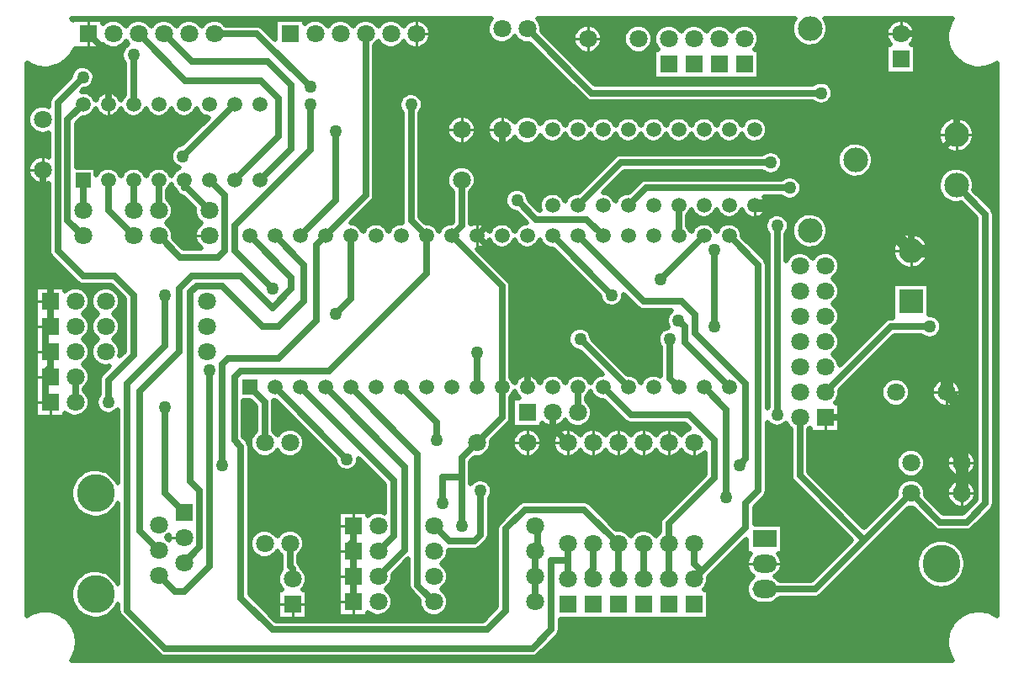
<source format=gbl>
%FSLAX23Y23*%
%MOIN*%
G70*
G01*
G75*
%ADD10C,0.020*%
%ADD11C,0.050*%
%ADD12C,0.025*%
%ADD13C,0.010*%
%ADD14R,0.071X0.071*%
%ADD15C,0.071*%
%ADD16C,0.059*%
%ADD17R,0.059X0.059*%
%ADD18C,0.098*%
%ADD19R,0.098X0.071*%
%ADD20O,0.098X0.071*%
%ADD21C,0.150*%
%ADD22R,0.098X0.098*%
%ADD23C,0.050*%
D10*
X8088Y6541D02*
X8094Y6549D01*
X8098Y6557D01*
X8102Y6566D01*
X8105Y6575D01*
X8107Y6584D01*
X8109Y6594D01*
X8110Y6603D01*
X8111Y6613D01*
Y6613D02*
X8110Y6623D01*
X8109Y6632D01*
X8107Y6642D01*
X8105Y6652D01*
X8101Y6661D01*
X8097Y6670D01*
X8092Y6679D01*
X8087Y6687D01*
X8081Y6695D01*
X8074Y6702D01*
X8067Y6709D01*
X8059Y6715D01*
X8051Y6721D01*
X8042Y6726D01*
X8034Y6730D01*
X8024Y6734D01*
X8015Y6737D01*
X8005Y6739D01*
X7995Y6740D01*
X7985Y6741D01*
X7976Y6740D01*
X7966Y6740D01*
X7956Y6738D01*
X7946Y6735D01*
X7937Y6732D01*
X7928Y6728D01*
X7919Y6724D01*
X7911Y6718D01*
X8272Y6843D02*
X8268Y6852D01*
X8262Y6860D01*
X8256Y6868D01*
X8249Y6875D01*
X8241Y6881D01*
X8233Y6887D01*
X8224Y6892D01*
X8214Y6895D01*
X8205Y6898D01*
X8195Y6900D01*
X8185Y6901D01*
X8175Y6900D01*
X8165Y6899D01*
X8155Y6897D01*
X8145Y6893D01*
X8136Y6889D01*
X8128Y6884D01*
X8120Y6878D01*
X8112Y6871D01*
X8106Y6863D01*
X8100Y6855D01*
X8095Y6846D01*
X8091Y6837D01*
X8088Y6828D01*
X8086Y6818D01*
X8085Y6808D01*
Y6798D01*
X8086Y6788D01*
X8088Y6778D01*
X8091Y6768D01*
X8095Y6759D01*
X8100Y6750D01*
X8106Y6742D01*
X8112Y6734D01*
X8120Y6728D01*
X8128Y6721D01*
X8136Y6716D01*
X8145Y6712D01*
X8155Y6709D01*
X8165Y6706D01*
X8175Y6705D01*
X8185Y6705D01*
X8195Y6705D01*
X8205Y6707D01*
X8214Y6710D01*
X8224Y6714D01*
X8233Y6718D01*
X8241Y6724D01*
X8249Y6730D01*
X8256Y6737D01*
X8262Y6745D01*
X8268Y6754D01*
X8272Y6763D01*
Y6738D02*
X8273Y6728D01*
X8277Y6720D01*
X8283Y6713D01*
X8272Y6738D02*
X8273Y6728D01*
X8277Y6720D01*
X8283Y6713D01*
X8433Y6563D02*
X8440Y6557D01*
X8448Y6553D01*
X8458Y6552D01*
X8433Y6563D02*
X8440Y6557D01*
X8448Y6553D01*
X8458Y6552D01*
X8475Y7018D02*
X8469Y7023D01*
X8463Y7028D01*
X8475Y7037D02*
X8474Y7028D01*
X8475Y7018D01*
X8463Y7028D02*
X8469Y7032D01*
X8475Y7037D01*
X8903Y7033D02*
X8897Y7041D01*
X8889Y7048D01*
X8881Y7054D01*
X8872Y7058D01*
X8862Y7060D01*
X8852Y7061D01*
X8842Y7060D01*
X8832Y7057D01*
X8823Y7053D01*
X8815Y7047D01*
X8808Y7040D01*
X8802Y7032D01*
X8798Y7022D01*
X8795Y7013D01*
X8794Y7003D01*
X8795Y6993D01*
X8798Y6983D01*
X8802Y6974D01*
X8808Y6965D01*
X8815Y6958D01*
X8823Y6952D01*
X8832Y6948D01*
X8842Y6945D01*
X8852Y6944D01*
X8862Y6945D01*
X8872Y6947D01*
X8881Y6951D01*
X8889Y6957D01*
X8897Y6964D01*
X8903Y6972D01*
X8919Y6902D02*
X8913Y6894D01*
X8909Y6885D01*
X8906Y6876D01*
X8904Y6866D01*
X8905Y6856D01*
X8906Y6846D01*
X8910Y6837D01*
X8915Y6829D01*
X8921Y6821D01*
X9004D02*
X9010Y6828D01*
X9015Y6836D01*
X9018Y6844D01*
X9020Y6853D01*
X9021Y6863D01*
X9020Y6874D01*
X9017Y6884D01*
X9012Y6894D01*
X9006Y6902D01*
X8997Y6910D01*
X8917Y6913D02*
X8919Y6902D01*
X8903Y6972D02*
X8909Y6964D01*
X8917Y6956D01*
X9011Y7003D02*
X9010Y7013D01*
X9008Y7022D01*
X9003Y7032D01*
X8998Y7040D01*
X8991Y7047D01*
X8982Y7053D01*
X8973Y7057D01*
X8963Y7060D01*
X8953Y7061D01*
X8943Y7060D01*
X8934Y7058D01*
X8924Y7054D01*
X8916Y7048D01*
X8909Y7041D01*
X8903Y7033D01*
X8917Y6913D02*
X8919Y6902D01*
X8997Y6910D02*
X8994Y6919D01*
X8988Y6927D01*
X8997Y6910D02*
X8994Y6919D01*
X8988Y6927D01*
Y6956D02*
X8996Y6963D01*
X9002Y6972D01*
X9007Y6982D01*
X9010Y6992D01*
X9011Y7003D01*
X8272Y7243D02*
X8268Y7252D01*
X8262Y7260D01*
X8256Y7268D01*
X8249Y7275D01*
X8241Y7281D01*
X8233Y7287D01*
X8224Y7292D01*
X8214Y7295D01*
X8205Y7298D01*
X8195Y7300D01*
X8185Y7301D01*
X8175Y7300D01*
X8165Y7299D01*
X8155Y7297D01*
X8145Y7293D01*
X8136Y7289D01*
X8128Y7284D01*
X8120Y7278D01*
X8112Y7271D01*
X8106Y7263D01*
X8100Y7255D01*
X8095Y7246D01*
X8091Y7237D01*
X8088Y7228D01*
X8086Y7218D01*
X8085Y7208D01*
Y7198D01*
X8086Y7188D01*
X8088Y7178D01*
X8091Y7168D01*
X8095Y7159D01*
X8100Y7150D01*
X8106Y7142D01*
X8112Y7134D01*
X8120Y7128D01*
X8128Y7121D01*
X8136Y7116D01*
X8145Y7112D01*
X8155Y7109D01*
X8165Y7106D01*
X8175Y7105D01*
X8185Y7105D01*
X8195Y7105D01*
X8205Y7107D01*
X8214Y7110D01*
X8224Y7114D01*
X8233Y7118D01*
X8241Y7124D01*
X8249Y7130D01*
X8256Y7137D01*
X8262Y7145D01*
X8268Y7154D01*
X8272Y7163D01*
X8061Y7521D02*
X8069Y7515D01*
X8077Y7510D01*
X8086Y7506D01*
X8096Y7505D01*
X8106Y7504D01*
X8116Y7506D01*
X8125Y7509D01*
X8134Y7513D01*
X8142Y7519D01*
X8148Y7526D01*
X8154Y7534D01*
X8158Y7543D01*
X8160Y7553D01*
X8161Y7563D01*
X8160Y7573D01*
X8157Y7584D01*
X8152Y7593D01*
X8146Y7602D01*
X8138Y7609D01*
Y7616D02*
X8146Y7623D01*
X8152Y7632D01*
X8157Y7642D01*
X8160Y7652D01*
X8161Y7663D01*
X8160Y7673D01*
X8158Y7682D01*
X8154Y7691D01*
X8148Y7700D01*
X8141Y7707D01*
X8133Y7713D01*
X8141Y7719D01*
X8148Y7726D01*
X8154Y7734D01*
X8158Y7743D01*
X8160Y7753D01*
X8161Y7763D01*
X8160Y7773D01*
X8158Y7782D01*
X8154Y7791D01*
X8148Y7800D01*
X8141Y7807D01*
X8133Y7813D01*
X8192D02*
X8184Y7807D01*
X8177Y7800D01*
X8172Y7792D01*
X8168Y7783D01*
X8165Y7773D01*
X8164Y7764D01*
X8165Y7754D01*
X8167Y7744D01*
X8171Y7735D01*
X8176Y7727D01*
X8183Y7720D01*
X8191Y7714D01*
X8199Y7709D01*
X8209Y7706D01*
X8218Y7704D01*
X8228Y7704D01*
X8238Y7706D01*
X8793Y7388D02*
X8792Y7397D01*
X8788Y7405D01*
X8783Y7413D01*
X8793Y7388D02*
X8792Y7397D01*
X8788Y7405D01*
X8783Y7413D01*
X8817Y7449D02*
X8810Y7443D01*
X8804Y7435D01*
X8799Y7426D01*
X8796Y7417D01*
X8794Y7407D01*
X8794Y7398D01*
X8796Y7388D01*
X8799Y7379D01*
X8804Y7370D01*
X8810Y7363D01*
X8817Y7356D01*
X8826Y7351D01*
X8835Y7347D01*
X8844Y7345D01*
X8854Y7344D01*
X8864Y7345D01*
X8873Y7348D01*
X8882Y7352D01*
X8890Y7358D01*
X8897Y7364D01*
X8903Y7372D01*
Y7433D02*
X8896Y7442D01*
X8888Y7449D01*
X8903Y7372D02*
X8909Y7364D01*
X8916Y7357D01*
X8924Y7351D01*
X8934Y7347D01*
X8943Y7345D01*
X8953Y7344D01*
X8963Y7345D01*
X8973Y7348D01*
X8982Y7352D01*
X8991Y7358D01*
X8998Y7365D01*
X9003Y7374D01*
X9008Y7383D01*
X9010Y7393D01*
X9011Y7403D01*
Y7403D02*
X9010Y7413D01*
X9008Y7422D01*
X9003Y7432D01*
X8998Y7440D01*
X8991Y7447D01*
X8982Y7453D01*
X8973Y7457D01*
X8963Y7460D01*
X8953Y7461D01*
X8943Y7460D01*
X8934Y7458D01*
X8924Y7454D01*
X8916Y7448D01*
X8909Y7441D01*
X8903Y7433D01*
X8197Y7595D02*
X8191Y7587D01*
X8187Y7578D01*
X8185Y7569D01*
X8185Y7559D01*
X8187Y7549D01*
X8190Y7540D01*
X8196Y7532D01*
X8203Y7525D01*
X8211Y7520D01*
X8220Y7516D01*
X8230Y7515D01*
X8240Y7515D01*
X8249Y7518D01*
X8258Y7522D01*
X8266Y7528D01*
X8272Y7535D01*
X8208Y7676D02*
X8202Y7668D01*
X8198Y7660D01*
X8197Y7651D01*
X8208Y7676D02*
X8202Y7668D01*
X8198Y7660D01*
X8197Y7651D01*
X8279Y7747D02*
X8281Y7755D01*
X8281Y7763D01*
X8280Y7773D01*
X8278Y7782D01*
X8274Y7791D01*
X8268Y7800D01*
X8261Y7807D01*
X8253Y7813D01*
X8888Y7563D02*
X8887Y7570D01*
X8888Y7563D02*
X8887Y7570D01*
X8895Y7570D01*
X9261Y6731D02*
X9269Y6725D01*
X9277Y6720D01*
X9286Y6716D01*
X9296Y6715D01*
X9306Y6714D01*
X9316Y6716D01*
X9325Y6719D01*
X9334Y6723D01*
X9342Y6729D01*
X9348Y6736D01*
X9354Y6744D01*
X9358Y6753D01*
X9360Y6763D01*
X9361Y6773D01*
X9360Y6783D01*
X9358Y6792D01*
X9354Y6801D01*
X9348Y6810D01*
X9341Y6817D01*
X9333Y6823D01*
X9422Y6838D02*
X9423Y6828D01*
X9427Y6820D01*
X9433Y6813D01*
X9333Y6823D02*
X9341Y6829D01*
X9348Y6836D01*
X9354Y6844D01*
X9358Y6853D01*
X9360Y6863D01*
X9361Y6873D01*
X9361Y6880D01*
X9913Y6552D02*
X9922Y6553D01*
X9930Y6557D01*
X9938Y6563D01*
X9913Y6552D02*
X9922Y6553D01*
X9930Y6557D01*
X9938Y6563D01*
X9422Y6838D02*
X9423Y6828D01*
X9427Y6820D01*
X9433Y6813D01*
X9465Y6780D02*
X9464Y6770D01*
X9465Y6760D01*
X9468Y6751D01*
X9473Y6742D01*
X9479Y6734D01*
X9486Y6727D01*
X9495Y6721D01*
X9504Y6717D01*
X9514Y6715D01*
X9524Y6714D01*
X9534Y6715D01*
X9543Y6718D01*
X9553Y6722D01*
X9561Y6728D01*
X9568Y6735D01*
X9573Y6744D01*
X9578Y6753D01*
X9580Y6763D01*
X9581Y6773D01*
X9580Y6783D01*
X9578Y6792D01*
X9574Y6801D01*
X9568Y6810D01*
X9561Y6817D01*
X9553Y6823D01*
X9561Y6829D01*
X9568Y6836D01*
X9574Y6844D01*
X9578Y6853D01*
X9580Y6863D01*
X9581Y6873D01*
X9580Y6883D01*
X9578Y6892D01*
X9574Y6901D01*
X9568Y6910D01*
X9561Y6917D01*
X9553Y6923D01*
X9561Y6929D01*
X9568Y6936D01*
X9574Y6944D01*
X9578Y6953D01*
X9580Y6963D01*
X9581Y6973D01*
X9581Y6977D01*
X9683Y6977D02*
X9692Y6978D01*
X9700Y6982D01*
X9708Y6988D01*
X9683Y6977D02*
X9692Y6978D01*
X9700Y6982D01*
X9708Y6988D01*
X9733Y7013D02*
X9738Y7020D01*
X9742Y7028D01*
X9743Y7038D01*
X9733Y7013D02*
X9738Y7020D01*
X9742Y7028D01*
X9743Y7038D01*
X9328Y7125D02*
X9318Y7129D01*
X9308Y7131D01*
X9298Y7131D01*
X9288Y7129D01*
X9278Y7126D01*
X9269Y7121D01*
X9261Y7114D01*
X9130Y7335D02*
X9131Y7326D01*
X9135Y7316D01*
X9140Y7308D01*
X9147Y7301D01*
X9155Y7295D01*
X9164Y7292D01*
X9174Y7290D01*
X9184Y7290D01*
X9193Y7292D01*
X9202Y7296D01*
X9210Y7302D01*
X9217Y7310D01*
X9222Y7318D01*
X9225Y7328D01*
X9226Y7338D01*
X9756Y7213D02*
X9755Y7223D01*
X9751Y7232D01*
X9746Y7241D01*
X9739Y7249D01*
X9731Y7254D01*
X9722Y7258D01*
X9712Y7260D01*
X9702Y7260D01*
X9692Y7258D01*
X9683Y7254D01*
X9675Y7248D01*
X9668Y7240D01*
X9743Y7180D02*
X9748Y7187D01*
X9752Y7195D01*
X9755Y7204D01*
X9756Y7213D01*
X9685Y7345D02*
X9695Y7344D01*
X9705Y7345D01*
X9714Y7348D01*
X9723Y7353D01*
X9731Y7359D01*
X9738Y7366D01*
X9744Y7374D01*
X9748Y7383D01*
X9750Y7393D01*
X9751Y7403D01*
X9751Y7410D01*
X9783Y7088D02*
X9777Y7080D01*
X9773Y7072D01*
X9772Y7063D01*
X9783Y7088D02*
X9777Y7080D01*
X9773Y7072D01*
X9772Y7063D01*
X9883Y7173D02*
X9873Y7172D01*
X9865Y7168D01*
X9858Y7163D01*
X9883Y7173D02*
X9873Y7172D01*
X9865Y7168D01*
X9858Y7163D01*
X9951Y7403D02*
X9950Y7413D01*
X9948Y7422D01*
X9944Y7431D01*
X9938Y7439D01*
X9931Y7447D01*
X9923Y7452D01*
X9914Y7457D01*
X9905Y7460D01*
X9895Y7461D01*
X9885Y7461D01*
X9875Y7459D01*
X9866Y7455D01*
X9858Y7450D01*
X9850Y7443D01*
X9844Y7435D01*
X9839Y7427D01*
X9836Y7417D01*
X9834Y7408D01*
Y7398D01*
X9836Y7388D01*
X9839Y7379D01*
X9844Y7370D01*
X9850Y7362D01*
X9858Y7356D01*
X9866Y7350D01*
X9875Y7347D01*
X9885Y7345D01*
X9895Y7344D01*
X9905Y7345D01*
X9914Y7348D01*
X9923Y7353D01*
X9931Y7359D01*
X9938Y7366D01*
X9944Y7374D01*
X9948Y7383D01*
X9950Y7393D01*
X9951Y7403D01*
X10103Y7433D02*
X10097Y7441D01*
X10089Y7448D01*
X10081Y7454D01*
X10072Y7458D01*
X10062Y7460D01*
X10052Y7461D01*
X10042Y7460D01*
X10032Y7457D01*
X10023Y7453D01*
X10015Y7447D01*
X10008Y7440D01*
X10002Y7432D01*
X9998Y7422D01*
X9995Y7413D01*
X9994Y7403D01*
X9995Y7393D01*
X9998Y7383D01*
X10002Y7374D01*
X10008Y7365D01*
X10015Y7358D01*
X10023Y7352D01*
X10032Y7348D01*
X10042Y7345D01*
X10052Y7344D01*
X10062Y7345D01*
X10072Y7347D01*
X10081Y7351D01*
X10089Y7357D01*
X10097Y7364D01*
X10103Y7372D01*
X9818Y7478D02*
X9823Y7485D01*
X9827Y7493D01*
X9828Y7503D01*
X9818Y7478D02*
X9823Y7485D01*
X9827Y7493D01*
X9828Y7503D01*
Y7584D02*
X9834Y7591D01*
X9839Y7598D01*
X9843Y7607D01*
Y7639D02*
X9839Y7647D01*
X9834Y7655D01*
X9828Y7661D01*
X9843Y7607D02*
X9847Y7597D01*
X9853Y7588D01*
X9860Y7581D01*
X9943Y7639D02*
X9939Y7648D01*
X9933Y7656D01*
X9926Y7664D01*
X9917Y7669D01*
X9908Y7673D01*
X9898Y7675D01*
X9888D01*
X9878Y7673D01*
X9868Y7669D01*
X9860Y7664D01*
X9852Y7656D01*
X9847Y7648D01*
X9843Y7639D01*
X9951Y7481D02*
X9958Y7475D01*
X9967Y7470D01*
X9976Y7467D01*
X9985Y7465D01*
X9995Y7464D01*
X10004Y7465D01*
X10014Y7468D01*
X10022Y7472D01*
X10030Y7478D01*
X10037Y7484D01*
X10043Y7492D01*
Y7639D02*
X10039Y7648D01*
X10033Y7656D01*
X10026Y7664D01*
X10017Y7669D01*
X10008Y7673D01*
X9998Y7675D01*
X9988D01*
X9978Y7673D01*
X9968Y7669D01*
X9960Y7664D01*
X9952Y7656D01*
X9947Y7648D01*
X9943Y7639D01*
X8133Y7813D02*
X8141Y7819D01*
X8148Y7826D01*
X8154Y7834D01*
X8158Y7843D01*
X8160Y7853D01*
X8161Y7863D01*
X8160Y7873D01*
X8158Y7882D01*
X8154Y7891D01*
X8148Y7900D01*
X8141Y7907D01*
X8133Y7913D01*
X8141Y7919D01*
X8148Y7926D01*
X8154Y7934D01*
X8158Y7943D01*
X8160Y7953D01*
X8161Y7963D01*
X8160Y7972D01*
X8158Y7982D01*
X8154Y7991D01*
X8148Y7999D01*
X8142Y8006D01*
X8134Y8012D01*
X8125Y8017D01*
X8116Y8020D01*
X8106Y8021D01*
X8096Y8021D01*
X8086Y8019D01*
X8077Y8015D01*
X8069Y8010D01*
X8061Y8004D01*
X8109Y8038D02*
X8116Y8032D01*
X8124Y8028D01*
X8134Y8027D01*
X8109Y8038D02*
X8116Y8032D01*
X8124Y8028D01*
X8134Y8027D01*
X7998Y8163D02*
X7999Y8153D01*
X8003Y8145D01*
X8009Y8138D01*
X7998Y8163D02*
X7999Y8153D01*
X8003Y8145D01*
X8009Y8138D01*
X7998Y8535D02*
X7989Y8539D01*
X7979Y8541D01*
X7969Y8541D01*
X7960Y8540D01*
X7950Y8537D01*
X7942Y8532D01*
X7934Y8526D01*
X7927Y8519D01*
X7921Y8511D01*
X7917Y8502D01*
X7915Y8492D01*
X7914Y8483D01*
X7915Y8473D01*
X7917Y8463D01*
X7921Y8454D01*
X7927Y8446D01*
X7934Y8439D01*
X7942Y8433D01*
X7950Y8429D01*
X7960Y8426D01*
X7969Y8424D01*
X7979Y8425D01*
X7989Y8426D01*
X7998Y8430D01*
X8192Y7913D02*
X8184Y7907D01*
X8177Y7900D01*
X8172Y7891D01*
X8168Y7882D01*
X8165Y7873D01*
X8164Y7863D01*
X8165Y7853D01*
X8168Y7843D01*
X8172Y7834D01*
X8177Y7826D01*
X8184Y7819D01*
X8192Y7813D01*
X8253D02*
X8261Y7819D01*
X8268Y7826D01*
X8274Y7834D01*
X8278Y7843D01*
X8280Y7853D01*
X8281Y7863D01*
X8280Y7873D01*
X8278Y7882D01*
X8274Y7891D01*
X8268Y7900D01*
X8261Y7907D01*
X8253Y7913D01*
X8281Y7963D02*
X8280Y7973D01*
X8278Y7983D01*
X8273Y7992D01*
X8268Y8000D01*
X8260Y8007D01*
X8252Y8013D01*
X8243Y8017D01*
X8233Y8020D01*
X8223Y8021D01*
X8213Y8020D01*
X8203Y8018D01*
X8194Y8014D01*
X8186Y8008D01*
X8178Y8001D01*
X8172Y7993D01*
X8168Y7983D01*
X8165Y7974D01*
X8164Y7964D01*
X8165Y7954D01*
X8167Y7944D01*
X8171Y7934D01*
X8177Y7926D01*
X8184Y7919D01*
X8192Y7913D01*
X8253D02*
X8261Y7919D01*
X8268Y7926D01*
X8274Y7934D01*
X8278Y7943D01*
X8280Y7953D01*
X8281Y7963D01*
X8491Y8223D02*
X8490Y8233D01*
X8488Y8242D01*
X8484Y8251D01*
X8478Y8260D01*
X8471Y8267D01*
X8463Y8273D01*
X8471Y8279D01*
X8478Y8286D01*
X8484Y8294D01*
X8488Y8303D01*
X8490Y8313D01*
X8491Y8323D01*
X8490Y8333D01*
X8487Y8344D01*
X8482Y8353D01*
X8476Y8362D01*
X8468Y8369D01*
X8491Y8215D02*
X8491Y8223D01*
X8283Y8459D02*
X8279Y8468D01*
X8274Y8476D01*
X8267Y8482D01*
X8259Y8488D01*
X8250Y8492D01*
X8241Y8494D01*
X8231Y8495D01*
X8222Y8494D01*
X8212Y8491D01*
X8204Y8487D01*
X8196Y8481D01*
X8190Y8473D01*
X8185Y8465D01*
X8383Y8459D02*
X8379Y8468D01*
X8373Y8476D01*
X8366Y8484D01*
X8357Y8489D01*
X8348Y8493D01*
X8338Y8495D01*
X8328D01*
X8318Y8493D01*
X8308Y8489D01*
X8300Y8484D01*
X8292Y8476D01*
X8287Y8468D01*
X8283Y8459D01*
X8468Y8404D02*
X8474Y8411D01*
X8479Y8418D01*
X8483Y8427D01*
X8486Y8418D01*
X8492Y8410D01*
X8499Y8403D01*
X8483Y8459D02*
X8479Y8468D01*
X8473Y8476D01*
X8466Y8484D01*
X8457Y8489D01*
X8448Y8493D01*
X8438Y8495D01*
X8428D01*
X8418Y8493D01*
X8408Y8489D01*
X8400Y8484D01*
X8392Y8476D01*
X8387Y8468D01*
X8383Y8459D01*
X8602Y8273D02*
X8594Y8267D01*
X8587Y8260D01*
X8582Y8252D01*
X8578Y8243D01*
X8575Y8233D01*
X8574Y8223D01*
X8575Y8213D01*
X8577Y8204D01*
X8581Y8195D01*
X8587Y8186D01*
X8594Y8179D01*
X8601Y8173D01*
X8514Y8492D02*
X8505Y8488D01*
X8498Y8482D01*
X8491Y8475D01*
X8486Y8467D01*
X8483Y8459D01*
X8575Y8330D02*
X8574Y8321D01*
X8575Y8311D01*
X8578Y8302D01*
X8582Y8293D01*
X8588Y8285D01*
X8594Y8278D01*
X8602Y8273D01*
X8499Y8403D02*
X8503Y8394D01*
X8509Y8386D01*
X8518Y8380D01*
X8528Y8378D01*
X8499Y8403D02*
X8503Y8394D01*
X8509Y8386D01*
X8518Y8380D01*
X8528Y8378D01*
X7998Y8735D02*
X7989Y8739D01*
X7979Y8741D01*
X7969Y8741D01*
X7960Y8740D01*
X7950Y8737D01*
X7942Y8732D01*
X7934Y8726D01*
X7927Y8719D01*
X7921Y8711D01*
X7917Y8702D01*
X7915Y8692D01*
X7914Y8683D01*
X7915Y8673D01*
X7917Y8663D01*
X7921Y8654D01*
X7927Y8646D01*
X7934Y8639D01*
X7942Y8633D01*
X7950Y8629D01*
X7960Y8626D01*
X7969Y8624D01*
X7979Y8625D01*
X7989Y8626D01*
X7998Y8630D01*
X8009Y8776D02*
X8003Y8768D01*
X7999Y8760D01*
X7998Y8751D01*
X8009Y8776D02*
X8003Y8768D01*
X7999Y8760D01*
X7998Y8751D01*
X8183Y8759D02*
X8179Y8768D01*
X8173Y8776D01*
X8166Y8783D01*
X8157Y8789D01*
X8148Y8793D01*
X8138Y8795D01*
X8128Y8795D01*
X8130Y8690D02*
X8140Y8691D01*
X8150Y8693D01*
X8159Y8697D01*
X8167Y8703D01*
X8173Y8710D01*
X8179Y8718D01*
X8183Y8727D01*
X8187Y8717D01*
X8192Y8709D01*
X8200Y8702D01*
X8208Y8696D01*
X8218Y8692D01*
X8228Y8690D01*
X8238D01*
X8248Y8692D01*
X8257Y8696D01*
X8266Y8702D01*
X8273Y8709D01*
X8279Y8717D01*
X8283Y8727D01*
X7911Y8907D02*
X7919Y8902D01*
X7928Y8897D01*
X7937Y8893D01*
X7946Y8890D01*
X7956Y8887D01*
X7966Y8886D01*
X7975Y8885D01*
X7985Y8885D01*
X7995Y8885D01*
X8005Y8887D01*
X8015Y8889D01*
X8024Y8892D01*
X8033Y8895D01*
X8042Y8899D01*
X8051Y8904D01*
X8059Y8910D01*
X8067Y8916D01*
X8074Y8923D01*
X8081Y8930D01*
X8087Y8938D01*
X8092Y8946D01*
X8097Y8955D01*
X8101Y8964D01*
X8094Y9076D02*
X8088Y9085D01*
X8135Y8802D02*
X8145Y8803D01*
X8155Y8807D01*
X8164Y8813D01*
X8171Y8820D01*
X8176Y8829D01*
X8179Y8839D01*
X8181Y8850D01*
X8180Y8859D01*
X8177Y8869D01*
X8172Y8877D01*
X8165Y8885D01*
X8157Y8891D01*
X8148Y8895D01*
X8139Y8897D01*
X8129Y8897D01*
X8119Y8896D01*
X8110Y8892D01*
X8102Y8886D01*
X8095Y8879D01*
X8090Y8871D01*
X8086Y8862D01*
X8085Y8852D01*
X8283Y8759D02*
X8279Y8768D01*
X8273Y8776D01*
X8266Y8784D01*
X8257Y8789D01*
X8248Y8793D01*
X8238Y8795D01*
X8228D01*
X8218Y8793D01*
X8208Y8789D01*
X8200Y8784D01*
X8192Y8776D01*
X8187Y8768D01*
X8183Y8759D01*
X8297Y8781D02*
X8291Y8775D01*
X8286Y8767D01*
X8283Y8759D01*
X8525Y8586D02*
X8515Y8584D01*
X8506Y8580D01*
X8497Y8575D01*
X8490Y8567D01*
X8484Y8558D01*
X8481Y8549D01*
X8480Y8538D01*
X8481Y8528D01*
X8484Y8518D01*
X8489Y8509D01*
X8496Y8502D01*
X8504Y8496D01*
X8514Y8492D01*
X8283Y8727D02*
X8287Y8717D01*
X8292Y8709D01*
X8300Y8702D01*
X8308Y8696D01*
X8318Y8692D01*
X8328Y8690D01*
X8338D01*
X8348Y8692D01*
X8357Y8696D01*
X8366Y8702D01*
X8373Y8709D01*
X8379Y8717D01*
X8383Y8727D01*
X8387Y8717D01*
X8392Y8709D01*
X8400Y8702D01*
X8408Y8696D01*
X8418Y8692D01*
X8428Y8690D01*
X8438D01*
X8448Y8692D01*
X8457Y8696D01*
X8466Y8702D01*
X8473Y8709D01*
X8479Y8717D01*
X8483Y8727D01*
X8487Y8717D01*
X8492Y8709D01*
X8500Y8702D01*
X8508Y8696D01*
X8518Y8692D01*
X8528Y8690D01*
X8538D01*
X8548Y8692D01*
X8557Y8696D01*
X8566Y8702D01*
X8573Y8709D01*
X8579Y8717D01*
X8583Y8727D01*
X8587Y8717D01*
X8593Y8708D01*
X8601Y8701D01*
X8610Y8695D01*
X8620Y8692D01*
X8630Y8690D01*
X8211Y8981D02*
X8218Y8975D01*
X8227Y8970D01*
X8236Y8967D01*
X8245Y8965D01*
X8255Y8964D01*
X8264Y8965D01*
X8274Y8968D01*
X8282Y8972D01*
X8290Y8978D01*
X8297Y8984D01*
X8303Y8992D01*
X8311Y8982D02*
X8303Y8976D01*
X8296Y8969D01*
X8290Y8961D01*
X8287Y8952D01*
X8285Y8943D01*
X8285Y8933D01*
X8287Y8923D01*
X8291Y8914D01*
X8297Y8906D01*
X8303Y8992D02*
X8311Y8982D01*
X8303Y9053D02*
X8297Y9061D01*
X8290Y9068D01*
X8282Y9073D01*
X8274Y9077D01*
X8264Y9080D01*
X8255Y9081D01*
X8245Y9081D01*
X8236Y9079D01*
X8227Y9075D01*
X8218Y9070D01*
X8211Y9064D01*
X8403Y9053D02*
X8397Y9061D01*
X8390Y9068D01*
X8381Y9074D01*
X8372Y9078D01*
X8363Y9080D01*
X8353Y9081D01*
X8343Y9080D01*
X8333Y9078D01*
X8324Y9074D01*
X8316Y9068D01*
X8309Y9061D01*
X8303Y9053D01*
X8503D02*
X8497Y9061D01*
X8490Y9068D01*
X8481Y9074D01*
X8472Y9078D01*
X8463Y9080D01*
X8453Y9081D01*
X8443Y9080D01*
X8433Y9078D01*
X8424Y9074D01*
X8416Y9068D01*
X8409Y9061D01*
X8403Y9053D01*
X8603D02*
X8597Y9061D01*
X8590Y9068D01*
X8581Y9074D01*
X8572Y9078D01*
X8563Y9080D01*
X8553Y9081D01*
X8543Y9080D01*
X8533Y9078D01*
X8524Y9074D01*
X8516Y9068D01*
X8509Y9061D01*
X8503Y9053D01*
X9243Y8239D02*
X9238Y8248D01*
X9232Y8257D01*
X9225Y8264D01*
X9216Y8270D01*
X9206Y8273D01*
X9195Y8275D01*
X9343Y8239D02*
X9339Y8248D01*
X9333Y8256D01*
X9326Y8264D01*
X9317Y8269D01*
X9308Y8273D01*
X9298Y8275D01*
X9288D01*
X9278Y8273D01*
X9268Y8269D01*
X9260Y8264D01*
X9252Y8256D01*
X9247Y8248D01*
X9243Y8239D01*
X9398Y8275D02*
X9388Y8275D01*
X9378Y8273D01*
X9368Y8269D01*
X9360Y8264D01*
X9352Y8256D01*
X9347Y8248D01*
X9343Y8239D01*
X9397Y8283D02*
X9398Y8275D01*
X9397Y8283D02*
X9398Y8275D01*
X9278Y8358D02*
X9283Y8365D01*
X9287Y8373D01*
X9288Y8383D01*
X9278Y8358D02*
X9283Y8365D01*
X9287Y8373D01*
X9288Y8383D01*
X9543Y8239D02*
X9539Y8248D01*
X9533Y8256D01*
X9527Y8263D01*
X9519Y8268D01*
X9510Y8272D01*
X9500Y8275D01*
X9490Y8275D01*
X9595D02*
X9585Y8275D01*
X9576Y8272D01*
X9567Y8268D01*
X9559Y8263D01*
X9552Y8256D01*
X9546Y8248D01*
X9543Y8239D01*
X9743D02*
X9739Y8248D01*
X9733Y8256D01*
X9726Y8264D01*
X9717Y8269D01*
X9708Y8273D01*
X9698Y8275D01*
X9688Y8275D01*
X9678Y8273D01*
X9668Y8269D01*
X9691Y8443D02*
X9690Y8452D01*
X9688Y8462D01*
X9684Y8471D01*
X9678Y8479D01*
X9671Y8486D01*
X9663Y8492D01*
X9655Y8497D01*
X9645Y8500D01*
X9635Y8501D01*
X9626Y8501D01*
X9616Y8499D01*
X9607Y8495D01*
X9598Y8490D01*
X9591Y8483D01*
X9584Y8476D01*
X9580Y8467D01*
X9576Y8458D01*
X9574Y8448D01*
X9574Y8438D01*
X9576Y8429D01*
X9579Y8419D01*
X9584Y8411D01*
X9590Y8403D01*
X9597Y8396D01*
X9668D02*
X9676Y8403D01*
X9682Y8412D01*
X9687Y8422D01*
X9690Y8432D01*
X9691Y8443D01*
X9828Y8023D02*
X9827Y8032D01*
X9823Y8040D01*
X9818Y8048D01*
X9828Y8023D02*
X9827Y8032D01*
X9823Y8040D01*
X9818Y8048D01*
X9695Y8170D02*
X9706Y8172D01*
X9716Y8175D01*
X9725Y8181D01*
X9732Y8188D01*
X9738Y8197D01*
X9743Y8207D01*
X9747Y8197D01*
X9752Y8189D01*
X9760Y8182D01*
X9768Y8176D01*
X9778Y8172D01*
X9788Y8170D01*
X9798D01*
X9808Y8172D01*
X9817Y8176D01*
X9826Y8182D01*
X9833Y8189D01*
X9839Y8197D01*
X9843Y8207D01*
X9847Y8197D01*
X9852Y8189D01*
X9860Y8182D01*
X9868Y8176D01*
X9878Y8172D01*
X9888Y8170D01*
X9898D01*
X9908Y8172D01*
X9917Y8176D01*
X9926Y8182D01*
X9933Y8189D01*
X9939Y8197D01*
X9943Y8207D01*
X9843Y8239D02*
X9839Y8248D01*
X9833Y8256D01*
X9826Y8264D01*
X9817Y8269D01*
X9808Y8273D01*
X9798Y8275D01*
X9788D01*
X9778Y8273D01*
X9768Y8269D01*
X9760Y8264D01*
X9752Y8256D01*
X9747Y8248D01*
X9743Y8239D01*
X9943Y8207D02*
X9946Y8198D01*
X9952Y8190D01*
X9959Y8183D01*
X9967Y8177D01*
X9976Y8173D01*
X9985Y8171D01*
X9995Y8170D01*
X9890Y8275D02*
X9880Y8273D01*
X9870Y8270D01*
X9861Y8264D01*
X9853Y8257D01*
X9847Y8248D01*
X9843Y8239D01*
X9901Y8365D02*
X9899Y8375D01*
X9895Y8384D01*
X9890Y8393D01*
X9883Y8400D01*
X9875Y8405D01*
X9865Y8409D01*
X9855Y8411D01*
X9845Y8410D01*
X9835Y8407D01*
X9826Y8403D01*
X9819Y8397D01*
X9812Y8389D01*
X9808Y8380D01*
X9805Y8370D01*
X9805Y8360D01*
X9806Y8350D01*
X9810Y8341D01*
X9815Y8332D01*
X9823Y8325D01*
X9831Y8320D01*
X9840Y8316D01*
X9850Y8315D01*
X10043Y8359D02*
X10039Y8368D01*
X10033Y8376D01*
X10026Y8383D01*
X10018Y8389D01*
X10009Y8393D01*
X9999Y8395D01*
X9989Y8395D01*
X9980Y8394D01*
X9970Y8390D01*
X9962Y8385D01*
X9954Y8379D01*
X9948Y8371D01*
X9944Y8362D01*
X9941Y8352D01*
X9940Y8343D01*
X9941Y8333D01*
X9944Y8323D01*
X9843Y8612D02*
X9848Y8604D01*
X9855Y8598D01*
X9863Y8592D01*
X9872Y8588D01*
X9882Y8585D01*
X9891Y8584D01*
X9901Y8585D01*
X9911Y8587D01*
X9920Y8591D01*
X9928Y8596D01*
X9935Y8602D01*
X9941Y8610D01*
X9946Y8619D01*
X9952Y8610D01*
X9959Y8603D01*
X9967Y8597D01*
X9977Y8593D01*
X9987Y8590D01*
X9997Y8590D01*
X10007Y8592D01*
X10017Y8596D01*
X10025Y8602D01*
X10033Y8609D01*
X10039Y8617D01*
X10043Y8627D01*
X8847Y9048D02*
X8839Y9053D01*
X8831Y9057D01*
X8822Y9058D01*
X9288Y8976D02*
X9296Y8984D01*
X9303Y8992D01*
X8699Y9058D02*
X8692Y9066D01*
X8684Y9072D01*
X8675Y9077D01*
X8665Y9080D01*
X8655Y9081D01*
X8644Y9081D01*
X8634Y9078D01*
X8625Y9074D01*
X8616Y9068D01*
X8609Y9061D01*
X8603Y9053D01*
X8847Y9048D02*
X8839Y9053D01*
X8831Y9057D01*
X8822Y9058D01*
X9103Y9053D02*
X9097Y9061D01*
X9090Y9068D01*
X9082Y9073D01*
X9074Y9077D01*
X9064Y9080D01*
X9055Y9081D01*
X9045Y9081D01*
X9036Y9079D01*
X9027Y9075D01*
X9018Y9070D01*
X9011Y9064D01*
X9203Y9053D02*
X9197Y9061D01*
X9190Y9068D01*
X9181Y9074D01*
X9172Y9078D01*
X9163Y9080D01*
X9153Y9081D01*
X9143Y9080D01*
X9133Y9078D01*
X9124Y9074D01*
X9116Y9068D01*
X9109Y9061D01*
X9103Y9053D01*
X9303D02*
X9297Y9061D01*
X9290Y9068D01*
X9281Y9074D01*
X9272Y9078D01*
X9263Y9080D01*
X9253Y9081D01*
X9243Y9080D01*
X9233Y9078D01*
X9224Y9074D01*
X9216Y9068D01*
X9209Y9061D01*
X9203Y9053D01*
X9481Y8743D02*
X9480Y8752D01*
X9477Y8762D01*
X9472Y8770D01*
X9465Y8778D01*
X9458Y8784D01*
X9449Y8788D01*
X9439Y8790D01*
X9430Y8791D01*
X9420Y8789D01*
X9411Y8785D01*
X9403Y8780D01*
X9396Y8773D01*
X9390Y8765D01*
X9387Y8756D01*
X9385Y8746D01*
X9385Y8737D01*
X9387Y8727D01*
X9391Y8718D01*
X9397Y8710D01*
X9303Y8992D02*
X9309Y8984D01*
X9316Y8977D01*
X9324Y8972D01*
X9333Y8968D01*
X9343Y8965D01*
X9353Y8964D01*
X9363Y8965D01*
X9372Y8968D01*
X9381Y8972D01*
X9390Y8977D01*
X9397Y8984D01*
X9403Y8992D01*
Y9053D02*
X9397Y9061D01*
X9390Y9068D01*
X9381Y9074D01*
X9372Y9078D01*
X9363Y9080D01*
X9353Y9081D01*
X9343Y9080D01*
X9333Y9078D01*
X9324Y9074D01*
X9316Y9068D01*
X9309Y9061D01*
X9303Y9053D01*
X9468Y8710D02*
X9473Y8717D01*
X9477Y8725D01*
X9480Y8734D01*
X9481Y8743D01*
X9691Y8643D02*
X9690Y8653D01*
X9688Y8662D01*
X9684Y8671D01*
X9678Y8679D01*
X9671Y8687D01*
X9663Y8692D01*
X9654Y8697D01*
X9645Y8700D01*
X9635Y8701D01*
X9625Y8701D01*
X9615Y8699D01*
X9606Y8695D01*
X9598Y8690D01*
X9590Y8683D01*
X9584Y8675D01*
X9579Y8667D01*
X9576Y8657D01*
X9574Y8648D01*
Y8638D01*
X9576Y8628D01*
X9579Y8619D01*
X9584Y8610D01*
X9590Y8602D01*
X9598Y8596D01*
X9606Y8590D01*
X9615Y8587D01*
X9625Y8585D01*
X9635Y8584D01*
X9645Y8585D01*
X9654Y8588D01*
X9663Y8593D01*
X9671Y8599D01*
X9678Y8606D01*
X9684Y8614D01*
X9688Y8623D01*
X9690Y8633D01*
X9691Y8643D01*
X9843Y8673D02*
X9837Y8681D01*
X9829Y8688D01*
X9821Y8694D01*
X9812Y8698D01*
X9802Y8700D01*
X9792Y8701D01*
X9782Y8700D01*
X9772Y8697D01*
X9763Y8693D01*
X9755Y8687D01*
X9748Y8680D01*
X9742Y8672D01*
X9738Y8662D01*
X9735Y8653D01*
X9734Y8643D01*
X9735Y8633D01*
X9738Y8623D01*
X9742Y8614D01*
X9748Y8605D01*
X9755Y8598D01*
X9763Y8592D01*
X9772Y8588D01*
X9782Y8585D01*
X9792Y8584D01*
X9802Y8585D01*
X9812Y8587D01*
X9821Y8591D01*
X9829Y8597D01*
X9837Y8604D01*
X9843Y8612D01*
X9946Y8667D02*
X9941Y8675D01*
X9935Y8683D01*
X9928Y8689D01*
X9920Y8695D01*
X9911Y8698D01*
X9901Y8701D01*
X9891Y8701D01*
X9882Y8700D01*
X9872Y8697D01*
X9863Y8693D01*
X9855Y8688D01*
X9848Y8681D01*
X9843Y8673D01*
X10043Y8659D02*
X10039Y8668D01*
X10033Y8677D01*
X10025Y8684D01*
X10017Y8689D01*
X10007Y8693D01*
X9997Y8695D01*
X9987Y8695D01*
X9977Y8693D01*
X9967Y8689D01*
X9959Y8683D01*
X9952Y8675D01*
X9946Y8667D01*
X9403Y8992D02*
X9409Y8984D01*
X9416Y8977D01*
X9424Y8971D01*
X9434Y8967D01*
X9443Y8965D01*
X9453Y8964D01*
X9463Y8965D01*
X9473Y8968D01*
X9482Y8972D01*
X9491Y8978D01*
X9498Y8985D01*
X9503Y8994D01*
X9508Y9003D01*
X9510Y9013D01*
X9511Y9023D01*
Y9023D02*
X9510Y9033D01*
X9508Y9042D01*
X9503Y9052D01*
X9498Y9060D01*
X9491Y9067D01*
X9482Y9073D01*
X9473Y9077D01*
X9463Y9080D01*
X9453Y9081D01*
X9443Y9080D01*
X9434Y9078D01*
X9424Y9074D01*
X9416Y9068D01*
X9409Y9061D01*
X9403Y9053D01*
X9752Y9085D02*
X9745Y9077D01*
X9740Y9069D01*
X9737Y9059D01*
X9735Y9050D01*
X9734Y9040D01*
X9736Y9030D01*
X9738Y9021D01*
X9743Y9012D01*
X9749Y9004D01*
X9756Y8997D01*
X9764Y8991D01*
X9773Y8987D01*
X9783Y8985D01*
X9793Y8984D01*
X9803Y8985D01*
X9812Y8988D01*
X9821Y8992D01*
X9830Y8997D01*
X9837Y9004D01*
X9843Y9012D01*
X9848Y9004D01*
X9855Y8998D01*
X9863Y8992D01*
X9872Y8988D01*
X9881Y8985D01*
X9891Y8984D01*
X9900Y8985D01*
X9951Y9043D02*
X9950Y9052D01*
X9948Y9061D01*
X9944Y9070D01*
X9940Y9078D01*
X9933Y9085D01*
X9951Y9035D02*
X9951Y9043D01*
X10013Y6638D02*
X10018Y6645D01*
X10022Y6653D01*
X10023Y6663D01*
X10013Y6638D02*
X10018Y6645D01*
X10022Y6653D01*
X10023Y6663D01*
X10303Y7033D02*
X10297Y7041D01*
X10290Y7048D01*
X10282Y7053D01*
X10273Y7057D01*
X10264Y7060D01*
X10255Y7061D01*
X10245Y7061D01*
X10143Y7163D02*
X10135Y7168D01*
X10127Y7172D01*
X10118Y7173D01*
X10143Y7163D02*
X10135Y7168D01*
X10127Y7172D01*
X10118Y7173D01*
X10403Y7033D02*
X10397Y7041D01*
X10390Y7048D01*
X10381Y7054D01*
X10372Y7058D01*
X10363Y7060D01*
X10353Y7061D01*
X10343Y7060D01*
X10333Y7058D01*
X10324Y7054D01*
X10316Y7048D01*
X10309Y7041D01*
X10303Y7033D01*
X10417Y7049D02*
X10409Y7042D01*
X10403Y7033D01*
X10428Y7108D02*
X10422Y7100D01*
X10418Y7092D01*
X10417Y7083D01*
X10428Y7108D02*
X10422Y7100D01*
X10418Y7092D01*
X10417Y7083D01*
X10594Y6821D02*
X10600Y6828D01*
X10605Y6836D01*
X10608Y6844D01*
X10610Y6853D01*
X10611Y6863D01*
X10846Y6764D02*
X10857Y6765D01*
X10867Y6768D01*
X10877Y6773D01*
X10885Y6779D01*
X10893Y6787D01*
X10789Y6873D02*
X10781Y6867D01*
X10774Y6859D01*
X10768Y6851D01*
X10764Y6842D01*
X10761Y6832D01*
X10761Y6822D01*
X10762Y6812D01*
X10764Y6802D01*
X10769Y6793D01*
X10775Y6785D01*
X10782Y6778D01*
X10790Y6772D01*
X10799Y6768D01*
X10809Y6765D01*
X10819Y6764D01*
X10893Y6858D02*
X10885Y6866D01*
X10876Y6873D01*
X10611Y6863D02*
X10611Y6870D01*
X10778Y6964D02*
X10772Y6957D01*
X10767Y6949D01*
X10763Y6940D01*
X10761Y6930D01*
X10761Y6921D01*
X10762Y6911D01*
X10764Y6902D01*
X10769Y6893D01*
X10774Y6885D01*
X10781Y6878D01*
X10789Y6873D01*
X10833Y7188D02*
X10838Y7195D01*
X10842Y7203D01*
X10843Y7213D01*
X10833Y7188D02*
X10838Y7195D01*
X10842Y7203D01*
X10843Y7213D01*
X10876Y6873D02*
X10885Y6879D01*
X10891Y6886D01*
X10897Y6894D01*
X10901Y6903D01*
X10904Y6913D01*
X10905Y6923D01*
X10904Y6932D01*
X10902Y6941D01*
X10898Y6949D01*
X10893Y6957D01*
X10887Y6964D01*
X10937Y7273D02*
X10938Y7263D01*
X10942Y7255D01*
X10948Y7248D01*
X10937Y7273D02*
X10938Y7263D01*
X10942Y7255D01*
X10948Y7248D01*
X10043Y7492D02*
X10049Y7484D01*
X10056Y7477D01*
X10064Y7471D01*
X10074Y7467D01*
X10083Y7465D01*
X10093Y7464D01*
X10103Y7465D01*
X10113Y7468D01*
X10122Y7472D01*
X10131Y7478D01*
X10138Y7485D01*
X10143Y7494D01*
X10148Y7503D01*
X10150Y7513D01*
X10151Y7523D01*
X10103Y7372D02*
X10109Y7364D01*
X10116Y7357D01*
X10124Y7352D01*
X10133Y7348D01*
X10143Y7345D01*
X10153Y7344D01*
X10163Y7345D01*
X10172Y7348D01*
X10181Y7352D01*
X10190Y7357D01*
X10197Y7364D01*
X10203Y7372D01*
X10209Y7364D01*
X10216Y7357D01*
X10224Y7352D01*
X10233Y7348D01*
X10243Y7345D01*
X10253Y7344D01*
X10263Y7345D01*
X10272Y7348D01*
X10281Y7352D01*
X10290Y7357D01*
X10297Y7364D01*
X10303Y7372D01*
X10203Y7433D02*
X10197Y7441D01*
X10190Y7448D01*
X10181Y7454D01*
X10172Y7458D01*
X10163Y7460D01*
X10153Y7461D01*
X10143Y7460D01*
X10133Y7458D01*
X10124Y7454D01*
X10116Y7448D01*
X10109Y7441D01*
X10103Y7433D01*
X10303D02*
X10297Y7441D01*
X10290Y7448D01*
X10281Y7454D01*
X10272Y7458D01*
X10263Y7460D01*
X10253Y7461D01*
X10243Y7460D01*
X10233Y7458D01*
X10224Y7454D01*
X10216Y7448D01*
X10209Y7441D01*
X10203Y7433D01*
X10278Y7488D02*
X10285Y7482D01*
X10293Y7478D01*
X10303Y7477D01*
X10278Y7488D02*
X10285Y7482D01*
X10293Y7478D01*
X10303Y7477D01*
X10151Y7523D02*
X10150Y7533D01*
X10147Y7544D01*
X10142Y7553D01*
X10136Y7562D01*
X10128Y7569D01*
X10143Y7639D02*
X10139Y7648D01*
X10133Y7656D01*
X10126Y7664D01*
X10117Y7669D01*
X10108Y7673D01*
X10098Y7675D01*
X10088D01*
X10078Y7673D01*
X10068Y7669D01*
X10060Y7664D01*
X10052Y7656D01*
X10047Y7648D01*
X10043Y7639D01*
X10128Y7584D02*
X10134Y7591D01*
X10139Y7598D01*
X10143Y7607D01*
X10190Y7675D02*
X10180Y7673D01*
X10170Y7670D01*
X10161Y7664D01*
X10153Y7657D01*
X10147Y7648D01*
X10143Y7639D01*
X10151Y7815D02*
X10149Y7825D01*
X10145Y7834D01*
X10140Y7843D01*
X10133Y7850D01*
X10125Y7855D01*
X10115Y7859D01*
X10105Y7861D01*
X10095Y7860D01*
X10085Y7857D01*
X10076Y7853D01*
X10069Y7847D01*
X10062Y7839D01*
X10058Y7830D01*
X10055Y7820D01*
X10055Y7810D01*
X10056Y7800D01*
X10060Y7791D01*
X10065Y7782D01*
X10073Y7775D01*
X10081Y7770D01*
X10090Y7766D01*
X10100Y7765D01*
X10143Y7607D02*
X10146Y7598D01*
X10152Y7590D01*
X10159Y7583D01*
X10167Y7577D01*
X10176Y7573D01*
X10185Y7571D01*
X10195Y7570D01*
X10343Y7639D02*
X10339Y7648D01*
X10333Y7656D01*
X10327Y7663D01*
X10319Y7668D01*
X10310Y7672D01*
X10300Y7675D01*
X10290Y7675D01*
X10303Y7372D02*
X10309Y7364D01*
X10316Y7357D01*
X10324Y7352D01*
X10333Y7348D01*
X10343Y7345D01*
X10353Y7344D01*
X10363Y7345D01*
X10372Y7348D01*
X10381Y7352D01*
X10390Y7357D01*
X10397Y7364D01*
X10403Y7372D01*
X10409Y7364D01*
X10416Y7357D01*
X10424Y7352D01*
X10433Y7348D01*
X10443Y7345D01*
X10453Y7344D01*
X10463Y7345D01*
X10472Y7348D01*
X10481Y7352D01*
X10490Y7357D01*
X10497Y7364D01*
X10503Y7372D01*
X10403Y7433D02*
X10397Y7441D01*
X10390Y7448D01*
X10381Y7454D01*
X10372Y7458D01*
X10363Y7460D01*
X10353Y7461D01*
X10343Y7460D01*
X10333Y7458D01*
X10324Y7454D01*
X10316Y7448D01*
X10309Y7441D01*
X10303Y7433D01*
X10503D02*
X10497Y7441D01*
X10490Y7448D01*
X10481Y7454D01*
X10472Y7458D01*
X10463Y7460D01*
X10453Y7461D01*
X10443Y7460D01*
X10433Y7458D01*
X10424Y7454D01*
X10416Y7448D01*
X10409Y7441D01*
X10403Y7433D01*
X10503Y7372D02*
X10509Y7364D01*
X10516Y7357D01*
X10524Y7352D01*
X10533Y7347D01*
X10543Y7345D01*
X10553Y7344D01*
X10563Y7345D01*
X10573Y7348D01*
X10582Y7352D01*
X10590Y7358D01*
X10597Y7365D01*
X10536Y7459D02*
X10526Y7455D01*
X10517Y7449D01*
X10509Y7442D01*
X10503Y7433D01*
X10422Y7666D02*
X10414Y7671D01*
X10404Y7674D01*
X10395Y7675D01*
X10385Y7675D01*
X10376Y7672D01*
X10367Y7668D01*
X10359Y7663D01*
X10352Y7656D01*
X10346Y7648D01*
X10343Y7639D01*
X10452Y7860D02*
X10443Y7858D01*
X10434Y7854D01*
X10426Y7849D01*
X10420Y7842D01*
X10415Y7834D01*
X10411Y7825D01*
X10410Y7816D01*
X10410Y7806D01*
X10412Y7797D01*
X10416Y7788D01*
X10422Y7780D01*
X10843Y7485D02*
X10849Y7478D01*
X10857Y7472D01*
X10866Y7468D01*
X10875Y7465D01*
X10884Y7465D01*
X10894Y7466D01*
X10903Y7469D01*
X10911Y7474D01*
X10918Y7481D01*
X10847Y7545D02*
X10843Y7540D01*
X10918Y7481D02*
X10923Y7471D01*
X10929Y7463D01*
X10937Y7456D01*
X11008D02*
X11014Y7461D01*
X11033Y6787D02*
X11042Y6788D01*
X11050Y6792D01*
X11058Y6798D01*
X11033Y6787D02*
X11042Y6788D01*
X11050Y6792D01*
X11058Y6798D01*
X11471Y7203D02*
X11470Y7213D01*
X11468Y7222D01*
X11463Y7232D01*
X11458Y7240D01*
X11451Y7247D01*
X11443Y7253D01*
X11433Y7257D01*
X11424Y7260D01*
X11414Y7261D01*
X11404Y7260D01*
X11394Y7258D01*
X11385Y7254D01*
X11376Y7249D01*
X11369Y7242D01*
X11363Y7234D01*
X11358Y7225D01*
X11355Y7215D01*
X11354Y7205D01*
X11355Y7195D01*
X11503Y7063D02*
X11510Y7057D01*
X11518Y7053D01*
X11528Y7052D01*
X11503Y7063D02*
X11510Y7057D01*
X11518Y7053D01*
X11528Y7052D01*
X11755Y6718D02*
X11746Y6724D01*
X11737Y6728D01*
X11728Y6732D01*
X11718Y6736D01*
X11708Y6738D01*
X11698Y6740D01*
X11688Y6741D01*
X11678Y6741D01*
X11668Y6740D01*
X11658Y6738D01*
X11648Y6736D01*
X11639Y6733D01*
X11629Y6729D01*
X11620Y6724D01*
X11612Y6719D01*
X11603Y6713D01*
X11596Y6707D01*
X11589Y6700D01*
X11582Y6692D01*
X11576Y6684D01*
X11571Y6675D01*
X11566Y6666D01*
X11562Y6657D01*
X11559Y6647D01*
X11557Y6637D01*
X11555Y6627D01*
X11555Y6617D01*
X11555Y6607D01*
X11556Y6597D01*
X11557Y6587D01*
X11560Y6577D01*
X11563Y6568D01*
X11567Y6558D01*
X11571Y6549D01*
X11577Y6541D01*
X11631Y6923D02*
X11630Y6933D01*
X11629Y6942D01*
X11626Y6952D01*
X11623Y6961D01*
X11618Y6970D01*
X11613Y6979D01*
X11607Y6986D01*
X11600Y6994D01*
X11593Y7000D01*
X11584Y7006D01*
X11576Y7011D01*
X11567Y7015D01*
X11557Y7018D01*
X11547Y7020D01*
X11538Y7021D01*
X11528D01*
X11518Y7020D01*
X11508Y7018D01*
X11499Y7015D01*
X11489Y7011D01*
X11481Y7006D01*
X11473Y7000D01*
X11465Y6994D01*
X11458Y6986D01*
X11452Y6979D01*
X11447Y6970D01*
X11443Y6961D01*
X11439Y6952D01*
X11437Y6942D01*
X11435Y6933D01*
X11435Y6923D01*
X11435Y6913D01*
X11437Y6903D01*
X11439Y6893D01*
X11443Y6884D01*
X11447Y6875D01*
X11452Y6867D01*
X11458Y6859D01*
X11465Y6852D01*
X11473Y6845D01*
X11481Y6839D01*
X11489Y6835D01*
X11499Y6831D01*
X11508Y6828D01*
X11518Y6826D01*
X11528Y6825D01*
X11538D01*
X11547Y6826D01*
X11557Y6828D01*
X11567Y6831D01*
X11576Y6835D01*
X11584Y6839D01*
X11593Y6845D01*
X11600Y6852D01*
X11607Y6859D01*
X11613Y6867D01*
X11618Y6875D01*
X11623Y6884D01*
X11626Y6893D01*
X11629Y6903D01*
X11630Y6913D01*
X11631Y6923D01*
X11405Y7145D02*
X11413Y7144D01*
X11420Y7145D01*
X11471Y7195D02*
X11471Y7203D01*
X11633Y7052D02*
X11642Y7053D01*
X11650Y7057D01*
X11658Y7063D01*
X11633Y7052D02*
X11642Y7053D01*
X11650Y7057D01*
X11658Y7063D01*
X11733Y7138D02*
X11738Y7145D01*
X11742Y7153D01*
X11743Y7163D01*
X11733Y7138D02*
X11738Y7145D01*
X11742Y7153D01*
X11743Y7163D01*
X11671Y7203D02*
X11670Y7213D01*
X11668Y7222D01*
X11664Y7231D01*
X11658Y7239D01*
X11651Y7247D01*
X11643Y7252D01*
X11634Y7257D01*
X11625Y7260D01*
X11615Y7261D01*
X11605Y7261D01*
X11595Y7259D01*
X11586Y7255D01*
X11578Y7250D01*
X11570Y7243D01*
X11564Y7235D01*
X11559Y7227D01*
X11556Y7217D01*
X11554Y7208D01*
Y7198D01*
X11556Y7188D01*
X11559Y7179D01*
X11564Y7170D01*
X11570Y7162D01*
X11578Y7156D01*
X11586Y7150D01*
X11595Y7147D01*
X11605Y7145D01*
X11615Y7144D01*
X11625Y7145D01*
X11634Y7148D01*
X11643Y7153D01*
X11651Y7159D01*
X11658Y7166D01*
X11664Y7174D01*
X11668Y7183D01*
X11670Y7193D01*
X11671Y7203D01*
X11471Y7323D02*
X11470Y7333D01*
X11468Y7342D01*
X11464Y7351D01*
X11458Y7359D01*
X11451Y7367D01*
X11443Y7372D01*
X11434Y7377D01*
X11425Y7380D01*
X11415Y7381D01*
X11405Y7381D01*
X11395Y7379D01*
X11386Y7375D01*
X11378Y7370D01*
X11370Y7363D01*
X11364Y7355D01*
X11359Y7347D01*
X11356Y7337D01*
X11354Y7328D01*
Y7318D01*
X11356Y7308D01*
X11359Y7299D01*
X11364Y7290D01*
X11370Y7282D01*
X11378Y7276D01*
X11386Y7270D01*
X11395Y7267D01*
X11405Y7265D01*
X11415Y7264D01*
X11425Y7265D01*
X11434Y7268D01*
X11443Y7273D01*
X11451Y7279D01*
X11458Y7286D01*
X11464Y7294D01*
X11468Y7303D01*
X11470Y7313D01*
X11471Y7323D01*
X11114Y7561D02*
X11120Y7568D01*
X11125Y7576D01*
X11128Y7584D01*
X11130Y7593D01*
X11131Y7603D01*
X11131Y7711D02*
X11128Y7721D01*
X11124Y7730D01*
X11118Y7739D01*
X11111Y7747D01*
X11103Y7753D01*
X11131Y7603D02*
X11131Y7610D01*
X11103Y7753D02*
X11111Y7759D01*
X11118Y7766D01*
X11124Y7774D01*
X11128Y7783D01*
X11130Y7793D01*
X11131Y7803D01*
X11130Y7813D01*
X11128Y7822D01*
X11124Y7831D01*
X11118Y7840D01*
X11111Y7847D01*
X11103Y7853D01*
X11411Y7603D02*
X11410Y7613D01*
X11408Y7622D01*
X11404Y7631D01*
X11398Y7639D01*
X11391Y7647D01*
X11383Y7652D01*
X11374Y7657D01*
X11365Y7660D01*
X11355Y7661D01*
X11345Y7661D01*
X11335Y7659D01*
X11326Y7655D01*
X11318Y7650D01*
X11310Y7643D01*
X11304Y7635D01*
X11299Y7627D01*
X11296Y7617D01*
X11294Y7608D01*
Y7598D01*
X11296Y7588D01*
X11299Y7579D01*
X11304Y7570D01*
X11310Y7562D01*
X11318Y7556D01*
X11326Y7550D01*
X11335Y7547D01*
X11345Y7545D01*
X11355Y7544D01*
X11365Y7545D01*
X11374Y7548D01*
X11383Y7553D01*
X11391Y7559D01*
X11398Y7566D01*
X11404Y7574D01*
X11408Y7583D01*
X11410Y7593D01*
X11411Y7603D01*
X11671Y7323D02*
X11670Y7333D01*
X11668Y7342D01*
X11664Y7351D01*
X11658Y7359D01*
X11651Y7367D01*
X11643Y7372D01*
X11634Y7377D01*
X11625Y7380D01*
X11615Y7381D01*
X11605Y7381D01*
X11595Y7379D01*
X11586Y7375D01*
X11578Y7370D01*
X11570Y7363D01*
X11564Y7355D01*
X11559Y7347D01*
X11556Y7337D01*
X11554Y7328D01*
Y7318D01*
X11556Y7308D01*
X11559Y7299D01*
X11564Y7290D01*
X11570Y7282D01*
X11578Y7276D01*
X11586Y7270D01*
X11595Y7267D01*
X11605Y7265D01*
X11615Y7264D01*
X11625Y7265D01*
X11634Y7268D01*
X11643Y7273D01*
X11651Y7279D01*
X11658Y7286D01*
X11664Y7294D01*
X11668Y7303D01*
X11670Y7313D01*
X11671Y7323D01*
X11611Y7603D02*
X11610Y7613D01*
X11608Y7622D01*
X11604Y7631D01*
X11598Y7639D01*
X11591Y7647D01*
X11583Y7652D01*
X11574Y7657D01*
X11565Y7660D01*
X11555Y7661D01*
X11545Y7661D01*
X11535Y7659D01*
X11526Y7655D01*
X11518Y7650D01*
X11510Y7643D01*
X11504Y7635D01*
X11499Y7627D01*
X11496Y7617D01*
X11494Y7608D01*
Y7598D01*
X11496Y7588D01*
X11499Y7579D01*
X11504Y7570D01*
X11510Y7562D01*
X11518Y7556D01*
X11526Y7550D01*
X11535Y7547D01*
X11545Y7545D01*
X11555Y7544D01*
X11565Y7545D01*
X11574Y7548D01*
X11583Y7553D01*
X11591Y7559D01*
X11598Y7566D01*
X11604Y7574D01*
X11608Y7583D01*
X11610Y7593D01*
X11611Y7603D01*
X11455Y7827D02*
X11463Y7821D01*
X11473Y7817D01*
X11482Y7815D01*
X11492Y7815D01*
X11502Y7817D01*
X11512Y7821D01*
X11520Y7827D01*
X11526Y7834D01*
X11531Y7843D01*
X11535Y7853D01*
X11536Y7863D01*
X10095Y8395D02*
X10085Y8395D01*
X10076Y8392D01*
X10067Y8388D01*
X10059Y8383D01*
X10052Y8376D01*
X10046Y8368D01*
X10043Y8359D01*
X10180Y7985D02*
X10181Y7976D01*
X10185Y7966D01*
X10190Y7958D01*
X10197Y7951D01*
X10205Y7945D01*
X10214Y7942D01*
X10224Y7940D01*
X10234Y7940D01*
X10243Y7942D01*
X10252Y7946D01*
X10260Y7952D01*
X10267Y7960D01*
X10272Y7968D01*
X10275Y7978D01*
X10276Y7988D01*
X10243Y8359D02*
X10238Y8368D01*
X10232Y8377D01*
X10225Y8384D01*
X10216Y8390D01*
X10206Y8393D01*
X10195Y8395D01*
X10328Y7938D02*
X10335Y7932D01*
X10343Y7928D01*
X10353Y7927D01*
X10328Y7938D02*
X10335Y7932D01*
X10343Y7928D01*
X10353Y7927D01*
X10464D02*
X10457Y7921D01*
X10451Y7914D01*
X10447Y7905D01*
X10444Y7896D01*
X10444Y7887D01*
X10445Y7878D01*
X10448Y7869D01*
X10452Y7860D01*
X10295Y8395D02*
X10285Y8395D01*
X10276Y8392D01*
X10267Y8388D01*
X10259Y8383D01*
X10252Y8376D01*
X10246Y8368D01*
X10243Y8359D01*
X10363Y8448D02*
X10353Y8447D01*
X10345Y8443D01*
X10338Y8438D01*
X10263Y8548D02*
X10253Y8547D01*
X10245Y8543D01*
X10238Y8538D01*
X10263Y8548D02*
X10253Y8547D01*
X10245Y8543D01*
X10238Y8538D01*
X10043Y8627D02*
X10047Y8617D01*
X10052Y8609D01*
X10060Y8602D01*
X10068Y8596D01*
X10078Y8592D01*
X10088Y8590D01*
X10098D01*
X10108Y8592D01*
X10117Y8596D01*
X10126Y8602D01*
X10133Y8609D01*
X10139Y8617D01*
X10143Y8627D01*
X10147Y8617D01*
X10152Y8609D01*
X10160Y8602D01*
X10168Y8596D01*
X10178Y8592D01*
X10188Y8590D01*
X10198D01*
X10208Y8592D01*
X10217Y8596D01*
X10226Y8602D01*
X10233Y8609D01*
X10239Y8617D01*
X10243Y8627D01*
X10363Y8448D02*
X10353Y8447D01*
X10345Y8443D01*
X10338Y8438D01*
X10243Y8627D02*
X10247Y8617D01*
X10252Y8609D01*
X10260Y8602D01*
X10268Y8596D01*
X10278Y8592D01*
X10288Y8590D01*
X10298D01*
X10308Y8592D01*
X10317Y8596D01*
X10326Y8602D01*
X10333Y8609D01*
X10339Y8617D01*
X10343Y8627D01*
X10347Y8617D01*
X10352Y8609D01*
X10360Y8602D01*
X10368Y8596D01*
X10378Y8592D01*
X10388Y8590D01*
X10398D01*
X10408Y8592D01*
X10417Y8596D01*
X10426Y8602D01*
X10433Y8609D01*
X10439Y8617D01*
X10443Y8627D01*
X10447Y8617D01*
X10452Y8609D01*
X10460Y8602D01*
X10468Y8596D01*
X10478Y8592D01*
X10488Y8590D01*
X10498D01*
X10508Y8592D01*
X10517Y8596D01*
X10526Y8602D01*
X10533Y8609D01*
X10539Y8617D01*
X10543Y8627D01*
Y8239D02*
X10539Y8247D01*
X10534Y8255D01*
X10528Y8261D01*
X10643Y8239D02*
X10639Y8248D01*
X10633Y8256D01*
X10626Y8264D01*
X10617Y8269D01*
X10608Y8273D01*
X10598Y8275D01*
X10588D01*
X10578Y8273D01*
X10568Y8269D01*
X10560Y8264D01*
X10552Y8256D01*
X10547Y8248D01*
X10543Y8239D01*
X10528Y8304D02*
X10534Y8311D01*
X10539Y8318D01*
X10543Y8327D01*
X10547Y8317D01*
X10552Y8309D01*
X10560Y8302D01*
X10568Y8296D01*
X10578Y8292D01*
X10588Y8290D01*
X10598D01*
X10608Y8292D01*
X10617Y8296D01*
X10626Y8302D01*
X10633Y8309D01*
X10639Y8317D01*
X10643Y8327D01*
X10745Y8223D02*
X10744Y8232D01*
X10741Y8242D01*
X10737Y8251D01*
X10731Y8259D01*
X10723Y8265D01*
X10715Y8270D01*
X10706Y8274D01*
X10696Y8275D01*
X10686Y8275D01*
X10676Y8273D01*
X10667Y8269D01*
X10659Y8263D01*
X10652Y8256D01*
X10647Y8248D01*
X10643Y8239D01*
X10843Y8108D02*
X10842Y8117D01*
X10838Y8125D01*
X10833Y8133D01*
X10843Y8108D02*
X10842Y8117D01*
X10838Y8125D01*
X10833Y8133D01*
X10643Y8327D02*
X10647Y8317D01*
X10652Y8309D01*
X10660Y8302D01*
X10668Y8296D01*
X10678Y8292D01*
X10688Y8290D01*
X10698D01*
X10708Y8292D01*
X10717Y8296D01*
X10726Y8302D01*
X10733Y8309D01*
X10739Y8317D01*
X10743Y8327D01*
X10747Y8318D01*
X10752Y8309D01*
X10759Y8302D01*
X10767Y8297D01*
X10776Y8293D01*
X10786Y8291D01*
X10796Y8290D01*
X10806Y8292D01*
X10815Y8295D01*
X10823Y8300D01*
X10831Y8307D01*
X10837Y8314D01*
X10841Y8323D01*
X10844Y8333D01*
X10845Y8343D01*
Y8343D02*
X10844Y8352D01*
X10842Y8361D01*
X10838Y8370D01*
X10832Y8377D01*
X10543Y8627D02*
X10547Y8617D01*
X10552Y8609D01*
X10560Y8602D01*
X10568Y8596D01*
X10578Y8592D01*
X10588Y8590D01*
X10598D01*
X10608Y8592D01*
X10617Y8596D01*
X10626Y8602D01*
X10633Y8609D01*
X10639Y8617D01*
X10643Y8627D01*
X10647Y8617D01*
X10652Y8609D01*
X10660Y8602D01*
X10668Y8596D01*
X10678Y8592D01*
X10688Y8590D01*
X10698D01*
X10708Y8592D01*
X10717Y8596D01*
X10726Y8602D01*
X10733Y8609D01*
X10739Y8617D01*
X10743Y8627D01*
X10143Y8659D02*
X10139Y8668D01*
X10133Y8676D01*
X10126Y8684D01*
X10117Y8689D01*
X10108Y8693D01*
X10098Y8695D01*
X10088D01*
X10078Y8693D01*
X10068Y8689D01*
X10060Y8684D01*
X10052Y8676D01*
X10047Y8668D01*
X10043Y8659D01*
X10243D02*
X10239Y8668D01*
X10233Y8676D01*
X10226Y8684D01*
X10217Y8689D01*
X10208Y8693D01*
X10198Y8695D01*
X10188D01*
X10178Y8693D01*
X10168Y8689D01*
X10160Y8684D01*
X10152Y8676D01*
X10147Y8668D01*
X10143Y8659D01*
X10123Y8763D02*
X10130Y8757D01*
X10138Y8753D01*
X10148Y8752D01*
X10123Y8763D02*
X10130Y8757D01*
X10138Y8753D01*
X10148Y8752D01*
X10343Y8659D02*
X10339Y8668D01*
X10333Y8676D01*
X10326Y8684D01*
X10317Y8689D01*
X10308Y8693D01*
X10298Y8695D01*
X10288D01*
X10278Y8693D01*
X10268Y8689D01*
X10260Y8684D01*
X10252Y8676D01*
X10247Y8668D01*
X10243Y8659D01*
X10443D02*
X10439Y8668D01*
X10433Y8676D01*
X10426Y8684D01*
X10417Y8689D01*
X10408Y8693D01*
X10398Y8695D01*
X10388D01*
X10378Y8693D01*
X10368Y8689D01*
X10360Y8684D01*
X10352Y8676D01*
X10347Y8668D01*
X10343Y8659D01*
X10191Y9003D02*
X10190Y9013D01*
X10188Y9022D01*
X10184Y9031D01*
X10178Y9039D01*
X10171Y9047D01*
X10163Y9052D01*
X10154Y9057D01*
X10145Y9060D01*
X10135Y9061D01*
X10125Y9061D01*
X10115Y9059D01*
X10106Y9055D01*
X10098Y9050D01*
X10090Y9043D01*
X10084Y9035D01*
X10079Y9027D01*
X10076Y9017D01*
X10074Y9008D01*
Y8998D01*
X10076Y8988D01*
X10079Y8979D01*
X10084Y8970D01*
X10090Y8962D01*
X10098Y8956D01*
X10106Y8950D01*
X10115Y8947D01*
X10125Y8945D01*
X10135Y8944D01*
X10145Y8945D01*
X10154Y8948D01*
X10163Y8953D01*
X10171Y8959D01*
X10178Y8966D01*
X10184Y8974D01*
X10188Y8983D01*
X10190Y8993D01*
X10191Y9003D01*
X10391D02*
X10390Y9013D01*
X10388Y9022D01*
X10384Y9031D01*
X10378Y9039D01*
X10371Y9047D01*
X10363Y9052D01*
X10354Y9057D01*
X10345Y9060D01*
X10335Y9061D01*
X10325Y9061D01*
X10315Y9059D01*
X10306Y9055D01*
X10298Y9050D01*
X10290Y9043D01*
X10284Y9035D01*
X10279Y9027D01*
X10276Y9017D01*
X10274Y9008D01*
Y8998D01*
X10276Y8988D01*
X10279Y8979D01*
X10284Y8970D01*
X10290Y8962D01*
X10298Y8956D01*
X10306Y8950D01*
X10315Y8947D01*
X10325Y8945D01*
X10335Y8944D01*
X10345Y8945D01*
X10354Y8948D01*
X10363Y8953D01*
X10371Y8959D01*
X10378Y8966D01*
X10384Y8974D01*
X10388Y8983D01*
X10390Y8993D01*
X10391Y9003D01*
X10503Y9033D02*
X10497Y9041D01*
X10490Y9048D01*
X10482Y9053D01*
X10473Y9058D01*
X10463Y9060D01*
X10453Y9061D01*
X10443Y9060D01*
X10434Y9058D01*
X10425Y9054D01*
X10416Y9049D01*
X10409Y9042D01*
X10403Y9034D01*
X10399Y9025D01*
X10396Y9016D01*
X10394Y9006D01*
X10394Y8996D01*
X10396Y8986D01*
X10400Y8977D01*
X10405Y8969D01*
X10411Y8961D01*
X10543Y8659D02*
X10539Y8668D01*
X10533Y8676D01*
X10526Y8684D01*
X10517Y8689D01*
X10508Y8693D01*
X10498Y8695D01*
X10488D01*
X10478Y8693D01*
X10468Y8689D01*
X10460Y8684D01*
X10452Y8676D01*
X10447Y8668D01*
X10443Y8659D01*
X10643D02*
X10639Y8668D01*
X10633Y8676D01*
X10626Y8684D01*
X10617Y8689D01*
X10608Y8693D01*
X10598Y8695D01*
X10588D01*
X10578Y8693D01*
X10568Y8689D01*
X10560Y8684D01*
X10552Y8676D01*
X10547Y8668D01*
X10543Y8659D01*
X10743D02*
X10739Y8668D01*
X10733Y8676D01*
X10726Y8684D01*
X10717Y8689D01*
X10708Y8693D01*
X10698Y8695D01*
X10688D01*
X10678Y8693D01*
X10668Y8689D01*
X10660Y8684D01*
X10652Y8676D01*
X10647Y8668D01*
X10643Y8659D01*
X10603Y9033D02*
X10597Y9041D01*
X10590Y9048D01*
X10581Y9054D01*
X10572Y9058D01*
X10563Y9060D01*
X10553Y9061D01*
X10543Y9060D01*
X10533Y9058D01*
X10524Y9054D01*
X10516Y9048D01*
X10509Y9041D01*
X10503Y9033D01*
X10794Y8961D02*
X10800Y8968D01*
X10805Y8976D01*
X10808Y8984D01*
X10810Y8993D01*
X10811Y9003D01*
X10703Y9033D02*
X10697Y9041D01*
X10690Y9048D01*
X10681Y9054D01*
X10672Y9058D01*
X10663Y9060D01*
X10653Y9061D01*
X10643Y9060D01*
X10633Y9058D01*
X10624Y9054D01*
X10616Y9048D01*
X10609Y9041D01*
X10603Y9033D01*
X10811Y9003D02*
X10810Y9013D01*
X10808Y9022D01*
X10803Y9032D01*
X10798Y9040D01*
X10791Y9047D01*
X10782Y9053D01*
X10773Y9057D01*
X10763Y9060D01*
X10753Y9061D01*
X10743Y9060D01*
X10734Y9058D01*
X10724Y9054D01*
X10716Y9048D01*
X10709Y9041D01*
X10703Y9033D01*
X11103Y7853D02*
X11111Y7859D01*
X11118Y7866D01*
X11124Y7874D01*
X11128Y7883D01*
X11130Y7893D01*
X11131Y7903D01*
X11130Y7913D01*
X11128Y7922D01*
X11124Y7931D01*
X11118Y7940D01*
X11111Y7947D01*
X11103Y7953D01*
X11111Y7959D01*
X11118Y7966D01*
X11124Y7974D01*
X11128Y7983D01*
X11130Y7993D01*
X11131Y8003D01*
Y8103D02*
X11130Y8113D01*
X11128Y8122D01*
X11123Y8132D01*
X11118Y8140D01*
X11111Y8147D01*
X11102Y8153D01*
X11093Y8157D01*
X11083Y8160D01*
X11073Y8161D01*
X11063Y8160D01*
X11054Y8158D01*
X11044Y8154D01*
X11036Y8148D01*
X11029Y8141D01*
X11023Y8133D01*
X11017Y8141D01*
X11010Y8148D01*
X11001Y8154D01*
X10992Y8158D01*
X10982Y8160D01*
X10973Y8161D01*
X10963Y8160D01*
X10953Y8158D01*
X10944Y8154D01*
X10936Y8148D01*
X10928Y8141D01*
X10923Y8133D01*
X10918Y8124D01*
X11131Y8003D02*
X11130Y8013D01*
X11128Y8022D01*
X11124Y8031D01*
X11118Y8040D01*
X11111Y8047D01*
X11103Y8053D01*
X11111Y8059D01*
X11118Y8066D01*
X11124Y8074D01*
X11128Y8083D01*
X11130Y8093D01*
X11131Y8103D01*
X10931Y8263D02*
X10930Y8272D01*
X10927Y8282D01*
X10922Y8290D01*
X10915Y8298D01*
X10908Y8304D01*
X10899Y8308D01*
X10889Y8310D01*
X10880Y8311D01*
X10870Y8309D01*
X10861Y8305D01*
X10853Y8300D01*
X10846Y8293D01*
X10840Y8285D01*
X10837Y8276D01*
X10835Y8266D01*
X10835Y8257D01*
X10837Y8247D01*
X10841Y8238D01*
X10847Y8230D01*
X10918D02*
X10923Y8237D01*
X10927Y8245D01*
X10930Y8254D01*
X10931Y8263D01*
X10901Y8377D02*
X10909Y8371D01*
X10919Y8367D01*
X10928Y8365D01*
X10938Y8365D01*
X10948Y8367D01*
X10958Y8371D01*
X10966Y8377D01*
X10972Y8384D01*
X10977Y8393D01*
X10981Y8403D01*
X10982Y8413D01*
X11085Y8243D02*
X11084Y8253D01*
X11082Y8262D01*
X11078Y8272D01*
X11074Y8281D01*
X11068Y8289D01*
X11061Y8296D01*
X11053Y8302D01*
X11044Y8307D01*
X11035Y8311D01*
X11025Y8314D01*
X11015Y8315D01*
X11005Y8314D01*
X10995Y8313D01*
X10986Y8309D01*
X10977Y8305D01*
X10968Y8299D01*
X10961Y8293D01*
X10954Y8285D01*
X10949Y8276D01*
X10945Y8267D01*
X10942Y8258D01*
X10941Y8248D01*
Y8238D01*
X10942Y8228D01*
X10945Y8218D01*
X10949Y8209D01*
X10954Y8200D01*
X10961Y8193D01*
X10968Y8186D01*
X10977Y8180D01*
X10986Y8176D01*
X10995Y8173D01*
X11005Y8171D01*
X11015Y8171D01*
X11025Y8172D01*
X11035Y8174D01*
X11044Y8178D01*
X11053Y8183D01*
X11061Y8189D01*
X11068Y8196D01*
X11074Y8204D01*
X11078Y8213D01*
X11082Y8223D01*
X11084Y8233D01*
X11085Y8243D01*
X11333Y7898D02*
X11323Y7897D01*
X11315Y7893D01*
X11308Y7888D01*
X11333Y7898D02*
X11323Y7897D01*
X11315Y7893D01*
X11308Y7888D01*
X11536Y7863D02*
X11535Y7872D01*
X11532Y7882D01*
X11527Y7890D01*
X11520Y7898D01*
X11513Y7904D01*
X11504Y7908D01*
X11494Y7910D01*
X11485Y7911D01*
Y8163D02*
X11484Y8173D01*
X11482Y8182D01*
X11478Y8192D01*
X11474Y8201D01*
X11468Y8209D01*
X11461Y8216D01*
X11453Y8222D01*
X11444Y8227D01*
X11435Y8231D01*
X11425Y8234D01*
X11415Y8235D01*
X11405Y8234D01*
X11395Y8233D01*
X11386Y8229D01*
X11377Y8225D01*
X11368Y8219D01*
X11361Y8213D01*
X11354Y8205D01*
X11349Y8196D01*
X11345Y8187D01*
X11342Y8178D01*
X11341Y8168D01*
Y8158D01*
X11342Y8148D01*
X11345Y8138D01*
X11349Y8129D01*
X11354Y8120D01*
X11361Y8113D01*
X11368Y8106D01*
X11377Y8100D01*
X11386Y8096D01*
X11395Y8093D01*
X11405Y8091D01*
X11415Y8091D01*
X11425Y8092D01*
X11435Y8094D01*
X11444Y8098D01*
X11453Y8103D01*
X11461Y8109D01*
X11468Y8116D01*
X11474Y8124D01*
X11478Y8133D01*
X11482Y8143D01*
X11484Y8153D01*
X11485Y8163D01*
X11662Y8403D02*
X11664Y8413D01*
X11665Y8423D01*
X11743Y8308D02*
X11742Y8317D01*
X11738Y8325D01*
X11733Y8333D01*
X11743Y8308D02*
X11742Y8317D01*
X11738Y8325D01*
X11733Y8333D01*
X10825Y8477D02*
X10833Y8471D01*
X10843Y8467D01*
X10852Y8465D01*
X10862Y8465D01*
X10872Y8467D01*
X10882Y8471D01*
X10890Y8477D01*
X10896Y8484D01*
X10901Y8493D01*
X10905Y8503D01*
X10906Y8513D01*
X10743Y8627D02*
X10747Y8618D01*
X10752Y8609D01*
X10759Y8602D01*
X10767Y8597D01*
X10776Y8593D01*
X10786Y8591D01*
X10796Y8590D01*
X10806Y8592D01*
X10815Y8595D01*
X10823Y8600D01*
X10831Y8607D01*
X10837Y8614D01*
X10841Y8623D01*
X10844Y8633D01*
X10845Y8643D01*
X10906Y8513D02*
X10905Y8523D01*
X10901Y8532D01*
X10896Y8541D01*
X10890Y8548D01*
X10882Y8554D01*
X10872Y8558D01*
X10862Y8560D01*
X10852Y8560D01*
X10843Y8558D01*
X10833Y8554D01*
X10825Y8548D01*
X10845Y8643D02*
X10844Y8652D01*
X10841Y8662D01*
X10837Y8671D01*
X10831Y8679D01*
X10823Y8685D01*
X10815Y8690D01*
X10806Y8694D01*
X10796Y8695D01*
X10786Y8695D01*
X10776Y8693D01*
X10767Y8689D01*
X10759Y8683D01*
X10752Y8676D01*
X10747Y8668D01*
X10743Y8659D01*
X10982Y8413D02*
X10981Y8423D01*
X10977Y8432D01*
X10972Y8441D01*
X10966Y8448D01*
X10958Y8454D01*
X10948Y8458D01*
X10938Y8460D01*
X10928Y8460D01*
X10919Y8458D01*
X10909Y8454D01*
X10901Y8448D01*
X11265Y8523D02*
X11264Y8533D01*
X11262Y8542D01*
X11258Y8552D01*
X11254Y8561D01*
X11248Y8569D01*
X11241Y8576D01*
X11233Y8582D01*
X11224Y8587D01*
X11215Y8591D01*
X11205Y8594D01*
X11195Y8595D01*
X11185Y8594D01*
X11175Y8593D01*
X11166Y8589D01*
X11157Y8585D01*
X11148Y8579D01*
X11141Y8573D01*
X11134Y8565D01*
X11129Y8556D01*
X11125Y8547D01*
X11122Y8538D01*
X11121Y8528D01*
Y8518D01*
X11122Y8508D01*
X11125Y8498D01*
X11129Y8489D01*
X11134Y8480D01*
X11141Y8473D01*
X11148Y8466D01*
X11157Y8460D01*
X11166Y8456D01*
X11175Y8453D01*
X11185Y8451D01*
X11195Y8451D01*
X11205Y8452D01*
X11215Y8454D01*
X11224Y8458D01*
X11233Y8463D01*
X11241Y8469D01*
X11248Y8476D01*
X11254Y8484D01*
X11258Y8493D01*
X11262Y8503D01*
X11264Y8513D01*
X11265Y8523D01*
X10954Y9085D02*
X10949Y9076D01*
X10945Y9067D01*
X10942Y9057D01*
X10941Y9047D01*
X10941Y9037D01*
X10942Y9027D01*
X10945Y9018D01*
X10949Y9009D01*
X10955Y9000D01*
X10961Y8992D01*
X10968Y8986D01*
X10977Y8980D01*
X10986Y8976D01*
X10995Y8973D01*
X11005Y8971D01*
X11015Y8971D01*
X11025Y8972D01*
X11035Y8974D01*
X11044Y8978D01*
X11053Y8983D01*
X11061Y8989D01*
X11068Y8996D01*
X11074Y9005D01*
X11078Y9013D01*
X11082Y9023D01*
X11084Y9033D01*
X11085Y9043D01*
Y9043D02*
X11084Y9054D01*
X11081Y9065D01*
X11077Y9075D01*
X11071Y9085D01*
X11025Y8752D02*
X11033Y8746D01*
X11043Y8742D01*
X11052Y8740D01*
X11062Y8740D01*
X11072Y8742D01*
X11082Y8746D01*
X11090Y8752D01*
X11096Y8759D01*
X11101Y8768D01*
X11105Y8778D01*
X11106Y8788D01*
X11105Y8798D01*
X11101Y8807D01*
X11096Y8816D01*
X11090Y8823D01*
X11082Y8829D01*
X11072Y8833D01*
X11062Y8835D01*
X11052Y8835D01*
X11043Y8833D01*
X11033Y8829D01*
X11025Y8823D01*
X11665Y8423D02*
X11664Y8433D01*
X11662Y8442D01*
X11659Y8452D01*
X11654Y8460D01*
X11648Y8469D01*
X11641Y8476D01*
X11633Y8482D01*
X11625Y8487D01*
X11616Y8491D01*
X11606Y8493D01*
X11596Y8495D01*
X11586Y8494D01*
X11576Y8493D01*
X11567Y8490D01*
X11558Y8486D01*
X11549Y8480D01*
X11542Y8474D01*
X11535Y8466D01*
X11530Y8458D01*
X11526Y8449D01*
X11523Y8439D01*
X11521Y8430D01*
X11521Y8420D01*
X11522Y8410D01*
X11524Y8400D01*
X11528Y8391D01*
X11533Y8382D01*
X11539Y8374D01*
X11546Y8368D01*
X11554Y8362D01*
X11563Y8357D01*
X11572Y8354D01*
X11582Y8351D01*
X11592Y8351D01*
X11602Y8351D01*
X11612Y8353D01*
X11665Y8623D02*
X11664Y8633D01*
X11662Y8642D01*
X11658Y8652D01*
X11654Y8661D01*
X11648Y8669D01*
X11641Y8676D01*
X11633Y8682D01*
X11624Y8687D01*
X11615Y8691D01*
X11605Y8694D01*
X11595Y8695D01*
X11585Y8694D01*
X11575Y8693D01*
X11566Y8689D01*
X11557Y8685D01*
X11548Y8679D01*
X11541Y8673D01*
X11534Y8665D01*
X11529Y8656D01*
X11525Y8647D01*
X11522Y8638D01*
X11521Y8628D01*
Y8618D01*
X11522Y8608D01*
X11525Y8598D01*
X11529Y8589D01*
X11534Y8580D01*
X11541Y8573D01*
X11548Y8566D01*
X11557Y8560D01*
X11566Y8556D01*
X11575Y8553D01*
X11585Y8551D01*
X11595Y8551D01*
X11605Y8552D01*
X11615Y8554D01*
X11624Y8558D01*
X11633Y8563D01*
X11641Y8569D01*
X11648Y8576D01*
X11654Y8584D01*
X11658Y8593D01*
X11662Y8603D01*
X11664Y8613D01*
X11665Y8623D01*
X11414Y8981D02*
X11420Y8988D01*
X11425Y8996D01*
X11428Y9004D01*
X11430Y9013D01*
X11431Y9023D01*
X11430Y9033D01*
X11428Y9042D01*
X11424Y9051D01*
X11418Y9060D01*
X11411Y9067D01*
X11403Y9073D01*
X11394Y9077D01*
X11384Y9080D01*
X11375Y9081D01*
X11365Y9081D01*
X11355Y9078D01*
X11346Y9075D01*
X11337Y9069D01*
X11330Y9062D01*
X11324Y9055D01*
X11319Y9046D01*
X11316Y9036D01*
X11314Y9026D01*
X11314Y9017D01*
X11316Y9007D01*
X11320Y8997D01*
X11325Y8989D01*
X11331Y8981D01*
X11577Y9085D02*
X11571Y9076D01*
X11567Y9067D01*
X11563Y9058D01*
X11560Y9048D01*
X11557Y9038D01*
X11556Y9028D01*
X11555Y9018D01*
X11555Y9008D01*
X11555Y8998D01*
X11557Y8988D01*
X11559Y8978D01*
X11562Y8969D01*
X11566Y8959D01*
X11571Y8950D01*
X11576Y8942D01*
X11582Y8933D01*
X11589Y8926D01*
X11596Y8919D01*
X11603Y8912D01*
X11612Y8906D01*
X11620Y8901D01*
X11629Y8896D01*
X11639Y8892D01*
X11648Y8889D01*
X11658Y8887D01*
X11668Y8885D01*
X11678Y8885D01*
X11688Y8885D01*
X11698Y8886D01*
X11708Y8887D01*
X11718Y8890D01*
X11728Y8893D01*
X11737Y8897D01*
X11746Y8901D01*
X11755Y8907D01*
X8093Y6541D02*
Y6547D01*
X7911Y6723D02*
X7917D01*
X8153Y6541D02*
Y6709D01*
X8133Y6541D02*
Y6718D01*
X8173Y6541D02*
Y6705D01*
X8193Y6541D02*
Y6705D01*
X8213Y6541D02*
Y6709D01*
X8293Y6541D02*
Y6702D01*
X8233Y6541D02*
Y6718D01*
X8113Y6541D02*
Y6734D01*
X8093Y6678D02*
Y6764D01*
X8048Y6723D02*
X8126D01*
X8253Y6541D02*
Y6734D01*
X8273Y6541D02*
Y6732D01*
X8239Y6723D02*
X8275D01*
X8393Y6541D02*
Y6602D01*
X8413Y6541D02*
Y6582D01*
X8107Y6583D02*
X8412D01*
X8433Y6541D02*
Y6562D01*
X8100Y6563D02*
X8432D01*
X8453Y6541D02*
Y6552D01*
X8473Y6541D02*
Y6552D01*
X8493Y6541D02*
Y6552D01*
X8107Y6643D02*
X8352D01*
X8110Y6603D02*
X8392D01*
X8074Y6703D02*
X8292D01*
X8100Y6663D02*
X8332D01*
X8090Y6683D02*
X8312D01*
X8313Y6541D02*
Y6682D01*
X8353Y6541D02*
Y6642D01*
X8333Y6541D02*
Y6662D01*
X8373Y6541D02*
Y6622D01*
X8110Y6623D02*
X8372D01*
X8283Y6713D02*
X8433Y6563D01*
X7911Y6763D02*
X8093D01*
X7911Y6743D02*
X8105D01*
X7911Y6783D02*
X8087D01*
X7911Y6803D02*
X8085D01*
X7911Y6823D02*
X8087D01*
X8272Y6738D02*
Y6763D01*
X8260Y6743D02*
X8272D01*
X7911Y6843D02*
X8093D01*
X7911Y6863D02*
X8105D01*
X7911Y6883D02*
X8126D01*
X8113Y6871D02*
Y7134D01*
X8133Y6887D02*
Y7118D01*
X7911Y7163D02*
X8093D01*
X7911Y7123D02*
X8126D01*
X7911Y7143D02*
X8105D01*
X8153Y6896D02*
Y7109D01*
X8233Y6887D02*
Y7118D01*
X8253Y6871D02*
Y7134D01*
X8173Y6900D02*
Y7105D01*
X8193Y6900D02*
Y7105D01*
X8213Y6896D02*
Y7109D01*
X7911Y6903D02*
X8272D01*
X7911Y6923D02*
X8272D01*
X7911Y6943D02*
X8272D01*
X7911Y6963D02*
X8272D01*
X7911Y6983D02*
X8272D01*
X8260Y6863D02*
X8272D01*
X8239Y6883D02*
X8272D01*
X7911Y7003D02*
X8272D01*
X7911Y7023D02*
X8272D01*
X8470D02*
X8474D01*
X7911Y7043D02*
X8272D01*
X7911Y7063D02*
X8272D01*
X7911Y7083D02*
X8272D01*
X7911Y7103D02*
X8272D01*
X8239Y7123D02*
X8272D01*
X8473Y7020D02*
Y7035D01*
X8260Y7143D02*
X8272D01*
X8513Y6541D02*
Y6552D01*
X8533Y6541D02*
Y6552D01*
X8553Y6541D02*
Y6552D01*
X8573Y6541D02*
Y6552D01*
X8593Y6541D02*
Y6552D01*
X8613Y6541D02*
Y6552D01*
X8633Y6541D02*
Y6552D01*
X8653Y6541D02*
Y6552D01*
X8673Y6541D02*
Y6552D01*
X8693Y6541D02*
Y6552D01*
X8713Y6541D02*
Y6552D01*
X8733Y6541D02*
Y6552D01*
X8753Y6541D02*
Y6552D01*
X8773Y6541D02*
Y6552D01*
X8793Y6541D02*
Y6552D01*
X8813Y6541D02*
Y6552D01*
X8833Y6541D02*
Y6552D01*
X8853Y6541D02*
Y6552D01*
X8873Y6541D02*
Y6552D01*
X8893Y6541D02*
Y6552D01*
X8913Y6541D02*
Y6552D01*
X8933Y6541D02*
Y6552D01*
X8913Y6698D02*
Y6704D01*
X8953Y6541D02*
Y6552D01*
X8933Y6698D02*
Y6704D01*
X8973Y6541D02*
Y6552D01*
X8993Y6541D02*
Y6552D01*
X9013Y6541D02*
Y6552D01*
X9033Y6541D02*
Y6552D01*
X9053Y6541D02*
Y6552D01*
X8893Y6703D02*
Y6960D01*
X8793Y6802D02*
X8897Y6698D01*
X8904Y6704D02*
Y6821D01*
Y6704D02*
X9021D01*
X8873Y6723D02*
X8904D01*
X8953Y6698D02*
Y6704D01*
X8973Y6698D02*
Y6704D01*
X8993Y6698D02*
Y6704D01*
X9013Y6698D02*
Y6704D01*
X9021D02*
Y6821D01*
X8813Y6783D02*
X8904D01*
X8793Y6803D02*
X8904D01*
X8793Y6863D02*
X8904D01*
X8793Y6843D02*
X8908D01*
X8793Y6883D02*
X8908D01*
X8853Y6743D02*
Y6944D01*
X8853Y6743D02*
X8904D01*
X8833Y6763D02*
Y6948D01*
X8833Y6763D02*
X8904D01*
X8913Y6821D02*
Y6832D01*
X8793Y6963D02*
X8810D01*
X8793Y6983D02*
X8798D01*
X8793Y7023D02*
X8798D01*
X8793Y7043D02*
X8810D01*
X8813Y6783D02*
Y6960D01*
X8873Y6723D02*
Y6948D01*
X8913Y6893D02*
Y6960D01*
X8895Y6963D02*
X8910D01*
X8917Y6913D02*
Y6956D01*
X8895Y7043D02*
X8910D01*
X8793Y6823D02*
X8920D01*
X8793Y6903D02*
X8919D01*
X8904Y6821D02*
X8921D01*
X9004D02*
X9021D01*
X9013D02*
Y6832D01*
X8793Y6923D02*
X8917D01*
X8793Y6943D02*
X8917D01*
X8988Y6927D02*
Y6956D01*
X8993Y6922D02*
Y6960D01*
X7953Y6737D02*
Y7504D01*
X7973Y6740D02*
Y7504D01*
X7911Y7183D02*
X8087D01*
X7911Y7203D02*
X8085D01*
X7911Y7223D02*
X8087D01*
X8033Y6730D02*
Y7504D01*
X8053Y6720D02*
Y7504D01*
X7993Y6740D02*
Y7504D01*
X8093Y6841D02*
Y7164D01*
X8013Y6737D02*
Y7504D01*
X7911Y6718D02*
Y8907D01*
X7913Y6720D02*
Y8905D01*
X7933Y6730D02*
Y8440D01*
X7911Y7523D02*
X7944D01*
X7911Y7543D02*
X7944D01*
Y7504D02*
X8061D01*
X8073Y6704D02*
Y7512D01*
X7944Y7504D02*
Y7604D01*
X8061Y7504D02*
Y7521D01*
X7911Y7243D02*
X8093D01*
X7911Y7263D02*
X8105D01*
X7911Y7283D02*
X8126D01*
X7911Y7303D02*
X8272D01*
X7911Y7323D02*
X8272D01*
X7911Y7343D02*
X8272D01*
X7911Y7363D02*
X8272D01*
X7911Y7383D02*
X8272D01*
X7911Y7403D02*
X8272D01*
X7911Y7423D02*
X8272D01*
X7911Y7443D02*
X8272D01*
X7911Y7463D02*
X8272D01*
X7911Y7483D02*
X8272D01*
X7911Y7503D02*
X8272D01*
X8093Y7241D02*
Y7505D01*
X8113Y7271D02*
Y7505D01*
X8133Y7287D02*
Y7512D01*
X8153Y7296D02*
Y7532D01*
X8145Y7523D02*
X8206D01*
X7911Y7563D02*
X7944D01*
X7911Y7583D02*
X7944D01*
X7911Y7603D02*
X7944D01*
X7911Y7623D02*
X7944D01*
X7911Y7643D02*
X7944D01*
Y7604D02*
Y7621D01*
Y7604D02*
Y7621D01*
X7911Y7663D02*
X7944D01*
X7911Y7683D02*
X7944D01*
X7911Y7703D02*
X7944D01*
X7911Y7723D02*
X7944D01*
X7911Y7743D02*
X7944D01*
X7911Y7763D02*
X7944D01*
Y7621D02*
Y7704D01*
Y7721D01*
Y7704D02*
Y7721D01*
Y7804D01*
X7911Y7783D02*
X7944D01*
X8145Y7603D02*
X8197D01*
X8138Y7609D02*
Y7616D01*
X8145Y7623D02*
X8197D01*
X8161Y7563D02*
X8185D01*
X8158Y7543D02*
X8189D01*
X8153Y7593D02*
Y7632D01*
X8158Y7583D02*
X8189D01*
X8158Y7643D02*
X8197D01*
X8145Y7703D02*
X8234D01*
X8145Y7723D02*
X8180D01*
X8153Y7693D02*
Y7732D01*
X8161Y7663D02*
X8199D01*
X8158Y7683D02*
X8214D01*
X8158Y7743D02*
X8168D01*
X8158Y7783D02*
X8168D01*
X8272Y6843D02*
Y7163D01*
X8260Y7263D02*
X8272D01*
X8239Y7283D02*
X8272D01*
X8773Y7423D02*
X8798D01*
X8793Y6802D02*
Y7388D01*
Y7363D02*
X8810D01*
X8793Y7383D02*
X8798D01*
X8790Y7403D02*
X8794D01*
X8233Y7287D02*
Y7515D01*
X8253Y7271D02*
Y7519D01*
X8173Y7300D02*
Y7732D01*
X8213Y7296D02*
Y7519D01*
X8193Y7300D02*
Y7536D01*
X8272Y7243D02*
Y7535D01*
X8793Y7394D02*
Y7570D01*
X8768Y7427D02*
Y7570D01*
Y7427D02*
X8783Y7413D01*
X8773Y7423D02*
Y7570D01*
X8813Y7045D02*
Y7360D01*
X8893Y7045D02*
Y7360D01*
X8833Y7058D02*
Y7348D01*
X8853Y7061D02*
Y7344D01*
X8873Y7058D02*
Y7348D01*
X8913Y7045D02*
Y7360D01*
X8993Y7045D02*
Y7360D01*
X8933Y7058D02*
Y7348D01*
X8953Y7061D02*
Y7344D01*
X8973Y7058D02*
Y7348D01*
X8895Y7363D02*
X8910D01*
X8768Y7443D02*
X8810D01*
X8895D02*
X8910D01*
X9013Y6893D02*
Y7452D01*
X9053Y6698D02*
Y7412D01*
X9033Y6698D02*
Y7432D01*
X9008Y7423D02*
X9042D01*
X8768Y7463D02*
X8817D01*
X8197Y7595D02*
Y7651D01*
X8259Y7523D02*
X8272D01*
X8813Y7445D02*
Y7552D01*
X8817Y7449D02*
Y7548D01*
X8768Y7570D02*
X8795D01*
X8768Y7483D02*
X8817D01*
X8768Y7563D02*
X8802D01*
X8193Y7589D02*
Y7712D01*
X8213Y7681D02*
Y7705D01*
X8233Y7701D02*
Y7705D01*
X8208Y7676D02*
X8238Y7706D01*
X8279Y7747D02*
X8297Y7765D01*
X8281Y7763D02*
X8294D01*
X8297Y7765D02*
Y7973D01*
X8293Y7761D02*
Y7977D01*
X8888Y7483D02*
X8982D01*
X8888Y7463D02*
X9002D01*
X8768Y7503D02*
X8817D01*
X8888D02*
X8962D01*
X8768Y7523D02*
X8817D01*
X8993Y7445D02*
Y7472D01*
X8995Y7443D02*
X9022D01*
X8888Y7523D02*
X8942D01*
X8973Y7458D02*
Y7492D01*
X8953Y7461D02*
Y7512D01*
X8768Y7543D02*
X8817D01*
X8888Y7449D02*
Y7563D01*
X8795Y7570D02*
X8817Y7548D01*
X8888Y7543D02*
X8922D01*
X8888Y7563D02*
X8902D01*
X8893Y7445D02*
Y7570D01*
X8933Y7458D02*
Y7532D01*
X8913Y7445D02*
Y7552D01*
X9073Y6541D02*
Y6552D01*
X9093Y6541D02*
Y6552D01*
X9113Y6541D02*
Y6552D01*
X9133Y6541D02*
Y6552D01*
X9153Y6541D02*
Y6552D01*
X9173Y6541D02*
Y6552D01*
X9193Y6541D02*
Y6552D01*
X9213Y6541D02*
Y6552D01*
X9233Y6541D02*
Y6552D01*
X9253Y6541D02*
Y6552D01*
X9153Y6698D02*
Y6714D01*
X9173Y6698D02*
Y6714D01*
X9144D02*
Y6814D01*
X9193Y6698D02*
Y6714D01*
X9144D02*
X9261D01*
X9213Y6698D02*
Y6714D01*
X9273Y6541D02*
Y6552D01*
X9233Y6698D02*
Y6714D01*
X9253Y6698D02*
Y6714D01*
X9261D02*
Y6731D01*
X8088Y6541D02*
X11577D01*
X8090Y6543D02*
X11575D01*
X9293Y6541D02*
Y6552D01*
X9313Y6541D02*
Y6552D01*
X8458D02*
X9913D01*
X9333Y6541D02*
Y6552D01*
X9353Y6541D02*
Y6552D01*
X9373Y6541D02*
Y6552D01*
X9393Y6541D02*
Y6552D01*
X9413Y6541D02*
Y6552D01*
X9273Y6698D02*
Y6722D01*
X8897Y6698D02*
X9718D01*
X9293D02*
Y6715D01*
X8893Y6703D02*
X9722D01*
X9313Y6698D02*
Y6715D01*
X9333Y6698D02*
Y6722D01*
X9353Y6698D02*
Y6742D01*
X9373Y6698D02*
Y6892D01*
X9393Y6698D02*
Y6912D01*
X9413Y6698D02*
Y6932D01*
X9021Y6723D02*
X9144D01*
X9021Y6743D02*
X9144D01*
X9021Y6763D02*
X9144D01*
X9005Y6823D02*
X9144D01*
X9018Y6843D02*
X9144D01*
X9021Y6783D02*
X9144D01*
X9021Y6803D02*
X9144D01*
Y6814D02*
Y6831D01*
Y6814D02*
Y6831D01*
X9005Y6903D02*
X9144D01*
X8992Y6923D02*
X9144D01*
X8988Y6943D02*
X9144D01*
X8995Y6963D02*
X9144D01*
X9008Y6983D02*
X9144D01*
Y6831D02*
Y6914D01*
X9021Y6863D02*
X9144D01*
X9018Y6883D02*
X9144D01*
Y6914D02*
Y6931D01*
Y6914D02*
Y6931D01*
X9011Y7003D02*
X9144D01*
X9261Y6723D02*
X9272D01*
X9333D02*
X9492D01*
X9333Y6823D02*
X9425D01*
X9360Y6763D02*
X9465D01*
X9353Y6743D02*
X9472D01*
X9360Y6783D02*
X9462D01*
X9353Y6803D02*
X9442D01*
X9353Y6803D02*
Y6842D01*
X9353Y6843D02*
X9422D01*
X9360Y6863D02*
X9422D01*
X9361Y6880D02*
X9422Y6942D01*
X9363Y6883D02*
X9422D01*
X9383Y6903D02*
X9422D01*
X9403Y6923D02*
X9422D01*
X9433Y6541D02*
Y6552D01*
X9453Y6541D02*
Y6552D01*
X9473Y6541D02*
Y6552D01*
X9493Y6541D02*
Y6552D01*
X9513Y6541D02*
Y6552D01*
X9533Y6541D02*
Y6552D01*
X9553Y6541D02*
Y6552D01*
X9573Y6541D02*
Y6552D01*
X9593Y6541D02*
Y6552D01*
X9613Y6541D02*
Y6552D01*
X9433Y6698D02*
Y6812D01*
X9453Y6698D02*
Y6792D01*
X9473Y6698D02*
Y6742D01*
X9513Y6698D02*
Y6715D01*
X9493Y6698D02*
Y6722D01*
X9633Y6541D02*
Y6552D01*
X9653Y6541D02*
Y6552D01*
X9673Y6541D02*
Y6552D01*
X9693Y6541D02*
Y6552D01*
X9713Y6541D02*
Y6552D01*
X9733Y6541D02*
Y6552D01*
X9753Y6541D02*
Y6552D01*
X9773Y6541D02*
Y6552D01*
X9793Y6541D02*
Y6552D01*
X9813Y6541D02*
Y6552D01*
X9833Y6541D02*
Y6552D01*
X9853Y6541D02*
Y6552D01*
X9873Y6541D02*
Y6552D01*
X9893Y6541D02*
Y6552D01*
X9913Y6541D02*
Y6552D01*
X9933Y6541D02*
Y6558D01*
X9938Y6563D02*
X11565D01*
X9938Y6563D02*
X10013Y6638D01*
X9953Y6541D02*
Y6577D01*
X9973Y6541D02*
Y6597D01*
X9993Y6541D02*
Y6617D01*
X9978Y6603D02*
X11555D01*
X9958Y6583D02*
X11558D01*
X9998Y6623D02*
X11555D01*
X9533Y6698D02*
Y6715D01*
X9553Y6698D02*
Y6722D01*
X9433Y6813D02*
X9465Y6780D01*
X9573Y6698D02*
Y6742D01*
Y6803D02*
Y6842D01*
X9422Y6838D02*
Y6942D01*
X9573Y6903D02*
Y6942D01*
X9583Y6977D02*
X9683D01*
X9593Y6698D02*
Y6977D01*
X9613Y6698D02*
Y6977D01*
X9633Y6698D02*
Y6977D01*
X9653Y6698D02*
Y6977D01*
X9673Y6698D02*
Y6977D01*
X9693Y6698D02*
Y6979D01*
X9553Y6723D02*
X9742D01*
X9573Y6743D02*
X9762D01*
X9573Y6803D02*
X9772D01*
X9553Y6823D02*
X9772D01*
X9573Y6843D02*
X9772D01*
X9718Y6698D02*
X9772Y6752D01*
X9580Y6763D02*
X9772D01*
X9580Y6783D02*
X9772D01*
X9580Y6863D02*
X9772D01*
X9580Y6883D02*
X9772D01*
X9573Y6903D02*
X9772D01*
X9553Y6923D02*
X9772D01*
X9573Y6943D02*
X9772D01*
X9580Y6963D02*
X9772D01*
X9713Y6698D02*
Y6992D01*
X9733Y6713D02*
Y7012D01*
X9708Y6988D02*
X9733Y7013D01*
X9702Y6983D02*
X9772D01*
X9723Y7003D02*
X9772D01*
X9008Y7023D02*
X9144D01*
X8995Y7043D02*
X9144D01*
X8793Y7063D02*
X9144D01*
X8793Y7083D02*
X9144D01*
X8793Y7103D02*
X9144D01*
Y6931D02*
Y7014D01*
Y7031D01*
Y7014D02*
Y7031D01*
X9073Y6698D02*
Y7392D01*
X9093Y6698D02*
Y7372D01*
X9113Y6698D02*
Y7352D01*
X8793Y7123D02*
X9144D01*
X9133Y6698D02*
Y7321D01*
X9144Y7031D02*
Y7131D01*
X9153D02*
Y7297D01*
X9173Y7131D02*
Y7290D01*
X9193Y7131D02*
Y7292D01*
X9213Y7131D02*
Y7305D01*
X9261Y7114D02*
Y7131D01*
X9740Y7023D02*
X9772D01*
X9261Y7123D02*
X9272D01*
X9743Y7043D02*
X9772D01*
X9743Y7063D02*
X9772D01*
X9743Y7083D02*
X9778D01*
X9743Y7103D02*
X9797D01*
X9743Y7123D02*
X9817D01*
X9144Y7131D02*
X9261D01*
X9233D02*
Y7332D01*
X8793Y7143D02*
X9328D01*
X9253Y7131D02*
Y7312D01*
X9273Y7123D02*
Y7292D01*
X9743Y7038D02*
Y7180D01*
X9753Y6733D02*
Y7196D01*
X9293Y7130D02*
Y7272D01*
X9328Y7125D02*
Y7237D01*
X9313Y7130D02*
Y7252D01*
X8793Y7163D02*
X9328D01*
X8793Y7183D02*
X9328D01*
X8793Y7243D02*
X9322D01*
X8793Y7203D02*
X9328D01*
X8793Y7223D02*
X9328D01*
X8793Y7263D02*
X9302D01*
X9668Y7240D02*
Y7268D01*
X8793Y7303D02*
X9145D01*
X8793Y7283D02*
X9282D01*
X9210Y7303D02*
X9262D01*
X8895Y7570D02*
X9130Y7335D01*
X8793Y7323D02*
X9132D01*
X9008Y7383D02*
X9082D01*
X8793Y7343D02*
X9122D01*
X8995Y7363D02*
X9102D01*
X9226Y7339D02*
X9328Y7237D01*
X9668Y7268D02*
Y7328D01*
X9673Y7245D02*
Y7332D01*
X9011Y7403D02*
X9062D01*
X9223Y7323D02*
X9242D01*
X9668Y7263D02*
X10582D01*
X9668Y7283D02*
X10597D01*
X9668Y7303D02*
X10597D01*
X9668Y7323D02*
X10597D01*
X9743Y7143D02*
X9837D01*
X9743Y7163D02*
X9857D01*
X9745Y7183D02*
X10502D01*
X9745Y7243D02*
X10562D01*
X9693Y7258D02*
Y7344D01*
X9713Y7260D02*
Y7348D01*
X9668Y7328D02*
X9685Y7345D01*
X9683Y7343D02*
X10597D01*
X9733Y7254D02*
Y7360D01*
X9735Y7363D02*
X9850D01*
X9748Y7383D02*
X9838D01*
X9751Y7403D02*
X9834D01*
X9751Y7410D02*
X9818Y7478D01*
X9772Y6752D02*
Y7063D01*
X9783Y7088D02*
X9858Y7163D01*
X9853Y7158D02*
Y7360D01*
X9873Y7172D02*
Y7348D01*
X9773Y7069D02*
Y7432D01*
X9793Y7098D02*
Y7452D01*
X9753Y7229D02*
Y7412D01*
X9763Y7423D02*
X9838D01*
X9783Y7443D02*
X9850D01*
X9813Y7118D02*
Y7472D01*
X9833Y7138D02*
Y7589D01*
X9853Y7445D02*
Y7464D01*
X9873Y7458D02*
Y7464D01*
X9893Y7173D02*
Y7344D01*
X9883Y7173D02*
X10118D01*
X9755Y7203D02*
X10522D01*
X9755Y7223D02*
X10542D01*
X9913Y7173D02*
Y7348D01*
X9933Y7173D02*
Y7360D01*
X9948Y7383D02*
X9998D01*
X10013Y7173D02*
Y7360D01*
X9935Y7363D02*
X10010D01*
X9951Y7403D02*
X9994D01*
X9933Y7445D02*
Y7464D01*
X9948Y7423D02*
X9998D01*
X9935Y7443D02*
X10010D01*
X9953Y7173D02*
Y7480D01*
X9993Y7173D02*
Y7464D01*
X9973Y7173D02*
Y7468D01*
X10013Y7445D02*
Y7468D01*
X9822Y7483D02*
X9834D01*
X9828Y7503D02*
X9834D01*
X9828Y7523D02*
X9834D01*
X9828Y7503D02*
Y7584D01*
X9834Y7464D02*
Y7581D01*
X9828Y7543D02*
X9834D01*
X9828Y7563D02*
X9834D01*
Y7581D02*
X9860D01*
X9828Y7583D02*
X9859D01*
X9828Y7661D02*
Y8023D01*
Y7663D02*
X9859D01*
X9853Y7581D02*
Y7589D01*
X9833Y7657D02*
Y8189D01*
X9873Y7671D02*
Y8174D01*
X9853Y7657D02*
Y8189D01*
X9913Y7458D02*
Y7464D01*
X9803Y7463D02*
X10532D01*
X9834Y7464D02*
X9951D01*
X9828Y7683D02*
X10182D01*
X9951Y7464D02*
Y7481D01*
X9927Y7663D02*
X9959D01*
X9893Y7675D02*
Y8170D01*
X9828Y7703D02*
X10162D01*
X9828Y7763D02*
X10102D01*
X9828Y7723D02*
X10142D01*
X9828Y7743D02*
X10122D01*
X9913Y7671D02*
Y8174D01*
X9933Y7657D02*
Y8189D01*
X9953Y7657D02*
Y8189D01*
X9973Y7671D02*
Y8174D01*
X10013Y7671D02*
Y8152D01*
X9993Y7675D02*
Y8170D01*
X7911Y7803D02*
X7944D01*
X7911Y7823D02*
X7944D01*
X7911Y7843D02*
X7944D01*
X7911Y7863D02*
X7944D01*
X7911Y7883D02*
X7944D01*
Y7804D02*
Y7821D01*
Y7804D02*
Y7821D01*
Y7904D01*
X7911Y7903D02*
X7944D01*
Y7904D02*
Y7921D01*
X7911Y7923D02*
X7944D01*
X7911Y7943D02*
X7944D01*
X7911Y7963D02*
X7944D01*
X7911Y7983D02*
X7944D01*
X7911Y8003D02*
X7944D01*
Y7904D02*
Y7921D01*
Y8021D01*
X7953D02*
Y8428D01*
X7973Y8021D02*
Y8424D01*
X7993Y8021D02*
Y8428D01*
X8061Y8004D02*
Y8021D01*
X7944D02*
X8061D01*
X8145Y7803D02*
X8180D01*
X8145Y7823D02*
X8180D01*
X7911Y8023D02*
X8247D01*
X8013Y8021D02*
Y8133D01*
X8053Y8021D02*
Y8093D01*
X8033Y8021D02*
Y8113D01*
X8073Y8013D02*
Y8073D01*
X8133Y8013D02*
Y8027D01*
X8093Y8020D02*
Y8053D01*
X8113Y8020D02*
Y8034D01*
X7911Y8163D02*
X7998D01*
X7911Y8183D02*
X7998D01*
X7911Y8203D02*
X7998D01*
X7911Y8223D02*
X7998D01*
X7911Y8243D02*
X7998D01*
X7911Y8263D02*
X7998D01*
X7911Y8283D02*
X7998D01*
X7911Y8303D02*
X7998D01*
X7911Y8323D02*
X7998D01*
X7911Y8343D02*
X7998D01*
X7911Y8363D02*
X7998D01*
X7911Y8383D02*
X7998D01*
X7911Y8483D02*
X7914D01*
X7911Y8443D02*
X7930D01*
X7911Y8463D02*
X7918D01*
X7998Y8163D02*
Y8430D01*
X7911Y8503D02*
X7918D01*
X7911Y8523D02*
X7930D01*
X7911Y8063D02*
X8083D01*
X7911Y8043D02*
X8103D01*
X7911Y8123D02*
X8023D01*
X7911Y8083D02*
X8063D01*
X7911Y8103D02*
X8043D01*
X8009Y8138D02*
X8109Y8038D01*
X8134Y8027D02*
X8243D01*
X7911Y8143D02*
X8004D01*
X7911Y8403D02*
X7998D01*
X7911Y8423D02*
X7998D01*
X7911Y8543D02*
X7998D01*
X7911Y8563D02*
X7998D01*
X7911Y8583D02*
X7998D01*
X8107Y8495D02*
X8185D01*
X8107Y8503D02*
X8495D01*
X8107Y8543D02*
X8480D01*
X8107Y8523D02*
X8482D01*
X8107Y8563D02*
X8487D01*
X8153Y7793D02*
Y7832D01*
X8158Y7843D02*
X8168D01*
X8153Y7893D02*
Y7932D01*
X8145Y7903D02*
X8180D01*
X8145Y7923D02*
X8180D01*
X8173Y7793D02*
Y7832D01*
X8273Y7793D02*
Y7832D01*
X8158Y7883D02*
X8168D01*
X8173Y7893D02*
Y7932D01*
X8158Y7943D02*
X8168D01*
X8158Y7983D02*
X8168D01*
X8153Y7993D02*
Y8027D01*
X8145Y8003D02*
X8180D01*
X8173Y7993D02*
Y8027D01*
X8193Y8013D02*
Y8027D01*
X8273Y7893D02*
Y7932D01*
X8213Y8020D02*
Y8027D01*
X8253Y8013D02*
Y8017D01*
X8233Y8020D02*
Y8027D01*
X8265Y7803D02*
X8297D01*
X8265Y7823D02*
X8297D01*
X8265Y7903D02*
X8297D01*
X8278Y7783D02*
X8297D01*
X8278Y7843D02*
X8297D01*
X8281Y7863D02*
X8297D01*
X8278Y7883D02*
X8297D01*
X8265Y7923D02*
X8297D01*
X8273Y7993D02*
Y7997D01*
X8278Y7943D02*
X8297D01*
X8243Y8027D02*
X8297Y7973D01*
X8278Y7983D02*
X8287D01*
X8281Y7963D02*
X8297D01*
X8491Y8215D02*
X8532Y8173D01*
X8533D02*
Y8372D01*
X8532Y8173D02*
X8601D01*
X8553D02*
Y8352D01*
X8468Y8369D02*
Y8404D01*
Y8403D02*
X8499D01*
X8513Y8193D02*
Y8383D01*
X8473Y8265D02*
Y8280D01*
Y8365D02*
Y8409D01*
X8493Y8213D02*
Y8409D01*
X8185Y8465D02*
Y8495D01*
Y8483D02*
X8199D01*
X8267D02*
X8299D01*
X8367D02*
X8399D01*
X8467D02*
X8499D01*
X8493Y8477D02*
Y8505D01*
X8491Y8223D02*
X8574D01*
X8503Y8203D02*
X8578D01*
X8488Y8243D02*
X8578D01*
X8475Y8263D02*
X8590D01*
X8475Y8283D02*
X8590D01*
X8593Y8173D02*
Y8180D01*
X8523Y8183D02*
X8590D01*
X8593Y8265D02*
Y8280D01*
X8488Y8343D02*
X8562D01*
X8488Y8303D02*
X8578D01*
X8468Y8383D02*
X8514D01*
X8475Y8363D02*
X8542D01*
X8573Y8173D02*
Y8332D01*
X8491Y8323D02*
X8574D01*
X8528Y8378D02*
X8575Y8330D01*
X7911Y8603D02*
X7998D01*
X7911Y8623D02*
X7998D01*
X7911Y8683D02*
X7914D01*
X7911Y8643D02*
X7930D01*
X7911Y8663D02*
X7918D01*
X7933Y8525D02*
Y8640D01*
X7998Y8535D02*
Y8630D01*
X7953Y8538D02*
Y8628D01*
X7973Y8541D02*
Y8624D01*
X7993Y8538D02*
Y8628D01*
X7911Y8703D02*
X7918D01*
X7911Y8723D02*
X7930D01*
X7911Y8743D02*
X7998D01*
X7911Y8763D02*
X8000D01*
X7933Y8725D02*
Y8895D01*
X7998Y8735D02*
Y8751D01*
X7953Y8738D02*
Y8888D01*
X7973Y8741D02*
Y8885D01*
X7993Y8738D02*
Y8885D01*
X8107Y8583D02*
X8511D01*
X8107Y8603D02*
X8542D01*
X8107Y8623D02*
X8562D01*
X8107Y8643D02*
X8582D01*
X8107Y8663D02*
X8602D01*
X8107Y8495D02*
Y8667D01*
X8113Y8495D02*
Y8672D01*
X8133Y8495D02*
Y8690D01*
X8123Y8683D02*
X8622D01*
X8107Y8667D02*
X8130Y8690D01*
X7911Y8783D02*
X8015D01*
X8009Y8776D02*
X8085Y8852D01*
X8153Y8495D02*
Y8694D01*
X8173Y8495D02*
Y8709D01*
Y8777D02*
Y8823D01*
X8167Y8703D02*
X8199D01*
X7911Y8803D02*
X8035D01*
X7911Y8823D02*
X8055D01*
X7911Y8843D02*
X8075D01*
X7911Y8863D02*
X8086D01*
X7911Y8883D02*
X8098D01*
X8013Y8780D02*
Y8888D01*
X8128Y8795D02*
X8135Y8802D01*
X7911Y8903D02*
X7917D01*
X8133Y8795D02*
Y8799D01*
X8033Y8800D02*
Y8895D01*
X8053Y8820D02*
Y8905D01*
X8073Y8840D02*
Y8922D01*
X8093Y8876D02*
Y8947D01*
X8094Y9076D02*
Y9081D01*
X8113Y8893D02*
Y8964D01*
X8133Y8898D02*
Y8964D01*
X8093Y9078D02*
Y9085D01*
X8113Y9081D02*
Y9085D01*
X8133Y9081D02*
Y9085D01*
X8153Y8791D02*
Y8806D01*
X8142Y8803D02*
X8297D01*
X8048Y8903D02*
X8297D01*
X8167Y8783D02*
X8199D01*
X8172Y8823D02*
X8297D01*
X8180Y8843D02*
X8297D01*
X8179Y8863D02*
X8297D01*
X8167Y8883D02*
X8297D01*
X8090Y8943D02*
X8285D01*
X8074Y8923D02*
X8287D01*
X8101Y8964D02*
X8211D01*
X8100Y8963D02*
X8291D01*
X8094Y9081D02*
X8211D01*
X8153Y8893D02*
Y8964D01*
X8173Y8876D02*
Y8964D01*
X8153Y9081D02*
Y9085D01*
X8173Y9081D02*
Y9085D01*
X8193Y8477D02*
Y8709D01*
X8213Y8491D02*
Y8694D01*
X8233Y8495D02*
Y8690D01*
X8253Y8491D02*
Y8694D01*
X8267Y8703D02*
X8299D01*
X8273Y8477D02*
Y8709D01*
X8293Y8477D02*
Y8709D01*
X8313Y8491D02*
Y8694D01*
X8333Y8495D02*
Y8690D01*
X8353Y8491D02*
Y8694D01*
X8193Y8777D02*
Y8964D01*
X8267Y8783D02*
X8297D01*
X8373Y8477D02*
Y8709D01*
X8273Y8777D02*
Y8968D01*
X8297Y8781D02*
Y8906D01*
X8293Y8777D02*
Y8912D01*
X8413Y8491D02*
Y8694D01*
X8453Y8491D02*
Y8694D01*
X8367Y8703D02*
X8399D01*
X8433Y8495D02*
Y8690D01*
X8513Y8583D02*
Y8694D01*
X8525Y8586D02*
X8630Y8690D01*
X8533Y8593D02*
Y8690D01*
X8553Y8613D02*
Y8694D01*
X8613Y8673D02*
Y8694D01*
X8393Y8477D02*
Y8709D01*
X8473Y8477D02*
Y8709D01*
X8467Y8703D02*
X8499D01*
X8493Y8570D02*
Y8709D01*
X8573Y8633D02*
Y8709D01*
X8593Y8653D02*
Y8709D01*
X8567Y8703D02*
X8599D01*
X8213Y8791D02*
Y8980D01*
X8253Y8791D02*
Y8964D01*
X8211D02*
Y8981D01*
X8233Y8795D02*
Y8968D01*
X8293Y8965D02*
Y8980D01*
X8295Y8983D02*
X8310D01*
X8295Y9063D02*
X8310D01*
X8211Y9064D02*
Y9081D01*
X8193D02*
Y9085D01*
X8213Y9065D02*
Y9085D01*
X8233Y9078D02*
Y9085D01*
X8273Y9078D02*
Y9085D01*
X8293Y9065D02*
Y9085D01*
X8313Y9065D02*
Y9085D01*
X8253Y9081D02*
Y9085D01*
X8333Y9078D02*
Y9085D01*
X8353Y9081D02*
Y9085D01*
X8373Y9078D02*
Y9085D01*
X8395Y9063D02*
X8410D01*
X8393Y9065D02*
Y9085D01*
X8495Y9063D02*
X8510D01*
X8413Y9065D02*
Y9085D01*
X8595Y9063D02*
X8610D01*
X8433Y9078D02*
Y9085D01*
X8493Y9065D02*
Y9085D01*
X8513Y9065D02*
Y9085D01*
X8453Y9081D02*
Y9085D01*
X8473Y9078D02*
Y9085D01*
X8533Y9078D02*
Y9085D01*
X8573Y9078D02*
Y9085D01*
X8593Y9065D02*
Y9085D01*
X8613Y9065D02*
Y9085D01*
X8553Y9081D02*
Y9085D01*
X8633Y9078D02*
Y9085D01*
X8653Y9081D02*
Y9085D01*
X9227Y8263D02*
X9259D01*
X9213Y8271D02*
Y8292D01*
X9203Y8283D02*
X9397D01*
X9223Y8303D02*
X9397D01*
X9327Y8263D02*
X9359D01*
X9233Y8257D02*
Y8312D01*
X9253Y8257D02*
Y8332D01*
X9195Y8275D02*
X9278Y8358D01*
X9243Y8323D02*
X9397D01*
X9263Y8343D02*
X9397D01*
X9273Y8271D02*
Y8352D01*
X9282Y8363D02*
X9397D01*
X9288Y8383D02*
X9397D01*
X9527Y8263D02*
X9559D01*
X9468Y8297D02*
X9490Y8275D01*
X9483Y8283D02*
X9597D01*
X9468Y8303D02*
X9597D01*
X9595Y8275D02*
X9597Y8277D01*
X9668Y8283D02*
X9882D01*
X9668Y8303D02*
X9862D01*
X9593Y8275D02*
Y8400D01*
X9468Y8323D02*
X9597D01*
X9468Y8343D02*
X9597D01*
X9468Y8363D02*
X9597D01*
X9468Y8383D02*
X9597D01*
Y8277D02*
Y8396D01*
X9668Y8269D02*
Y8396D01*
X9673Y8271D02*
Y8400D01*
X9668Y8363D02*
X9805D01*
X9668Y8323D02*
X9826D01*
X9668Y8343D02*
X9809D01*
X9288Y8403D02*
X9397D01*
X9288Y8423D02*
X9397D01*
X9288Y8443D02*
X9397D01*
X9288Y8463D02*
X9397D01*
X9288Y8483D02*
X9397D01*
X9468Y8443D02*
X9574D01*
X9468Y8423D02*
X9578D01*
X9288Y8503D02*
X9397D01*
X9468Y8463D02*
X9578D01*
X9288Y8523D02*
X9397D01*
X9288Y8543D02*
X9397D01*
X9288Y8563D02*
X9397D01*
X9288Y8583D02*
X9397D01*
X9288Y8603D02*
X9397D01*
X9288Y8623D02*
X9397D01*
X9288Y8643D02*
X9397D01*
X9468Y8623D02*
X9578D01*
X9468Y8643D02*
X9574D01*
X9288Y8663D02*
X9397D01*
X9468D02*
X9578D01*
X9288Y8683D02*
X9397D01*
X9468Y8403D02*
X9590D01*
X9468Y8483D02*
X9590D01*
X9468Y8503D02*
X10202D01*
X9468Y8523D02*
X10222D01*
X9468Y8543D02*
X10244D01*
X9668Y8383D02*
X9809D01*
X9675Y8403D02*
X9826D01*
X9468Y8563D02*
X11133D01*
X9593Y8485D02*
Y8600D01*
X9468Y8583D02*
X11153D01*
X9468Y8603D02*
X9590D01*
X9468Y8683D02*
X9590D01*
X9613Y8498D02*
Y8588D01*
X9653Y8498D02*
Y8588D01*
X9673Y8485D02*
Y8600D01*
X9633Y8501D02*
Y8584D01*
X9793Y8073D02*
Y8170D01*
X9695Y8170D02*
X9818Y8048D01*
X9713Y8153D02*
Y8174D01*
X9773Y8093D02*
Y8174D01*
X9727Y8183D02*
X9759D01*
X9813Y8053D02*
Y8174D01*
X9827Y8183D02*
X9859D01*
X9927D02*
X9959D01*
X9733Y8133D02*
Y8189D01*
X9753Y8113D02*
Y8189D01*
X9828Y7803D02*
X10056D01*
X9828Y7783D02*
X10065D01*
X9828Y7823D02*
X10056D01*
X9828Y7843D02*
X10065D01*
X9828Y7863D02*
X10451D01*
X9828Y7883D02*
X10444D01*
X9828Y7903D02*
X10446D01*
X9828Y7963D02*
X10187D01*
X9828Y7923D02*
X10459D01*
X9828Y7943D02*
X10211D01*
X9763Y8103D02*
X10062D01*
X9783Y8083D02*
X10082D01*
X9703Y8163D02*
X10002D01*
X9743Y8123D02*
X10042D01*
X9723Y8143D02*
X10022D01*
X9828Y8003D02*
X10162D01*
X9828Y7983D02*
X10180D01*
X9995Y8170D02*
X10180Y7985D01*
X9803Y8063D02*
X10102D01*
X9828Y8023D02*
X10142D01*
X9822Y8043D02*
X10122D01*
X9727Y8263D02*
X9759D01*
X9773Y8271D02*
Y8588D01*
X9793Y8275D02*
Y8584D01*
X9813Y8271D02*
Y8336D01*
Y8389D02*
Y8588D01*
X9833Y8257D02*
Y8319D01*
X9853Y8257D02*
Y8312D01*
X9827Y8263D02*
X9859D01*
X9873Y8271D02*
Y8292D01*
X9850Y8315D02*
X9890Y8275D01*
X9688Y8623D02*
X9738D01*
X9675Y8603D02*
X9750D01*
X9691Y8643D02*
X9734D01*
X9688Y8663D02*
X9738D01*
X9753Y8257D02*
Y8600D01*
X9873Y8406D02*
Y8588D01*
X9833Y8406D02*
Y8600D01*
X9853Y8411D02*
Y8600D01*
X9835Y8603D02*
X9850D01*
X9879Y8403D02*
X10102D01*
X9688Y8423D02*
X10122D01*
X9691Y8443D02*
X10142D01*
X9688Y8463D02*
X10162D01*
X9901Y8365D02*
X9942Y8323D01*
X9923Y8343D02*
X9940D01*
X9903Y8363D02*
X9944D01*
X9896Y8383D02*
X9959D01*
X9913Y8353D02*
Y8588D01*
X9933Y8333D02*
Y8600D01*
X9893Y8389D02*
Y8584D01*
X9675Y8483D02*
X10182D01*
X9953Y8377D02*
Y8609D01*
X9973Y8391D02*
Y8594D01*
X10013Y8391D02*
Y8594D01*
X9935Y8603D02*
X9959D01*
X9993Y8395D02*
Y8590D01*
X8847Y9048D02*
X8894Y9000D01*
X9288Y8383D02*
Y8976D01*
X8872Y9023D02*
X8894D01*
X8852Y9043D02*
X8894D01*
X9313Y8271D02*
Y8980D01*
X9333Y8257D02*
Y8968D01*
X9293Y8275D02*
Y8980D01*
X9295Y8983D02*
X9310D01*
X8853Y9042D02*
Y9085D01*
X8873Y9022D02*
Y9085D01*
X8833Y9056D02*
Y9085D01*
X8893Y9002D02*
Y9085D01*
X8894Y9000D02*
Y9081D01*
X9288Y8723D02*
X9389D01*
X9288Y8703D02*
X9397D01*
X9288Y8743D02*
X9385D01*
X9288Y8763D02*
X9389D01*
X9288Y8783D02*
X9406D01*
X9393Y8275D02*
Y8716D01*
X9288Y8843D02*
X10042D01*
X9288Y8803D02*
X10082D01*
X9288Y8823D02*
X10062D01*
X9288Y8883D02*
X10002D01*
X9288Y8863D02*
X10022D01*
X9288Y8943D02*
X9942D01*
X9288Y8903D02*
X9982D01*
X9288Y8923D02*
X9962D01*
X9353Y8257D02*
Y8964D01*
X9373Y8271D02*
Y8968D01*
X9393Y8769D02*
Y8980D01*
X9288Y8963D02*
X9922D01*
X8713Y9058D02*
Y9085D01*
X8699Y9058D02*
X8822D01*
X8673Y9078D02*
Y9085D01*
X8695Y9063D02*
X8894D01*
X8693Y9065D02*
Y9085D01*
X8733Y9058D02*
Y9085D01*
X8753Y9058D02*
Y9085D01*
X8773Y9058D02*
Y9085D01*
X9011Y9064D02*
Y9081D01*
X8894D02*
X9011D01*
X8793Y9058D02*
Y9085D01*
X8813Y9058D02*
Y9085D01*
X8913Y9081D02*
Y9085D01*
X8933Y9081D02*
Y9085D01*
X8953Y9081D02*
Y9085D01*
X9013Y9065D02*
Y9085D01*
X9033Y9078D02*
Y9085D01*
X9073Y9078D02*
Y9085D01*
X8973Y9081D02*
Y9085D01*
X8993Y9081D02*
Y9085D01*
X9053Y9081D02*
Y9085D01*
X9093Y9065D02*
Y9085D01*
X9095Y9063D02*
X9110D01*
X9113Y9065D02*
Y9085D01*
X8090Y9083D02*
X9750D01*
X9133Y9078D02*
Y9085D01*
X9195Y9063D02*
X9210D01*
X9295D02*
X9310D01*
X9153Y9081D02*
Y9085D01*
X9173Y9078D02*
Y9085D01*
X9193Y9065D02*
Y9085D01*
X9213Y9065D02*
Y9085D01*
X9233Y9078D02*
Y9085D01*
X9253Y9081D02*
Y9085D01*
X9273Y9078D02*
Y9085D01*
X8088D02*
X9752D01*
X9293Y9065D02*
Y9085D01*
X9313Y9065D02*
Y9085D01*
X9393Y9065D02*
Y9085D01*
X9333Y9078D02*
Y9085D01*
X9353Y9081D02*
Y9085D01*
X9373Y9078D02*
Y9085D01*
X9397Y8283D02*
Y8710D01*
X9493Y8275D02*
Y8980D01*
X9468Y8297D02*
Y8710D01*
X9473Y8293D02*
Y8716D01*
X9513Y8271D02*
Y9085D01*
X9675Y8683D02*
X9750D01*
X9753Y8685D02*
Y9000D01*
X9533Y8257D02*
Y9085D01*
X9553Y8257D02*
Y9085D01*
X9573Y8271D02*
Y9085D01*
X9593Y8685D02*
Y9085D01*
X9613Y8698D02*
Y9085D01*
X9693Y8275D02*
Y9085D01*
X9713Y8271D02*
Y9085D01*
X9733Y8257D02*
Y9085D01*
X9633Y8701D02*
Y9085D01*
X9653Y8698D02*
Y9085D01*
X9673Y8685D02*
Y9085D01*
X9835Y8683D02*
X9850D01*
X9468Y8703D02*
X11755D01*
X9476Y8723D02*
X11755D01*
X9935Y8683D02*
X9959D01*
X10013Y8691D02*
Y8872D01*
X9993Y8695D02*
Y8892D01*
X9833Y8685D02*
Y9000D01*
X9853Y8685D02*
Y9000D01*
X9773Y8698D02*
Y8988D01*
X9793Y8701D02*
Y8984D01*
X9813Y8698D02*
Y8988D01*
X9933Y8685D02*
Y8952D01*
X9973Y8691D02*
Y8912D01*
X9953Y8677D02*
Y8932D01*
X9873Y8698D02*
Y8988D01*
X9913Y8698D02*
Y8972D01*
X9893Y8701D02*
Y8984D01*
X9413Y8786D02*
Y8980D01*
X9453Y8786D02*
Y8964D01*
X9395Y8983D02*
X9410D01*
X9433Y8791D02*
Y8968D01*
X9473Y8769D02*
Y8968D01*
X9508Y9003D02*
X9750D01*
X9511Y9023D02*
X9738D01*
X9395Y9063D02*
X9410D01*
X9413Y9065D02*
Y9085D01*
X9433Y9078D02*
Y9085D01*
X9453Y9081D02*
Y9085D01*
X9508Y9043D02*
X9734D01*
X9473Y9078D02*
Y9085D01*
X9495Y9063D02*
X9738D01*
X9493Y9065D02*
Y9085D01*
X9476Y8763D02*
X10122D01*
X9481Y8743D02*
X11041D01*
X9835Y9003D02*
X9850D01*
X9459Y8783D02*
X10102D01*
X9495Y8983D02*
X9902D01*
X9900Y8985D02*
X10123Y8763D01*
X9983Y9003D02*
X10074D01*
X10003Y8983D02*
X10078D01*
X9963Y9023D02*
X10078D01*
X9951Y9035D02*
X10162Y8823D01*
X9948Y9063D02*
X10943D01*
X9935Y9083D02*
X10953D01*
X9933Y9085D02*
X10954D01*
X9973Y9013D02*
Y9085D01*
X9993Y8993D02*
Y9085D01*
X10013Y8973D02*
Y9085D01*
X9951Y9043D02*
X10090D01*
X9953Y9033D02*
Y9085D01*
X10013Y6541D02*
Y6637D01*
X10023Y6663D02*
Y6704D01*
X10094D01*
X10033Y6541D02*
Y6704D01*
X10053Y6541D02*
Y6704D01*
X10073Y6541D02*
Y6704D01*
X10093Y6541D02*
Y6704D01*
X10113Y6541D02*
Y6704D01*
X10133Y6541D02*
Y6704D01*
X10153Y6541D02*
Y6704D01*
X10094D02*
X10111D01*
X10094D02*
X10111D01*
X10194D01*
X10173Y6541D02*
Y6704D01*
X10193Y6541D02*
Y6704D01*
X10213Y6541D02*
Y6704D01*
X10194D02*
X10211D01*
X10194D02*
X10211D01*
X10233Y6541D02*
Y6704D01*
X10253Y6541D02*
Y6704D01*
X10273Y6541D02*
Y6704D01*
X10293Y6541D02*
Y6704D01*
X10211D02*
X10294D01*
X10313Y6541D02*
Y6704D01*
X10333Y6541D02*
Y6704D01*
X10294D02*
X10311D01*
X10294D02*
X10311D01*
X10353Y6541D02*
Y6704D01*
X10373Y6541D02*
Y6704D01*
X10393Y6541D02*
Y6704D01*
X10413Y6541D02*
Y6704D01*
X10433Y6541D02*
Y6704D01*
X10453Y6541D02*
Y6704D01*
X10473Y6541D02*
Y6704D01*
X10493Y6541D02*
Y6704D01*
X10513Y6541D02*
Y6704D01*
X10533Y6541D02*
Y6704D01*
X10553Y6541D02*
Y6704D01*
X10573Y6541D02*
Y6704D01*
X10143Y7163D02*
X10245Y7061D01*
X10053Y7173D02*
Y7344D01*
X10311Y6704D02*
X10394D01*
X10411D01*
X10295Y7043D02*
X10310D01*
X10394Y6704D02*
X10411D01*
X10153Y7153D02*
Y7344D01*
X10173Y7133D02*
Y7348D01*
X10033Y7173D02*
Y7348D01*
X10073Y7173D02*
Y7348D01*
X10133Y7170D02*
Y7348D01*
X10273Y7058D02*
Y7348D01*
X10333Y7058D02*
Y7348D01*
X10373Y7058D02*
Y7348D01*
X10233Y7073D02*
Y7348D01*
X10253Y7061D02*
Y7344D01*
X10353Y7061D02*
Y7344D01*
X10395Y7043D02*
X10410D01*
X10243Y7063D02*
X10417D01*
X10223Y7083D02*
X10417D01*
X10203Y7103D02*
X10423D01*
X10411Y6704D02*
X10494D01*
X10511D01*
X10417Y7049D02*
Y7083D01*
X10494Y6704D02*
X10511D01*
X10611D01*
X10183Y7123D02*
X10442D01*
X10163Y7143D02*
X10462D01*
X10143Y7163D02*
X10482D01*
X10433Y7113D02*
Y7348D01*
X10428Y7108D02*
X10597Y7277D01*
X10453Y7133D02*
Y7344D01*
X10473Y7153D02*
Y7348D01*
X10553Y7233D02*
Y7344D01*
X10533Y7213D02*
Y7348D01*
X10593Y6541D02*
Y6704D01*
X10611Y6783D02*
X10776D01*
X10594Y6821D02*
X10611D01*
X10595Y6823D02*
X10761D01*
X10608Y6843D02*
X10764D01*
X10773Y6541D02*
Y6787D01*
X10793Y6541D02*
Y6770D01*
X10611Y6704D02*
Y6821D01*
X10813Y6541D02*
Y6765D01*
X10611Y6803D02*
X10764D01*
X10613Y6541D02*
Y6872D01*
X10633Y6541D02*
Y6892D01*
X10653Y6541D02*
Y6912D01*
X10673Y6541D02*
Y6932D01*
X10693Y6541D02*
Y6952D01*
X10713Y6541D02*
Y6972D01*
X10733Y6541D02*
Y6992D01*
X10773Y6858D02*
Y6887D01*
X10753Y6541D02*
Y7012D01*
X10833Y6541D02*
Y6764D01*
X10853Y6541D02*
Y6765D01*
X10819Y6764D02*
X10846D01*
X10873Y6541D02*
Y6770D01*
X10893Y6541D02*
Y6787D01*
X10913Y6541D02*
Y6787D01*
X10933Y6541D02*
Y6787D01*
X10953Y6541D02*
Y6787D01*
X10973Y6541D02*
Y6787D01*
X10893D02*
X11033D01*
X10893Y6858D02*
X11018D01*
X10893D02*
Y6887D01*
X10993Y6541D02*
Y6787D01*
X11013Y6541D02*
Y6787D01*
X11033Y6541D02*
Y6787D01*
X10953Y6858D02*
Y7242D01*
X10993Y6858D02*
Y7202D01*
X10973Y6858D02*
Y7222D01*
X10611Y6863D02*
X10776D01*
X10663Y6923D02*
X10761D01*
X10623Y6883D02*
X10776D01*
X10643Y6903D02*
X10764D01*
X10683Y6943D02*
X10764D01*
X10773Y6958D02*
Y6964D01*
X10703Y6963D02*
X10776D01*
X10761Y6964D02*
X10778D01*
X10611Y6870D02*
X10761Y7020D01*
Y6964D02*
Y7020D01*
X10723Y6983D02*
X10761D01*
X10743Y7003D02*
X10761D01*
X10793Y7081D02*
Y7148D01*
X10813Y7081D02*
Y7167D01*
X10833Y7081D02*
Y7187D01*
X10793Y7148D02*
X10833Y7188D01*
X10889Y6863D02*
X11022D01*
X10793Y7081D02*
X10905D01*
X11013Y6858D02*
Y7182D01*
X11033Y6873D02*
Y7162D01*
X10893Y6958D02*
Y6964D01*
X10887D02*
X10905D01*
Y7081D01*
X10842Y7203D02*
X10992D01*
X10828Y7183D02*
X11012D01*
X10843Y7263D02*
X10939D01*
X10843Y7223D02*
X10972D01*
X10843Y7243D02*
X10952D01*
X10843Y7283D02*
X10937D01*
X10843Y7303D02*
X10937D01*
X10843Y7323D02*
X10937D01*
X10843Y7343D02*
X10937D01*
X10093Y7173D02*
Y7360D01*
X10095Y7363D02*
X10110D01*
X10093Y7445D02*
Y7464D01*
X10113Y7173D02*
Y7360D01*
X10193Y7113D02*
Y7360D01*
X10095Y7443D02*
X10110D01*
X10033Y7458D02*
Y7480D01*
X10073Y7458D02*
Y7468D01*
X10035Y7483D02*
X10050D01*
X10053Y7461D02*
Y7480D01*
X10113Y7445D02*
Y7468D01*
X10193Y7445D02*
Y7570D01*
X10133Y7458D02*
Y7480D01*
X10173Y7458D02*
Y7574D01*
X10153Y7461D02*
Y7589D01*
X10213Y7093D02*
Y7360D01*
X10195Y7363D02*
X10210D01*
X10195Y7443D02*
X10210D01*
X10293Y7045D02*
Y7360D01*
X10295Y7363D02*
X10310D01*
X10295Y7443D02*
X10310D01*
X10213Y7445D02*
Y7552D01*
X10135Y7483D02*
X10284D01*
X10195Y7570D02*
X10278Y7488D01*
X10233Y7458D02*
Y7532D01*
X10293Y7445D02*
Y7479D01*
X10273Y7458D02*
Y7492D01*
X10253Y7461D02*
Y7512D01*
X10128Y7569D02*
Y7584D01*
X10027Y7663D02*
X10059D01*
X10127D02*
X10159D01*
X10133Y7565D02*
Y7589D01*
X10128Y7583D02*
X10159D01*
X10173Y7671D02*
Y7692D01*
X10033Y7657D02*
Y8132D01*
X10053Y7657D02*
Y8112D01*
X10073Y7671D02*
Y7775D01*
X10093Y7675D02*
Y7766D01*
X10113Y7671D02*
Y7752D01*
X10153Y7657D02*
Y7712D01*
X10133Y7657D02*
Y7732D01*
X10153Y7813D02*
Y8012D01*
X10100Y7765D02*
X10190Y7675D01*
X10173Y7793D02*
Y7992D01*
X10151Y7523D02*
X10242D01*
X10148Y7503D02*
X10262D01*
X10148Y7543D02*
X10222D01*
X10135Y7563D02*
X10202D01*
X10283Y7683D02*
X10422D01*
X10263Y7703D02*
X10422D01*
X10243Y7723D02*
X10422D01*
X10223Y7743D02*
X10422D01*
X10193Y7773D02*
Y7955D01*
X10151Y7815D02*
X10290Y7675D01*
X10163Y7803D02*
X10411D01*
X10183Y7783D02*
X10420D01*
X10150Y7823D02*
X10411D01*
X10253Y7713D02*
Y7947D01*
X10273Y7693D02*
Y7971D01*
X10293Y7675D02*
Y7972D01*
X10213Y7753D02*
Y7942D01*
X10203Y7763D02*
X10422D01*
X10233Y7733D02*
Y7940D01*
X10313Y7045D02*
Y7360D01*
X10393Y7045D02*
Y7360D01*
X10395Y7363D02*
X10410D01*
X10413Y7045D02*
Y7360D01*
X10493Y7173D02*
Y7360D01*
X10495Y7363D02*
X10510D01*
X10313Y7445D02*
Y7477D01*
X10395Y7443D02*
X10410D01*
X10393Y7445D02*
Y7477D01*
X10413Y7445D02*
Y7477D01*
X10495Y7443D02*
X10510D01*
X10493Y7445D02*
Y7477D01*
X10513Y7193D02*
Y7360D01*
X10573Y7253D02*
Y7348D01*
X10593Y7273D02*
Y7360D01*
X10597Y7277D02*
Y7365D01*
X10843Y7363D02*
X10937D01*
X10843Y7383D02*
X10937D01*
X10843Y7403D02*
X10937D01*
X10843Y7423D02*
X10937D01*
X10853Y7081D02*
Y7475D01*
X10873Y7081D02*
Y7466D01*
X10843Y7443D02*
X10937D01*
X10843Y7213D02*
Y7485D01*
X10893Y7081D02*
Y7466D01*
X10933Y6858D02*
Y7460D01*
X10913Y6858D02*
Y7475D01*
X10937Y7273D02*
Y7456D01*
X11008Y7287D02*
Y7456D01*
X11013Y7283D02*
Y7460D01*
X10333Y7458D02*
Y7477D01*
X10373Y7458D02*
Y7477D01*
X10353Y7461D02*
Y7477D01*
X10433Y7458D02*
Y7477D01*
X10303D02*
X10518D01*
X10473Y7458D02*
Y7477D01*
X10513Y7445D02*
Y7477D01*
X10453Y7461D02*
Y7477D01*
X10533Y7458D02*
Y7462D01*
X10518Y7477D02*
X10536Y7459D01*
X10333Y7657D02*
Y7933D01*
X10313Y7671D02*
Y7952D01*
X10327Y7663D02*
X10359D01*
X10353Y7657D02*
Y7927D01*
X10373Y7671D02*
Y7927D01*
X10422Y7666D02*
Y7780D01*
X10843Y7540D02*
Y8108D01*
X10393Y7675D02*
Y7927D01*
X10413Y7671D02*
Y7796D01*
X10843Y7463D02*
X10930D01*
X10843Y7563D02*
X10847D01*
X10843Y7583D02*
X10847D01*
X11014Y7444D02*
Y7461D01*
X10843Y7603D02*
X10847D01*
X10843Y7623D02*
X10847D01*
X10843Y7643D02*
X10847D01*
X10843Y7663D02*
X10847D01*
X10843Y7683D02*
X10847D01*
X10843Y7703D02*
X10847D01*
X10843Y7723D02*
X10847D01*
Y7545D02*
Y8230D01*
X10843Y7743D02*
X10847D01*
X10843Y7763D02*
X10847D01*
X10843Y7783D02*
X10847D01*
X10843Y7803D02*
X10847D01*
X10843Y7823D02*
X10847D01*
X11053Y6541D02*
Y6793D01*
X10889Y6883D02*
X11042D01*
X10901Y6903D02*
X11062D01*
X11073Y6541D02*
Y6812D01*
X11093Y6541D02*
Y6832D01*
X11113Y6541D02*
Y6852D01*
X11133Y6541D02*
Y6872D01*
X11153Y6541D02*
Y6892D01*
X11018Y6858D02*
X11177Y7018D01*
X11058Y6798D02*
X11253Y6993D01*
X11053Y6893D02*
Y7142D01*
X10905Y6923D02*
X11082D01*
X11073Y6913D02*
Y7122D01*
X11173Y6541D02*
Y6912D01*
X11193Y6541D02*
Y6932D01*
X11213Y6541D02*
Y6952D01*
X11233Y6541D02*
Y6972D01*
X11253Y6541D02*
Y6992D01*
X10017Y6643D02*
X11558D01*
X10023Y6663D02*
X11565D01*
X10023Y6683D02*
X11575D01*
X10023Y6703D02*
X11592D01*
X10611Y6723D02*
X11617D01*
X10611Y6743D02*
X11755D01*
X10611Y6763D02*
X11755D01*
X10889Y6783D02*
X11755D01*
X11063Y6803D02*
X11755D01*
X11083Y6823D02*
X11755D01*
X11273Y6541D02*
Y7012D01*
X11103Y6843D02*
X11476D01*
X11163Y6903D02*
X11437D01*
X11123Y6863D02*
X11455D01*
X11143Y6883D02*
X11443D01*
X11293Y6541D02*
Y7032D01*
X11313Y6541D02*
Y7052D01*
X11333Y6541D02*
Y7072D01*
X11353Y6541D02*
Y7092D01*
X11373Y6541D02*
Y7112D01*
X11393Y6541D02*
Y7132D01*
X10901Y6943D02*
X11102D01*
X10889Y6963D02*
X11122D01*
X10905Y6983D02*
X11142D01*
X10905Y7003D02*
X11162D01*
X10905Y7023D02*
X11172D01*
X11133Y6973D02*
Y7062D01*
X11153Y6993D02*
Y7042D01*
X10905Y7063D02*
X11132D01*
X11173Y7013D02*
Y7022D01*
X10905Y7043D02*
X11152D01*
X10793Y7103D02*
X11092D01*
X10793Y7083D02*
X11112D01*
X10808Y7163D02*
X11032D01*
X10793Y7123D02*
X11072D01*
X10793Y7143D02*
X11052D01*
X11093Y6933D02*
Y7102D01*
X11113Y6953D02*
Y7082D01*
X10948Y7248D02*
X11177Y7018D01*
X11213Y7083D02*
X11242D01*
X11193Y7103D02*
X11262D01*
X11173Y7123D02*
X11282D01*
X11183Y6923D02*
X11435D01*
X11203Y6943D02*
X11437D01*
X11223Y6963D02*
X11443D01*
X11243Y6983D02*
X11455D01*
X11263Y7003D02*
X11476D01*
X11283Y7023D02*
X11755D01*
X11303Y7043D02*
X11755D01*
X11363Y7103D02*
X11462D01*
X11323Y7063D02*
X11502D01*
X11343Y7083D02*
X11482D01*
X11113Y7183D02*
X11342D01*
X11093Y7203D02*
X11354D01*
X11073Y7223D02*
X11358D01*
X11053Y7243D02*
X11370D01*
X11033Y7263D02*
X11672D01*
X11228Y7068D02*
X11355Y7195D01*
X11383Y7123D02*
X11442D01*
X11253Y6993D02*
X11405Y7145D01*
X11153Y7143D02*
X11302D01*
X11133Y7163D02*
X11322D01*
X11453Y6541D02*
Y6866D01*
X11473Y6541D02*
Y6845D01*
X11493Y6541D02*
Y6833D01*
X11533Y6541D02*
Y6825D01*
X11513Y6541D02*
Y6827D01*
X11553Y6541D02*
Y6827D01*
X11573Y6541D02*
Y6547D01*
X11533Y7021D02*
Y7052D01*
X11573Y6678D02*
Y6833D01*
X11593Y6704D02*
Y6845D01*
X11413Y6541D02*
Y7144D01*
X11433Y6541D02*
Y7132D01*
X11453Y6979D02*
Y7112D01*
X11493Y7012D02*
Y7072D01*
X11473Y7000D02*
Y7092D01*
X11513Y7019D02*
Y7055D01*
X11573Y7012D02*
Y7052D01*
X11553Y7019D02*
Y7052D01*
X11613Y6720D02*
Y6866D01*
X11589Y6843D02*
X11755D01*
X11610Y6863D02*
X11755D01*
X11622Y6883D02*
X11755D01*
X11748Y6723D02*
X11755D01*
X11629Y6903D02*
X11755D01*
X11631Y6923D02*
X11755D01*
X11629Y6943D02*
X11755D01*
X11622Y6963D02*
X11755D01*
X11613Y6979D02*
Y7052D01*
X11593Y7000D02*
Y7052D01*
X11610Y6983D02*
X11755D01*
X11589Y7003D02*
X11755D01*
X11633Y6730D02*
Y7052D01*
X11653Y6737D02*
Y7058D01*
X11733Y6730D02*
Y7137D01*
X11673Y6740D02*
Y7077D01*
X11693Y6740D02*
Y7097D01*
X11713Y6737D02*
Y7117D01*
X11420Y7145D02*
X11503Y7063D01*
X11528Y7052D02*
X11633D01*
X11403Y7143D02*
X11422D01*
X11523D02*
X11637D01*
X11573Y7123D02*
Y7160D01*
X11542Y7123D02*
X11618D01*
X11593D02*
Y7148D01*
X11613Y7123D02*
Y7144D01*
X11633Y7138D02*
Y7148D01*
X11471Y7195D02*
X11542Y7123D01*
X11471Y7203D02*
X11554D01*
X11468Y7223D02*
X11558D01*
X11455Y7243D02*
X11570D01*
X11483Y7183D02*
X11558D01*
X11503Y7163D02*
X11570D01*
X11658Y7063D02*
X11733Y7138D01*
X11658Y7063D02*
X11755D01*
X11678Y7083D02*
X11755D01*
X11698Y7103D02*
X11755D01*
X11718Y7123D02*
X11755D01*
X11737Y7143D02*
X11755D01*
X11618Y7123D02*
X11672Y7177D01*
X11668Y7183D02*
X11672D01*
X11668Y7223D02*
X11672D01*
X11655Y7243D02*
X11672D01*
X11743Y7163D02*
X11755D01*
X11743Y7183D02*
X11755D01*
X11743Y7203D02*
X11755D01*
X11743Y7223D02*
X11755D01*
X11743Y7243D02*
X11755D01*
X11743Y7263D02*
X11755D01*
X11073Y7223D02*
Y7444D01*
X11008Y7287D02*
X11228Y7068D01*
X11033Y7263D02*
Y7444D01*
X11053Y7243D02*
Y7444D01*
X11014D02*
X11131D01*
X11113Y7183D02*
Y7444D01*
X11313Y7153D02*
Y7560D01*
X11093Y7203D02*
Y7444D01*
X11173Y7123D02*
Y7652D01*
X11193Y7103D02*
Y7672D01*
X11133Y7163D02*
Y7612D01*
X11131Y7444D02*
Y7561D01*
X11153Y7143D02*
Y7632D01*
X11213Y7083D02*
Y7692D01*
X11233Y7073D02*
Y7712D01*
X11253Y7093D02*
Y7732D01*
X11273Y7113D02*
Y7752D01*
X11293Y7133D02*
Y7772D01*
X11008Y7323D02*
X11354D01*
X11008Y7303D02*
X11358D01*
X11008Y7343D02*
X11358D01*
X11008Y7363D02*
X11370D01*
X11008Y7383D02*
X11672D01*
X11373Y7245D02*
Y7280D01*
X11393Y7258D02*
Y7268D01*
X11013Y7283D02*
X11370D01*
X11008Y7403D02*
X11672D01*
X11008Y7423D02*
X11672D01*
X11008Y7443D02*
X11672D01*
X11131Y7463D02*
X11672D01*
X11131Y7483D02*
X11672D01*
X11131Y7503D02*
X11672D01*
X11333Y7173D02*
Y7548D01*
X11353Y7193D02*
Y7544D01*
X11373Y7365D02*
Y7548D01*
X11393Y7378D02*
Y7560D01*
X11131Y7523D02*
X11672D01*
X11131Y7543D02*
X11672D01*
X11114Y7561D02*
X11131D01*
X11113Y7745D02*
Y7760D01*
X11115Y7743D02*
X11162D01*
X11131Y7603D02*
X11294D01*
X11128Y7583D02*
X11298D01*
X11128Y7723D02*
X11142D01*
X11115Y7763D02*
X11182D01*
X11128Y7783D02*
X11202D01*
X11131Y7803D02*
X11222D01*
X11128Y7823D02*
X11242D01*
X11133Y7713D02*
Y8483D01*
X11173Y7753D02*
Y8453D01*
X11153Y7733D02*
Y8463D01*
X11193Y7773D02*
Y8451D01*
X11213Y7793D02*
Y8453D01*
X11233Y7813D02*
Y8463D01*
X11143Y7623D02*
X11298D01*
X11115Y7563D02*
X11310D01*
X11163Y7643D02*
X11310D01*
X11183Y7663D02*
X11672D01*
X11203Y7683D02*
X11672D01*
X11395Y7563D02*
X11510D01*
X11395Y7643D02*
X11510D01*
X11223Y7703D02*
X11672D01*
X11243Y7723D02*
X11672D01*
X11131Y7711D02*
X11308Y7888D01*
X11131Y7610D02*
X11347Y7827D01*
X11263Y7743D02*
X11672D01*
X11283Y7763D02*
X11672D01*
X11303Y7783D02*
X11672D01*
X11313Y7645D02*
Y7792D01*
X11333Y7658D02*
Y7812D01*
X11393Y7645D02*
Y7827D01*
X11353Y7661D02*
Y7827D01*
X11323Y7803D02*
X11672D01*
X11373Y7658D02*
Y7827D01*
X11433Y7258D02*
Y7268D01*
X11453Y7245D02*
Y7280D01*
X11468Y7303D02*
X11558D01*
X11455Y7283D02*
X11570D01*
X11455Y7363D02*
X11570D01*
X11573Y7245D02*
Y7280D01*
X11593Y7258D02*
Y7268D01*
X11471Y7323D02*
X11554D01*
X11468Y7343D02*
X11558D01*
X11473Y7193D02*
Y7817D01*
X11493Y7173D02*
Y7815D01*
X11413Y7381D02*
Y7827D01*
X11433Y7378D02*
Y7827D01*
X11453Y7365D02*
Y7827D01*
X11533Y7133D02*
Y7548D01*
X11553Y7123D02*
Y7544D01*
X11513Y7153D02*
Y7560D01*
X11573Y7365D02*
Y7548D01*
X11593Y7378D02*
Y7560D01*
X11633Y7258D02*
Y7268D01*
X11653Y7245D02*
Y7280D01*
X11655Y7283D02*
X11672D01*
X11668Y7303D02*
X11672D01*
X11743Y7283D02*
X11755D01*
X11668Y7343D02*
X11672D01*
X11743Y7303D02*
X11755D01*
X11743Y7323D02*
X11755D01*
X11633Y7378D02*
Y8332D01*
X11655Y7363D02*
X11672D01*
X11653Y7365D02*
Y8312D01*
X11743Y7163D02*
Y8308D01*
X11753Y6720D02*
Y8905D01*
X11755Y6718D02*
Y8907D01*
X11672Y7177D02*
Y8293D01*
X11743Y7343D02*
X11755D01*
X11743Y7363D02*
X11755D01*
X11408Y7583D02*
X11498D01*
X11411Y7603D02*
X11494D01*
X11408Y7623D02*
X11498D01*
X11595Y7563D02*
X11672D01*
X11743Y7383D02*
X11755D01*
X11608Y7583D02*
X11672D01*
X11611Y7603D02*
X11672D01*
X11513Y7645D02*
Y7822D01*
X11533Y7658D02*
Y7846D01*
X11553Y7661D02*
Y8363D01*
X11608Y7623D02*
X11672D01*
X11613Y7381D02*
Y8352D01*
X11573Y7658D02*
Y8353D01*
X11595Y7643D02*
X11672D01*
X11593Y7645D02*
Y8351D01*
X11743Y7403D02*
X11755D01*
X11743Y7423D02*
X11755D01*
X11743Y7443D02*
X11755D01*
X11743Y7463D02*
X11755D01*
X11743Y7483D02*
X11755D01*
X11743Y7503D02*
X11755D01*
X11743Y7523D02*
X11755D01*
X11743Y7543D02*
X11755D01*
X11743Y7563D02*
X11755D01*
X11743Y7583D02*
X11755D01*
X11743Y7603D02*
X11755D01*
X11743Y7623D02*
X11755D01*
X11743Y7643D02*
X11755D01*
X11743Y7663D02*
X11755D01*
X11743Y7683D02*
X11755D01*
X11743Y7703D02*
X11755D01*
X11743Y7723D02*
X11755D01*
X11743Y7743D02*
X11755D01*
X11743Y7763D02*
X11755D01*
X11743Y7783D02*
X11755D01*
X11743Y7803D02*
X11755D01*
X10073Y7850D02*
Y8092D01*
X10093Y7860D02*
Y8072D01*
X10027Y8383D02*
X10059D01*
X10113Y7860D02*
Y8052D01*
X10133Y7850D02*
Y8032D01*
X10213Y8391D02*
Y8412D01*
X10227Y8383D02*
X10259D01*
X10033Y8377D02*
Y8609D01*
X10053Y8377D02*
Y8609D01*
X10073Y8391D02*
Y8594D01*
X10095Y8395D02*
X10238Y8538D01*
X10093Y8395D02*
Y8590D01*
X10233Y8377D02*
Y8432D01*
X10253Y8377D02*
Y8452D01*
X10113Y8413D02*
Y8594D01*
X10273Y8391D02*
Y8472D01*
X10133Y8433D02*
Y8609D01*
X10140Y7843D02*
X10420D01*
X10269Y7963D02*
X10302D01*
X10244Y7943D02*
X10322D01*
X10413Y7829D02*
Y7927D01*
X10433Y7854D02*
Y7927D01*
X10453Y7916D02*
Y7927D01*
X10353D02*
X10464D01*
X10275Y7983D02*
X10282D01*
X10195Y8395D02*
X10277Y8477D01*
X10203Y8403D02*
X10302D01*
X10223Y8423D02*
X10322D01*
X10293Y8395D02*
Y8477D01*
X10276Y7989D02*
X10328Y7938D01*
X10295Y8395D02*
X10338Y8438D01*
X10313Y8413D02*
Y8477D01*
X10333Y8433D02*
Y8477D01*
X10173Y8473D02*
Y8594D01*
X10193Y8493D02*
Y8590D01*
X10027Y8603D02*
X10059D01*
X10213Y8513D02*
Y8594D01*
X10243Y8443D02*
X10344D01*
X10273Y8548D02*
Y8594D01*
X10293Y8548D02*
Y8590D01*
X10313Y8548D02*
Y8594D01*
X10027Y8683D02*
X10059D01*
X10127Y8603D02*
X10159D01*
X10127Y8683D02*
X10159D01*
X10153Y8453D02*
Y8609D01*
X10233Y8533D02*
Y8609D01*
X10253Y8547D02*
Y8609D01*
X10227Y8603D02*
X10259D01*
X10333Y8548D02*
Y8609D01*
X10227Y8683D02*
X10259D01*
X10353Y8447D02*
Y8477D01*
X10373Y8448D02*
Y8477D01*
X10277D02*
X10825D01*
X10263Y8548D02*
X10825D01*
X10393Y8448D02*
Y8477D01*
X10413Y8448D02*
Y8477D01*
X10393Y8548D02*
Y8590D01*
X10433Y8448D02*
Y8477D01*
X10453Y8448D02*
Y8477D01*
X10353Y8548D02*
Y8609D01*
X10327Y8603D02*
X10359D01*
X10327Y8683D02*
X10359D01*
X10373Y8548D02*
Y8594D01*
X10413Y8548D02*
Y8594D01*
X10433Y8548D02*
Y8609D01*
X10427Y8603D02*
X10459D01*
X10427Y8683D02*
X10459D01*
X10528Y8261D02*
Y8304D01*
Y8263D02*
X10559D01*
X10528Y8303D02*
X10559D01*
X10573Y8271D02*
Y8294D01*
X10627Y8263D02*
X10659D01*
X10593Y8275D02*
Y8290D01*
X10613Y8271D02*
Y8294D01*
X10673Y8271D02*
Y8294D01*
X10533Y8257D02*
Y8309D01*
X10473Y8448D02*
Y8477D01*
X10493Y8448D02*
Y8477D01*
X10513Y8448D02*
Y8477D01*
X10553Y8257D02*
Y8309D01*
X10633Y8257D02*
Y8309D01*
X10627Y8303D02*
X10659D01*
X10653Y8257D02*
Y8309D01*
X10727Y8263D02*
X10835D01*
X10693Y8275D02*
Y8290D01*
X10528Y8283D02*
X10839D01*
X10713Y8271D02*
Y8294D01*
X10793Y8173D02*
Y8290D01*
X10745Y8220D02*
X10833Y8133D01*
X10741Y8243D02*
X10839D01*
X10733Y8257D02*
Y8309D01*
X10753Y8213D02*
Y8309D01*
X10727Y8303D02*
X10759D01*
X10773Y8193D02*
Y8294D01*
X10813Y8153D02*
Y8294D01*
X10833Y8133D02*
Y8309D01*
X10533Y8448D02*
Y8477D01*
X10553Y8448D02*
Y8477D01*
X10473Y8548D02*
Y8594D01*
X10573Y8448D02*
Y8477D01*
X10493Y8548D02*
Y8590D01*
X10593Y8448D02*
Y8477D01*
X10613Y8448D02*
Y8477D01*
X10593Y8548D02*
Y8590D01*
X10633Y8448D02*
Y8477D01*
X10653Y8448D02*
Y8477D01*
X10453Y8548D02*
Y8609D01*
X10513Y8548D02*
Y8594D01*
X10533Y8548D02*
Y8609D01*
X10527Y8603D02*
X10559D01*
X10527Y8683D02*
X10559D01*
X10553Y8548D02*
Y8609D01*
X10573Y8548D02*
Y8594D01*
X10613Y8548D02*
Y8594D01*
X10633Y8548D02*
Y8609D01*
X10653Y8548D02*
Y8609D01*
X10673Y8448D02*
Y8477D01*
X10693Y8448D02*
Y8477D01*
Y8548D02*
Y8590D01*
X10713Y8448D02*
Y8477D01*
X10733Y8448D02*
Y8477D01*
X10753Y8448D02*
Y8477D01*
X10773Y8448D02*
Y8477D01*
X10793Y8448D02*
Y8477D01*
X10833Y8448D02*
Y8472D01*
X10813Y8448D02*
Y8477D01*
X10673Y8548D02*
Y8594D01*
X10713Y8548D02*
Y8594D01*
X10627Y8603D02*
X10659D01*
X10727D02*
X10759D01*
X10733Y8548D02*
Y8609D01*
X10773Y8548D02*
Y8594D01*
X10753Y8548D02*
Y8609D01*
X10793Y8548D02*
Y8590D01*
X10813Y8548D02*
Y8594D01*
X10833Y8554D02*
Y8609D01*
X10133Y8677D02*
Y8755D01*
X10153Y8677D02*
Y8752D01*
X10233Y8677D02*
Y8752D01*
X10173Y8691D02*
Y8752D01*
X10193Y8695D02*
Y8752D01*
X10213Y8691D02*
Y8752D01*
X10033Y8677D02*
Y8852D01*
X10053Y8677D02*
Y8832D01*
X10073Y8691D02*
Y8812D01*
X10113Y8691D02*
Y8772D01*
X10093Y8695D02*
Y8792D01*
X10173Y8823D02*
Y8960D01*
X10193Y8823D02*
Y9085D01*
X10153Y8833D02*
Y8948D01*
X10213Y8823D02*
Y9085D01*
X10233Y8823D02*
Y9085D01*
X10253Y8677D02*
Y8752D01*
X10273Y8691D02*
Y8752D01*
X10293Y8695D02*
Y8752D01*
X10313Y8691D02*
Y8752D01*
X10333Y8677D02*
Y8752D01*
X10353Y8677D02*
Y8752D01*
X10373Y8691D02*
Y8752D01*
X10393Y8695D02*
Y8752D01*
X10253Y8823D02*
Y9085D01*
X10273Y8823D02*
Y9085D01*
X10293Y8823D02*
Y8960D01*
X10333Y8823D02*
Y8944D01*
X10313Y8823D02*
Y8948D01*
X10353Y8823D02*
Y8948D01*
X10413Y8691D02*
Y8752D01*
X10433Y8677D02*
Y8752D01*
X10373Y8823D02*
Y8960D01*
X10413Y8823D02*
Y8844D01*
X10393Y8823D02*
Y9085D01*
X10113Y8873D02*
Y8948D01*
X10133Y8853D02*
Y8944D01*
X10023Y8963D02*
X10090D01*
X10093Y8893D02*
Y8960D01*
X10175Y8963D02*
X10290D01*
X10188Y8983D02*
X10278D01*
X10191Y9003D02*
X10274D01*
X10053Y8933D02*
Y9085D01*
X10073Y8913D02*
Y9085D01*
X10033Y8953D02*
Y9085D01*
X10093Y9045D02*
Y9085D01*
X10188Y9023D02*
X10278D01*
X10173Y9045D02*
Y9085D01*
X10113Y9058D02*
Y9085D01*
X10133Y9061D02*
Y9085D01*
X10153Y9058D02*
Y9085D01*
X10123Y8863D02*
X10394D01*
X10103Y8883D02*
X10394D01*
X10083Y8903D02*
X10394D01*
X10063Y8923D02*
X10394D01*
X10043Y8943D02*
X10394D01*
Y8844D02*
Y8961D01*
Y8844D02*
X10494D01*
X10388Y8983D02*
X10398D01*
X10375Y8963D02*
X10410D01*
X10394Y8961D02*
X10411D01*
X10175Y9043D02*
X10290D01*
X10293Y9045D02*
Y9085D01*
X10313Y9058D02*
Y9085D01*
X10333Y9061D02*
Y9085D01*
X10388Y9023D02*
X10398D01*
X10375Y9043D02*
X10410D01*
X10353Y9058D02*
Y9085D01*
X10373Y9045D02*
Y9085D01*
X10413Y9045D02*
Y9085D01*
X10453Y8677D02*
Y8752D01*
X10473Y8691D02*
Y8752D01*
X10493Y8695D02*
Y8752D01*
X10513Y8691D02*
Y8752D01*
X10533Y8677D02*
Y8752D01*
X10553Y8677D02*
Y8752D01*
X10573Y8691D02*
Y8752D01*
X10593Y8695D02*
Y8752D01*
X10613Y8691D02*
Y8752D01*
X10433Y8823D02*
Y8844D01*
X10453Y8823D02*
Y8844D01*
X10473Y8823D02*
Y8844D01*
X10493Y8823D02*
Y8844D01*
X10513Y8823D02*
Y8844D01*
X10533Y8823D02*
Y8844D01*
X10553Y8823D02*
Y8844D01*
X10573Y8823D02*
Y8844D01*
X10593Y8823D02*
Y8844D01*
X10613Y8823D02*
Y8844D01*
X10633Y8677D02*
Y8752D01*
X10627Y8683D02*
X10659D01*
X10653Y8677D02*
Y8752D01*
X10733Y8677D02*
Y8752D01*
X10727Y8683D02*
X10759D01*
X10673Y8691D02*
Y8752D01*
X10693Y8695D02*
Y8752D01*
X10713Y8691D02*
Y8752D01*
X10633Y8823D02*
Y8844D01*
X10653Y8823D02*
Y8844D01*
X10673Y8823D02*
Y8844D01*
X10693Y8823D02*
Y8844D01*
X10713Y8823D02*
Y8844D01*
X10753Y8677D02*
Y8752D01*
X10773Y8691D02*
Y8752D01*
X10833Y8677D02*
Y8752D01*
X10733Y8823D02*
Y8844D01*
X10793Y8695D02*
Y8752D01*
X10813Y8691D02*
Y8752D01*
X10494Y8844D02*
X10511D01*
X10494D02*
X10511D01*
X10433Y9058D02*
Y9085D01*
X10495Y9043D02*
X10510D01*
X10453Y9061D02*
Y9085D01*
X10511Y8844D02*
X10594D01*
X10611D01*
X10594D02*
X10611D01*
X10595Y9043D02*
X10610D01*
X10493Y9045D02*
Y9085D01*
X10513Y9045D02*
Y9085D01*
X10473Y9058D02*
Y9085D01*
X10533Y9058D02*
Y9085D01*
X10553Y9061D02*
Y9085D01*
X10573Y9058D02*
Y9085D01*
X10593Y9045D02*
Y9085D01*
X10613Y9045D02*
Y9085D01*
X10633Y9058D02*
Y9085D01*
X10653Y9061D02*
Y9085D01*
X10673Y9058D02*
Y9085D01*
X10611Y8844D02*
X10694D01*
X10753Y8823D02*
Y8844D01*
X10694D02*
X10711D01*
X10694D02*
X10711D01*
X10811D01*
X10773Y8823D02*
Y8844D01*
X10793Y8823D02*
Y8844D01*
X10811D02*
Y8961D01*
X10794D02*
X10811D01*
X10693Y9045D02*
Y9085D01*
X10695Y9043D02*
X10710D01*
X10713Y9045D02*
Y9085D01*
X10793Y9045D02*
Y9085D01*
X10813Y8823D02*
Y9085D01*
X10833Y8823D02*
Y9085D01*
X10733Y9058D02*
Y9085D01*
X10753Y9061D02*
Y9085D01*
X10773Y9058D02*
Y9085D01*
X10843Y7843D02*
X10847D01*
X10843Y7863D02*
X10847D01*
X10843Y7883D02*
X10847D01*
X10843Y7903D02*
X10847D01*
X10843Y7923D02*
X10847D01*
X10843Y7943D02*
X10847D01*
X10843Y7963D02*
X10847D01*
X10843Y7983D02*
X10847D01*
X10843Y8003D02*
X10847D01*
X10843Y8023D02*
X10847D01*
X10843Y8043D02*
X10847D01*
X10843Y8063D02*
X10847D01*
X10843Y8083D02*
X10847D01*
X10840Y8123D02*
X10847D01*
X10823Y8143D02*
X10847D01*
X10843Y8103D02*
X10847D01*
X10918Y8124D02*
Y8230D01*
Y8143D02*
X10930D01*
X11013Y8145D02*
Y8171D01*
X10933Y8145D02*
Y8365D01*
X11113Y7845D02*
Y7860D01*
X11115Y7843D02*
X11262D01*
X11113Y7945D02*
Y7960D01*
X11115Y7863D02*
X11282D01*
X11128Y7883D02*
X11302D01*
X11128Y7923D02*
X11341D01*
X11115Y7943D02*
X11341D01*
X11115Y7963D02*
X11341D01*
X11015Y8143D02*
X11030D01*
X11033Y8145D02*
Y8173D01*
X11113Y8045D02*
Y8060D01*
X11115Y8043D02*
X11672D01*
X11115Y8063D02*
X11672D01*
X11115Y8143D02*
X11343D01*
X10803Y8163D02*
X10847D01*
X10783Y8183D02*
X10847D01*
X10763Y8203D02*
X10847D01*
X10918Y8183D02*
X10973D01*
X10745Y8223D02*
X10847D01*
X10953Y8158D02*
Y8203D01*
X10973Y8161D02*
Y8183D01*
X10918Y8223D02*
X10943D01*
X10918Y8203D02*
X10953D01*
X10926Y8243D02*
X10941D01*
X10853Y8300D02*
Y8377D01*
X10827Y8303D02*
X10856D01*
X10873Y8310D02*
Y8377D01*
X10832D02*
X10901D01*
X10931Y8263D02*
X10943D01*
X10926Y8283D02*
X10953D01*
X10893Y8310D02*
Y8377D01*
X10953Y8282D02*
Y8369D01*
X10913Y8300D02*
Y8369D01*
X10993Y8158D02*
Y8173D01*
X11053Y8158D02*
Y8183D01*
X11073Y8161D02*
Y8203D01*
X10918Y8163D02*
X11341D01*
X11052Y8183D02*
X11343D01*
X11072Y8203D02*
X11353D01*
X11082Y8223D02*
X11373D01*
X11085Y8243D02*
X11672D01*
X11082Y8263D02*
X11672D01*
X11072Y8283D02*
X11672D01*
X10909Y8303D02*
X10973D01*
X10841Y8323D02*
X11642D01*
X10845Y8343D02*
X11622D01*
X10841Y8363D02*
X11553D01*
X10973Y8303D02*
Y8385D01*
X11052Y8303D02*
X11662D01*
X10981Y8423D02*
X11521D01*
X10971Y8383D02*
X11533D01*
X10981Y8403D02*
X11523D01*
X11131Y7903D02*
X11341D01*
X11128Y7983D02*
X11341D01*
X11131Y8003D02*
X11341D01*
X11343Y7823D02*
X11461D01*
X11514D02*
X11672D01*
X11333Y7898D02*
X11341D01*
X11347Y7827D02*
X11455D01*
X11341Y7898D02*
Y8035D01*
X11128Y8023D02*
X11341D01*
X11353Y8035D02*
Y8123D01*
X11341Y8035D02*
X11485D01*
X11373D02*
Y8103D01*
X11485Y7911D02*
Y8035D01*
X11533Y7879D02*
Y8383D01*
X11393Y8035D02*
Y8093D01*
X11413Y8035D02*
Y8091D01*
X11433Y8035D02*
Y8093D01*
X11531Y7843D02*
X11672D01*
X11536Y7863D02*
X11672D01*
X11531Y7883D02*
X11672D01*
X11514Y7903D02*
X11672D01*
X11485Y7923D02*
X11672D01*
X11743Y7823D02*
X11755D01*
X11743Y7843D02*
X11755D01*
X11743Y7863D02*
X11755D01*
X11743Y7883D02*
X11755D01*
X11743Y7903D02*
X11755D01*
X11485Y7943D02*
X11672D01*
X11485Y7963D02*
X11672D01*
X11485Y7983D02*
X11672D01*
X11485Y8003D02*
X11672D01*
X11485Y8023D02*
X11672D01*
X11743Y7923D02*
X11755D01*
X11743Y7943D02*
X11755D01*
X11743Y7963D02*
X11755D01*
X11743Y7983D02*
X11755D01*
X11743Y8003D02*
X11755D01*
X11743Y8023D02*
X11755D01*
X11131Y8103D02*
X11373D01*
X11128Y8083D02*
X11672D01*
X11128Y8123D02*
X11353D01*
X11453Y8035D02*
Y8103D01*
X11473Y8035D02*
Y8123D01*
X11452Y8103D02*
X11672D01*
X11472Y8123D02*
X11672D01*
X11482Y8143D02*
X11672D01*
X11472Y8203D02*
X11672D01*
X11452Y8223D02*
X11672D01*
X11485Y8163D02*
X11672D01*
X11482Y8183D02*
X11672D01*
X11612Y8353D02*
X11672Y8293D01*
X11662Y8403D02*
X11733Y8333D01*
X11743Y8043D02*
X11755D01*
X11743Y8063D02*
X11755D01*
X11743Y8083D02*
X11755D01*
X11743Y8103D02*
X11755D01*
X11743Y8123D02*
X11755D01*
X11743Y8143D02*
X11755D01*
X11743Y8163D02*
X11755D01*
X11743Y8183D02*
X11755D01*
X11743Y8203D02*
X11755D01*
X11743Y8223D02*
X11755D01*
X11723Y8343D02*
X11755D01*
X11703Y8363D02*
X11755D01*
X11683Y8383D02*
X11755D01*
X11663Y8403D02*
X11755D01*
X11665Y8423D02*
X11755D01*
X11743Y8243D02*
X11755D01*
X11743Y8263D02*
X11755D01*
X11743Y8283D02*
X11755D01*
X11743Y8303D02*
X11755D01*
X11740Y8323D02*
X11755D01*
X10363Y8448D02*
X10901D01*
X11053Y8303D02*
Y8740D01*
X10853Y8448D02*
Y8465D01*
X10873Y8448D02*
Y8467D01*
X10893Y8448D02*
Y8480D01*
X10913Y8456D02*
Y8752D01*
X10933Y8461D02*
Y8752D01*
X10853Y8560D02*
Y8752D01*
X10873Y8558D02*
Y8752D01*
X10893Y8545D02*
Y8752D01*
X10993Y8312D02*
Y8752D01*
X11033Y8312D02*
Y8747D01*
X10953Y8457D02*
Y8752D01*
X10973Y8441D02*
Y8752D01*
X11013Y8315D02*
Y8752D01*
X10895Y8483D02*
X11133D01*
X10263Y8463D02*
X11153D01*
X10895Y8543D02*
X11123D01*
X10827Y8603D02*
X11523D01*
X10841Y8623D02*
X11521D01*
X10971Y8443D02*
X11523D01*
X10905Y8503D02*
X11123D01*
X11232Y8463D02*
X11533D01*
X10905Y8523D02*
X11121D01*
X11073Y8282D02*
Y8742D01*
X11093Y8158D02*
Y8755D01*
X10845Y8643D02*
X11523D01*
X10841Y8663D02*
X11533D01*
X10827Y8683D02*
X11553D01*
X11113Y8145D02*
Y9085D01*
X11133Y8562D02*
Y9085D01*
X11153Y8583D02*
Y9085D01*
X11173Y8592D02*
Y9085D01*
X11193Y8595D02*
Y9085D01*
X11213Y8592D02*
Y9085D01*
X10148Y8752D02*
X11025D01*
X10162Y8823D02*
X11025D01*
X10953D02*
Y9003D01*
X10808Y8983D02*
X10973D01*
X10811Y9003D02*
X10953D01*
X10973Y8823D02*
Y8983D01*
X10993Y8823D02*
Y8973D01*
X11013Y8823D02*
Y8971D01*
X11033Y8829D02*
Y8973D01*
X11053Y8835D02*
Y8983D01*
X10853Y8823D02*
Y9085D01*
X10873Y8823D02*
Y9085D01*
X10893Y8823D02*
Y9085D01*
X10808Y9023D02*
X10943D01*
X10795Y9043D02*
X10941D01*
X10913Y8823D02*
Y9085D01*
X10933Y8823D02*
Y9085D01*
X11093Y8820D02*
Y9085D01*
X11073Y8833D02*
Y9003D01*
X10811Y8883D02*
X11314D01*
X10143Y8843D02*
X11755D01*
X10811Y8863D02*
X11755D01*
X11074Y8743D02*
X11755D01*
X11099Y8763D02*
X11755D01*
X11105Y8783D02*
X11755D01*
X11103Y8803D02*
X11755D01*
X11090Y8823D02*
X11755D01*
X10811Y8903D02*
X11314D01*
X10811Y8923D02*
X11314D01*
X10811Y8943D02*
X11314D01*
X10795Y8963D02*
X11314D01*
X11052Y8983D02*
X11330D01*
X11082Y9023D02*
X11314D01*
X11072Y9003D02*
X11318D01*
X11085Y9043D02*
X11318D01*
X11082Y9063D02*
X11330D01*
X11072Y9083D02*
X11575D01*
X11071Y9085D02*
X11577D01*
X11253Y7833D02*
Y8483D01*
X11333Y7898D02*
Y8864D01*
X11232Y8583D02*
X11533D01*
X11252Y8483D02*
X11553D01*
X11252Y8563D02*
X11553D01*
X11353Y8202D02*
Y8864D01*
X11373Y8223D02*
Y8864D01*
X11393Y8232D02*
Y8864D01*
X11553Y8483D02*
Y8563D01*
X11533Y8462D02*
Y8583D01*
X11273Y7853D02*
Y9085D01*
X11293Y7873D02*
Y9085D01*
X11233Y8583D02*
Y9085D01*
X11253Y8562D02*
Y9085D01*
X11313Y7892D02*
Y9085D01*
X11473Y8202D02*
Y9085D01*
X11493Y7910D02*
Y9085D01*
X11513Y7904D02*
Y9085D01*
X11413Y8235D02*
Y8864D01*
X11433Y8232D02*
Y9085D01*
X11453Y8223D02*
Y9085D01*
X11573Y8492D02*
Y8553D01*
X11262Y8503D02*
X11755D01*
X11265Y8523D02*
X11755D01*
X11262Y8543D02*
X11755D01*
X11662Y8443D02*
X11755D01*
X11652Y8463D02*
X11755D01*
X11593Y8495D02*
Y8551D01*
X11632Y8483D02*
X11755D01*
X11613Y8492D02*
Y8553D01*
X11633Y8483D02*
Y8563D01*
X11632Y8563D02*
X11755D01*
X11652Y8583D02*
X11755D01*
X11693Y8373D02*
Y8885D01*
X11713Y8353D02*
Y8888D01*
X11733Y8333D02*
Y8895D01*
X11653Y8462D02*
Y8583D01*
X11662Y8603D02*
X11755D01*
X11673Y8393D02*
Y8885D01*
X11314Y8864D02*
Y8981D01*
Y8864D02*
X11431D01*
X11314Y8981D02*
X11331D01*
X11431Y8864D02*
Y8981D01*
X11414D02*
X11431D01*
X11415Y8983D02*
X11558D01*
X11428Y9003D02*
X11555D01*
X11333Y9065D02*
Y9085D01*
X11353Y9078D02*
Y9085D01*
X11373Y9081D02*
Y9085D01*
X11533Y8662D02*
Y9085D01*
X11431Y9023D02*
X11555D01*
X11553Y8683D02*
Y9085D01*
X11393Y9078D02*
Y9085D01*
X11428Y9043D02*
X11558D01*
X11413Y9065D02*
Y9085D01*
X11632Y8683D02*
X11755D01*
X11431Y8883D02*
X11755D01*
X11665Y8623D02*
X11755D01*
X11662Y8643D02*
X11755D01*
X11633Y8683D02*
Y8895D01*
X11652Y8663D02*
X11755D01*
X11653Y8662D02*
Y8888D01*
X11431Y8923D02*
X11592D01*
X11431Y8903D02*
X11617D01*
X11431Y8963D02*
X11565D01*
X11431Y8943D02*
X11575D01*
X11415Y9063D02*
X11565D01*
X11573Y8692D02*
Y8947D01*
X11613Y8692D02*
Y8905D01*
X11593Y8695D02*
Y8922D01*
X11573Y9078D02*
Y9085D01*
X11748Y8903D02*
X11755D01*
D11*
X11233Y8343D02*
X11413Y8163D01*
X10793Y8343D02*
X11233D01*
X11553Y7603D02*
Y8093D01*
X11483Y8163D02*
X11553Y8093D01*
X11413Y8163D02*
X11483D01*
X11553Y7603D02*
X11613Y7543D01*
Y7193D02*
Y7323D01*
Y7543D01*
D12*
X10353Y6863D02*
Y7003D01*
X8103Y7563D02*
Y7663D01*
X9433Y8283D02*
Y8743D01*
Y8283D02*
X9493Y8223D01*
X10253Y6863D02*
Y7003D01*
X10193Y7623D02*
X10303Y7513D01*
X10533D01*
X10633Y7413D01*
Y7263D02*
Y7413D01*
X10453Y7083D02*
X10633Y7263D01*
X8993Y7623D02*
X9364Y7252D01*
Y7034D02*
Y7252D01*
X9303Y6973D02*
X9364Y7034D01*
X10493Y8223D02*
Y8343D01*
X11413Y8443D02*
X11593Y8623D01*
X11413Y8163D02*
Y8443D01*
X11073Y7503D02*
X11433D01*
X9993Y7463D02*
X10053Y7403D01*
X9993Y7463D02*
Y7523D01*
X11593Y8623D02*
Y8903D01*
X11473Y9023D02*
X11593Y8903D01*
X11373Y9023D02*
X11473D01*
X9693Y8223D02*
X9893Y8023D01*
Y7623D02*
Y8023D01*
X9693Y8223D02*
X9793Y8323D01*
Y8643D01*
X9183Y6993D02*
X9203Y6973D01*
X9183Y6993D02*
X9203Y7013D01*
Y7073D01*
X7983Y7783D02*
X8003Y7763D01*
X7983Y7783D02*
Y7843D01*
X8003Y7863D01*
X7983Y7683D02*
X8003Y7663D01*
X7983Y7683D02*
X8003Y7703D01*
Y7763D01*
X7983Y7583D02*
X8003Y7563D01*
X7983Y7583D02*
Y7643D01*
X8003Y7663D01*
X7973Y8043D02*
X8003Y8013D01*
X7973Y8043D02*
Y8483D01*
X8153Y9023D02*
X8233Y8943D01*
Y8743D02*
Y8943D01*
X8963Y6863D02*
Y6903D01*
X8953Y6913D02*
X8963Y6903D01*
X8953Y6913D02*
Y7003D01*
X8133Y8323D02*
Y8443D01*
X8233Y8323D02*
X8333Y8223D01*
X8233Y8323D02*
Y8443D01*
X8333Y8323D02*
Y8443D01*
X8433Y8323D02*
Y8443D01*
X8543Y8413D02*
X8633Y8323D01*
X8533Y8413D02*
Y8443D01*
X10093Y7523D02*
Y7623D01*
X8793D02*
X8853Y7563D01*
Y7403D02*
Y7563D01*
X8822Y9023D02*
X9033Y8812D01*
X8653Y9023D02*
X8822D01*
X9253Y8383D02*
Y9023D01*
X10133Y6883D02*
X10153Y6863D01*
X10133Y6883D02*
X10153Y6903D01*
Y7003D01*
X10421Y8051D02*
X10593Y8223D01*
X8072Y8682D02*
X8133Y8743D01*
X8072Y8284D02*
Y8682D01*
Y8284D02*
X8133Y8223D01*
X9923Y6973D02*
X9933Y6983D01*
Y7063D01*
X9923D02*
X9933D01*
X9923D02*
Y7073D01*
X9593Y8223D02*
X9793Y8023D01*
X9593Y8223D02*
X9633Y8263D01*
Y8443D01*
X10833Y6823D02*
X11033D01*
X10553Y6923D02*
Y7003D01*
X10693Y8223D02*
X10808Y8108D01*
Y7213D02*
Y8108D01*
X10758Y7163D02*
X10808Y7213D01*
X10758Y7068D02*
Y7163D01*
X9893Y9043D02*
X10148Y8788D01*
X11058D01*
X9533Y7414D02*
Y7483D01*
X9393Y7623D02*
X9533Y7483D01*
X11073Y7603D02*
X11333Y7863D01*
X11488D01*
X11593Y8423D02*
X11708Y8308D01*
Y7163D02*
Y8308D01*
X11633Y7088D02*
X11708Y7163D01*
X11528Y7088D02*
X11633D01*
X11413Y7203D02*
X11528Y7088D01*
X8333Y8743D02*
Y8939D01*
X9058Y7888D02*
Y8188D01*
X8908Y7738D02*
X9058Y7888D01*
X8709Y7738D02*
X8908D01*
X8684Y7713D02*
X8709Y7738D01*
X8684Y7313D02*
Y7713D01*
X8993Y8223D02*
X9133Y8363D01*
Y8638D01*
X8733Y8443D02*
X8908Y8618D01*
Y8768D01*
X8838Y8838D02*
X8908Y8768D01*
X8538Y8838D02*
X8838D01*
X8353Y9023D02*
X8538Y8838D01*
X10593Y7623D02*
X10682Y7534D01*
Y7188D02*
Y7534D01*
X8528Y8538D02*
X8733Y8743D01*
X8893Y8223D02*
X9008Y8108D01*
Y7963D02*
Y8108D01*
X8908Y7863D02*
X9008Y7963D01*
X8845Y7863D02*
X8908D01*
X8684Y8024D02*
X8845Y7863D01*
X8583Y8024D02*
X8684D01*
X8558Y7999D02*
X8583Y8024D01*
X8558Y7250D02*
Y7999D01*
Y7250D02*
X8595Y7213D01*
Y6990D02*
Y7213D01*
X8533Y6928D02*
X8595Y6990D01*
X8433Y6878D02*
X8498Y6813D01*
X8533D01*
X8633Y6913D01*
Y7690D01*
X9133Y7913D02*
X9193Y7973D01*
Y8223D01*
X8633Y8443D02*
X8694Y8382D01*
Y8163D02*
Y8382D01*
X8669Y8138D02*
X8694Y8163D01*
X8518Y8138D02*
X8669D01*
X8433Y8223D02*
X8518Y8138D01*
X10458Y7658D02*
X10493Y7623D01*
X10458Y7658D02*
Y7813D01*
X10633Y7863D02*
Y8168D01*
X10363Y8413D02*
X10934D01*
X10293Y8343D02*
X10363Y8413D01*
X10093Y8343D02*
X10263Y8513D01*
X10858D01*
X10883Y7513D02*
Y8263D01*
X9993Y8223D02*
X10228Y7988D01*
X10093Y8223D02*
X10353Y7963D01*
X10505D01*
X10558Y7910D01*
Y7838D02*
Y7910D01*
Y7838D02*
X10758Y7638D01*
Y7340D02*
Y7638D01*
X10733Y7315D02*
X10758Y7340D01*
X8833Y8443D02*
X8958Y8568D01*
Y8819D01*
X8864Y8913D02*
X8958Y8819D01*
X8563Y8913D02*
X8864D01*
X8453Y9023D02*
X8563Y8913D01*
X9493Y8073D02*
Y8223D01*
X9108Y7688D02*
X9493Y8073D01*
X8758Y7688D02*
X9108D01*
X8733Y7663D02*
X8758Y7688D01*
X8733Y7413D02*
Y7663D01*
Y7413D02*
X8758Y7388D01*
Y6788D02*
Y7388D01*
Y6788D02*
X8883Y6663D01*
X9733D01*
X9808Y6738D01*
Y7063D01*
X9883Y7138D01*
X10118D01*
X10253Y7003D01*
X10103Y7813D02*
X10293Y7623D01*
X10973Y7273D02*
Y7503D01*
X9558Y7163D02*
Y7268D01*
X8458Y7788D02*
Y7988D01*
X8308Y7638D02*
X8458Y7788D01*
X8308Y6738D02*
Y7638D01*
Y6738D02*
X8458Y6588D01*
X9913D01*
X9988Y6663D01*
Y6938D01*
X9853Y8363D02*
X9928Y8288D01*
X10128D01*
X10193Y8223D01*
X8458Y7203D02*
X8533Y7128D01*
X8458Y7203D02*
Y7544D01*
X8793Y8223D02*
X8958Y8058D01*
Y8012D02*
Y8058D01*
X8884Y7938D02*
X8958Y8012D01*
X8759Y8063D02*
X8884Y7938D01*
X8564Y8063D02*
X8759D01*
X8514Y8013D02*
X8564Y8063D01*
X8514Y7763D02*
Y8013D01*
X8358Y7607D02*
X8514Y7763D01*
X8358Y7053D02*
Y7607D01*
Y7053D02*
X8433Y6978D01*
X9193Y7623D02*
X9458Y7358D01*
Y6838D02*
Y7358D01*
Y6838D02*
X9523Y6773D01*
X9093Y7623D02*
X9408Y7308D01*
Y6978D02*
Y7308D01*
X9303Y6873D02*
X9408Y6978D01*
X9523Y7073D02*
X9583Y7013D01*
X9683D01*
X9708Y7038D01*
Y7213D01*
X8893Y7623D02*
X9178Y7338D01*
X9693Y7623D02*
Y7759D01*
X10517Y7799D02*
X10693Y7623D01*
X10517Y7799D02*
Y7863D01*
X10492Y7888D02*
X10517Y7863D01*
X8733Y8163D02*
X8883Y8013D01*
X8733Y8163D02*
Y8263D01*
X9033Y8563D01*
Y8743D01*
X8233Y7563D02*
Y7651D01*
X8333Y7751D01*
Y7988D01*
X8258Y8063D02*
X8333Y7988D01*
X8134Y8063D02*
X8258D01*
X8034Y8163D02*
X8134Y8063D01*
X8034Y8163D02*
Y8751D01*
X8133Y8850D01*
X10553Y6863D02*
X10583Y6893D01*
X10758Y7068D01*
X10553Y6923D02*
X10583Y6893D01*
X9558Y7268D02*
X9633D01*
X9923Y6773D02*
Y6873D01*
Y6973D01*
X10973Y7273D02*
X11228Y7018D01*
X11033Y6823D02*
X11228Y7018D01*
X11413Y7203D01*
X9633Y7073D02*
Y7268D01*
Y7343D01*
X9693Y7403D01*
X9793Y7503D01*
Y7623D01*
Y8023D01*
X9058Y8188D02*
X9093Y8223D01*
X9253Y8383D01*
X10053Y6863D02*
Y6938D01*
Y7003D01*
X9988Y6938D02*
X10053D01*
X8533Y8413D02*
X8543D01*
X9203Y6773D02*
Y6873D01*
Y6973D01*
X8003Y7863D02*
Y7963D01*
Y8013D01*
X11433Y7503D02*
X11613Y7323D01*
X10453Y6863D02*
Y7003D01*
Y7083D01*
D13*
X8484Y7028D02*
X8533D01*
X8963Y6714D02*
Y6763D01*
X8914D02*
X8963D01*
X9011D01*
X8003Y7514D02*
Y7563D01*
X7954D02*
X8003D01*
X7954Y7663D02*
X8003D01*
X7954Y7763D02*
X8003D01*
X9203Y6724D02*
Y6773D01*
X9154D02*
X9203D01*
X9154Y6873D02*
X9203D01*
X9154Y6973D02*
X9203D01*
X9154Y7073D02*
X9203D01*
Y7121D01*
X9844Y7403D02*
X9893D01*
Y7354D02*
Y7403D01*
Y7451D01*
Y7403D02*
X9941D01*
X10004D02*
X10053D01*
X9893Y7623D02*
Y7665D01*
X9993Y7474D02*
Y7523D01*
X7954Y7863D02*
X8003D01*
X7954Y7963D02*
X8003D01*
Y8011D01*
X7973Y8434D02*
Y8483D01*
X7924D02*
X7973D01*
Y8531D01*
X8584Y8223D02*
X8633D01*
X8153Y8974D02*
Y9023D01*
Y9071D01*
X8233Y8700D02*
Y8743D01*
Y8785D01*
X9584Y8643D02*
X9633D01*
Y8594D02*
Y8643D01*
X9681D01*
X9693Y8180D02*
Y8223D01*
Y8265D01*
X9744Y8643D02*
X9793D01*
Y8594D02*
Y8643D01*
X9633D02*
Y8691D01*
X9793Y8643D02*
Y8691D01*
X9453Y8974D02*
Y9023D01*
X9501D01*
X9453D02*
Y9071D01*
X10771Y6923D02*
X10833D01*
X10895D01*
X10053Y7354D02*
Y7403D01*
Y7451D01*
X10153Y7354D02*
Y7403D01*
Y7451D01*
X10253Y7354D02*
Y7403D01*
Y7451D01*
X10353Y7354D02*
Y7403D01*
X10453Y7354D02*
Y7403D01*
X10353D02*
Y7451D01*
X10453Y7403D02*
Y7451D01*
X10553Y7354D02*
Y7403D01*
X11613Y7154D02*
Y7203D01*
X11564D02*
X11613D01*
X11661D01*
X11613D02*
Y7251D01*
X11073Y7454D02*
Y7503D01*
X11121D01*
X11613Y7274D02*
Y7323D01*
X11564D02*
X11613D01*
X11661D01*
X11613D02*
Y7371D01*
X11553Y7554D02*
Y7603D01*
X11504D02*
X11553D01*
X11601D01*
X11553D02*
Y7651D01*
X10793Y8300D02*
Y8343D01*
X10835D01*
X10084Y9003D02*
X10133D01*
Y8954D02*
Y9003D01*
X10181D01*
X10133D02*
Y9051D01*
X11413Y8101D02*
Y8163D01*
X11351D02*
X11413D01*
X11475D01*
X11413D02*
Y8225D01*
X11593Y8561D02*
Y8623D01*
X11324Y9023D02*
X11373D01*
X11421D01*
X11373D02*
Y9071D01*
X11531Y8623D02*
X11593D01*
X11655D01*
X11593D02*
Y8685D01*
D14*
X10753Y8903D02*
D03*
X8003Y7863D02*
D03*
Y7963D02*
D03*
Y7663D02*
D03*
X11073Y7503D02*
D03*
X10553Y6763D02*
D03*
X10453D02*
D03*
X10353D02*
D03*
X8003Y7563D02*
D03*
X9203Y6873D02*
D03*
Y6773D02*
D03*
X8153Y9023D02*
D03*
X8003Y7763D02*
D03*
X9203Y7073D02*
D03*
Y6973D02*
D03*
X8963Y6763D02*
D03*
X9893Y7523D02*
D03*
X10653Y8903D02*
D03*
X10553D02*
D03*
X10453D02*
D03*
X8533Y7128D02*
D03*
X11373Y8923D02*
D03*
X8953Y9023D02*
D03*
X10253Y6763D02*
D03*
X10153D02*
D03*
X10053D02*
D03*
D15*
X10753Y9003D02*
D03*
X8103Y7863D02*
D03*
Y7963D02*
D03*
Y7663D02*
D03*
X11073Y7603D02*
D03*
X10973Y7503D02*
D03*
Y7603D02*
D03*
X11073Y7703D02*
D03*
X10973D02*
D03*
Y8103D02*
D03*
X11073D02*
D03*
X10973Y8003D02*
D03*
X11073D02*
D03*
Y7803D02*
D03*
X10973Y7903D02*
D03*
Y7803D02*
D03*
X11073Y7903D02*
D03*
X8623Y7963D02*
D03*
X8223D02*
D03*
X10453Y6863D02*
D03*
X10353D02*
D03*
X9893Y9043D02*
D03*
Y8643D02*
D03*
X7973Y8683D02*
D03*
Y8483D02*
D03*
X11353Y7603D02*
D03*
X11553D02*
D03*
X9053Y9023D02*
D03*
X10353Y7003D02*
D03*
X9153Y9023D02*
D03*
X10253Y7003D02*
D03*
Y6863D02*
D03*
X8453Y9023D02*
D03*
X10453Y7003D02*
D03*
X9303Y7073D02*
D03*
X9523D02*
D03*
X9303Y6973D02*
D03*
X9523D02*
D03*
X9303Y6873D02*
D03*
X9523D02*
D03*
X9303Y6773D02*
D03*
X9523D02*
D03*
X11613Y7203D02*
D03*
X10133Y9003D02*
D03*
X9633Y8643D02*
D03*
X9893Y7403D02*
D03*
X8633Y8223D02*
D03*
X11613Y7323D02*
D03*
X8533Y7028D02*
D03*
X11373Y9023D02*
D03*
X9453D02*
D03*
X8103Y7563D02*
D03*
X9793Y8643D02*
D03*
X10553Y7403D02*
D03*
X10453D02*
D03*
X10353D02*
D03*
X10253D02*
D03*
X10153D02*
D03*
X10053D02*
D03*
X9993Y7523D02*
D03*
X8623Y7763D02*
D03*
Y7863D02*
D03*
X8103Y7763D02*
D03*
X8223D02*
D03*
Y7863D02*
D03*
X8953Y7003D02*
D03*
X8963Y6863D02*
D03*
X10333Y9003D02*
D03*
X10453D02*
D03*
X10553D02*
D03*
X10653D02*
D03*
X8133Y8323D02*
D03*
X8333Y8223D02*
D03*
Y8323D02*
D03*
X8433D02*
D03*
X8633D02*
D03*
X8433Y8223D02*
D03*
X10093Y7523D02*
D03*
X8433Y6878D02*
D03*
X8533Y6928D02*
D03*
X8433Y6978D02*
D03*
X8953Y7403D02*
D03*
X8853D02*
D03*
X8353Y9023D02*
D03*
X8653D02*
D03*
X9353D02*
D03*
X10053Y7003D02*
D03*
Y6863D02*
D03*
X9253Y9023D02*
D03*
X10153Y7003D02*
D03*
Y6863D02*
D03*
X8553Y9023D02*
D03*
X11413Y7203D02*
D03*
X9633Y8443D02*
D03*
X9693Y7403D02*
D03*
X8133Y8223D02*
D03*
X8433Y7078D02*
D03*
X8253Y9023D02*
D03*
X9923Y7073D02*
D03*
Y6973D02*
D03*
Y6873D02*
D03*
Y6773D02*
D03*
X8853Y7003D02*
D03*
X11413Y7323D02*
D03*
X9793Y9043D02*
D03*
X10553Y7003D02*
D03*
Y6863D02*
D03*
D16*
X9993Y8643D02*
D03*
X10093D02*
D03*
X10193D02*
D03*
X10293D02*
D03*
X10393D02*
D03*
X10493D02*
D03*
X10593D02*
D03*
X10693D02*
D03*
X10793Y8343D02*
D03*
Y8643D02*
D03*
X10693Y8343D02*
D03*
X10593D02*
D03*
X10493D02*
D03*
X10393D02*
D03*
X10293D02*
D03*
X10193D02*
D03*
X10093D02*
D03*
X9993D02*
D03*
X8133Y8743D02*
D03*
X8333D02*
D03*
X8633D02*
D03*
X8433D02*
D03*
X8533D02*
D03*
X8733Y8443D02*
D03*
Y8743D02*
D03*
X8633Y8443D02*
D03*
X8533D02*
D03*
X8433D02*
D03*
X8333D02*
D03*
X8233D02*
D03*
Y8743D02*
D03*
X8833Y8443D02*
D03*
Y8743D02*
D03*
X9293Y7623D02*
D03*
X10293D02*
D03*
X9493Y8223D02*
D03*
X10693Y7623D02*
D03*
X10093Y8223D02*
D03*
X9993D02*
D03*
X9893D02*
D03*
X9793D02*
D03*
X10193Y7623D02*
D03*
X9693D02*
D03*
X8893D02*
D03*
X10393D02*
D03*
X8993D02*
D03*
X10493D02*
D03*
X9093D02*
D03*
X10493Y8223D02*
D03*
X9193Y7623D02*
D03*
X10393Y8223D02*
D03*
X9893Y7623D02*
D03*
X9693Y8223D02*
D03*
X9393D02*
D03*
X10593D02*
D03*
X9293D02*
D03*
X9993Y7623D02*
D03*
X10093D02*
D03*
X9593D02*
D03*
X9193Y8223D02*
D03*
X8893D02*
D03*
X8793D02*
D03*
X9493Y7623D02*
D03*
X10593D02*
D03*
X10193Y8223D02*
D03*
X8993D02*
D03*
X9093D02*
D03*
X10293D02*
D03*
X9793Y7623D02*
D03*
X9593Y8223D02*
D03*
X9393Y7623D02*
D03*
X10693Y8223D02*
D03*
D17*
X8133Y8443D02*
D03*
X8793Y7623D02*
D03*
D18*
X11193Y8523D02*
D03*
X11593Y8423D02*
D03*
Y8623D02*
D03*
X11413Y8163D02*
D03*
X11013Y9043D02*
D03*
Y8243D02*
D03*
D19*
X10833Y7023D02*
D03*
D20*
Y6823D02*
D03*
Y6923D02*
D03*
D21*
X11533D02*
D03*
X8183Y6803D02*
D03*
Y7203D02*
D03*
D22*
X11413Y7963D02*
D03*
D23*
X9433Y8743D02*
D03*
X9033Y8812D02*
D03*
X10421Y8051D02*
D03*
X11058Y8788D02*
D03*
X9533Y7414D02*
D03*
X11488Y7863D02*
D03*
X9633Y7073D02*
D03*
X8333Y8939D02*
D03*
X8684Y7313D02*
D03*
X9133Y8638D02*
D03*
X10682Y7188D02*
D03*
X8528Y8538D02*
D03*
X8633Y7690D02*
D03*
X9133Y7913D02*
D03*
X10458Y7813D02*
D03*
X10633Y7863D02*
D03*
Y8168D02*
D03*
X10934Y8413D02*
D03*
X10858Y8513D02*
D03*
X10883Y8263D02*
D03*
Y7513D02*
D03*
X10228Y7988D02*
D03*
X10733Y7315D02*
D03*
X10103Y7813D02*
D03*
X9558Y7163D02*
D03*
X8458Y7988D02*
D03*
X9853Y8363D02*
D03*
X8458Y7544D02*
D03*
X9708Y7213D02*
D03*
X9178Y7338D02*
D03*
X9693Y7759D02*
D03*
X10492Y7888D02*
D03*
X8883Y8013D02*
D03*
X9033Y8743D02*
D03*
X8233Y7563D02*
D03*
X8133Y8850D02*
D03*
M02*

</source>
